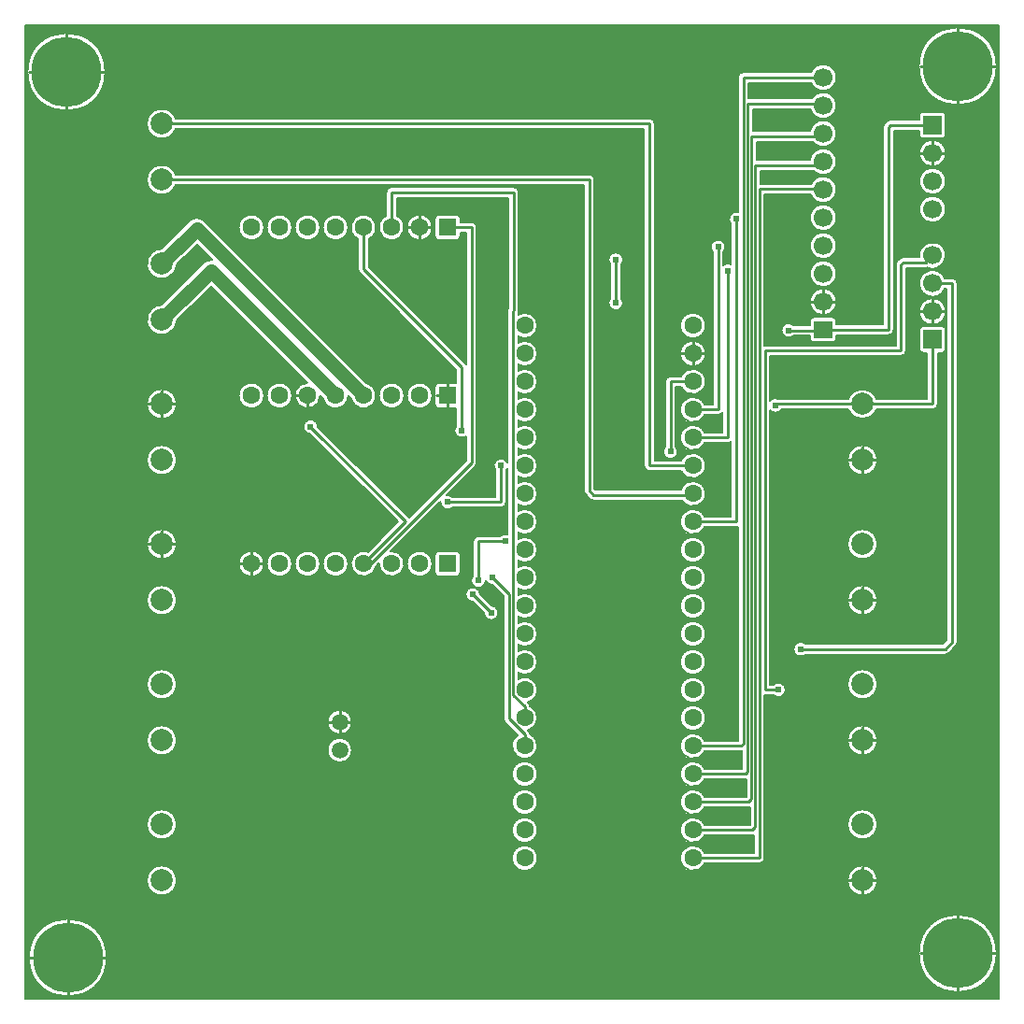
<source format=gbl>
G04 Layer: BottomLayer*
G04 EasyEDA Pro v3.2.87, 2026-02-03 17:42:00*
G04 Gerber Generator version 0.3*
G04 Scale: 100 percent, Rotated: No, Reflected: No*
G04 Dimensions in millimeters*
G04 Leading zeros omitted, absolute positions, 4 integers and 5 decimals*
G04 Generated by one-click*
%FSLAX45Y45*%
%MOMM*%
%ADD10C,0.2032*%
%ADD11C,0.254*%
%ADD12C,6.35*%
%ADD13R,1.7X1.7*%
%ADD14C,1.7*%
%ADD15C,2.0092*%
%ADD16C,2.0*%
%ADD17R,1.6X1.6*%
%ADD18C,1.6*%
%ADD19R,1.7X1.5748*%
%ADD20C,1.5*%
%ADD21C,0.61*%
%ADD22C,1.27*%
G75*


G04 Copper Start*
G36*
G01X8917686Y-340614D02*
G01X8917686Y-9158986D01*
G01X99314Y-9158986D01*
G01X99314Y-8788400D01*
G01X129286Y-8788400D01*
G01X131221Y-8825331D01*
G01X137007Y-8861858D01*
G01X146578Y-8897580D01*
G01X159832Y-8932106D01*
G01X176621Y-8965057D01*
G01X196763Y-8996073D01*
G01X220037Y-9024813D01*
G01X246187Y-9050963D01*
G01X274927Y-9074237D01*
G01X305943Y-9094379D01*
G01X338894Y-9111168D01*
G01X373420Y-9124422D01*
G01X409142Y-9133993D01*
G01X445669Y-9139779D01*
G01X482600Y-9141714D01*
G01X519531Y-9139779D01*
G01X556058Y-9133993D01*
G01X591780Y-9124422D01*
G01X626306Y-9111168D01*
G01X659257Y-9094379D01*
G01X690273Y-9074237D01*
G01X719013Y-9050963D01*
G01X745163Y-9024813D01*
G01X768437Y-8996073D01*
G01X788579Y-8965057D01*
G01X805368Y-8932106D01*
G01X818622Y-8897580D01*
G01X828193Y-8861858D01*
G01X833979Y-8825331D01*
G01X835914Y-8788400D01*
G01X833979Y-8751469D01*
G01X833793Y-8750300D01*
G01X8193786Y-8750300D01*
G01X8195721Y-8787231D01*
G01X8201507Y-8823758D01*
G01X8211078Y-8859480D01*
G01X8224332Y-8894006D01*
G01X8241121Y-8926957D01*
G01X8261263Y-8957973D01*
G01X8284537Y-8986713D01*
G01X8310687Y-9012863D01*
G01X8339427Y-9036137D01*
G01X8370443Y-9056279D01*
G01X8403394Y-9073068D01*
G01X8437920Y-9086322D01*
G01X8473642Y-9095893D01*
G01X8510169Y-9101679D01*
G01X8547100Y-9103614D01*
G01X8584031Y-9101679D01*
G01X8620558Y-9095893D01*
G01X8656280Y-9086322D01*
G01X8690806Y-9073068D01*
G01X8723757Y-9056279D01*
G01X8754773Y-9036137D01*
G01X8783513Y-9012863D01*
G01X8809663Y-8986713D01*
G01X8832937Y-8957973D01*
G01X8853079Y-8926957D01*
G01X8869868Y-8894006D01*
G01X8883122Y-8859480D01*
G01X8892693Y-8823758D01*
G01X8898479Y-8787231D01*
G01X8900414Y-8750300D01*
G01X8898479Y-8713369D01*
G01X8892693Y-8676842D01*
G01X8883122Y-8641120D01*
G01X8869868Y-8606594D01*
G01X8853079Y-8573643D01*
G01X8832937Y-8542627D01*
G01X8809663Y-8513887D01*
G01X8783513Y-8487737D01*
G01X8754773Y-8464463D01*
G01X8723757Y-8444321D01*
G01X8690806Y-8427532D01*
G01X8656280Y-8414278D01*
G01X8620558Y-8404707D01*
G01X8584031Y-8398921D01*
G01X8547100Y-8396986D01*
G01X8510169Y-8398921D01*
G01X8473642Y-8404707D01*
G01X8437920Y-8414278D01*
G01X8403394Y-8427532D01*
G01X8370443Y-8444321D01*
G01X8339427Y-8464463D01*
G01X8310687Y-8487737D01*
G01X8284537Y-8513887D01*
G01X8261263Y-8542627D01*
G01X8241121Y-8573643D01*
G01X8224332Y-8606594D01*
G01X8211078Y-8641120D01*
G01X8201507Y-8676842D01*
G01X8195721Y-8713369D01*
G01X8193786Y-8750300D01*
G01X8193786Y-8750300D01*
G01X833793Y-8750300D01*
G01X828193Y-8714942D01*
G01X818622Y-8679220D01*
G01X805368Y-8644694D01*
G01X788579Y-8611743D01*
G01X768437Y-8580727D01*
G01X745163Y-8551987D01*
G01X719013Y-8525837D01*
G01X690273Y-8502563D01*
G01X659257Y-8482421D01*
G01X626306Y-8465632D01*
G01X591780Y-8452378D01*
G01X556058Y-8442807D01*
G01X519531Y-8437021D01*
G01X482600Y-8435086D01*
G01X445669Y-8437021D01*
G01X409142Y-8442807D01*
G01X373420Y-8452378D01*
G01X338894Y-8465632D01*
G01X305943Y-8482421D01*
G01X274927Y-8502563D01*
G01X246187Y-8525837D01*
G01X220037Y-8551987D01*
G01X196763Y-8580727D01*
G01X176621Y-8611743D01*
G01X159832Y-8644694D01*
G01X146578Y-8679220D01*
G01X137007Y-8714942D01*
G01X131221Y-8751469D01*
G01X129286Y-8788400D01*
G01X129286Y-8788400D01*
G01X99314Y-8788400D01*
G01X99314Y-8078685D01*
G01X1198150Y-8078685D01*
G01X1198150Y-8101115D01*
G01X1201842Y-8123240D01*
G01X1209125Y-8144456D01*
G01X1219801Y-8164183D01*
G01X1233579Y-8181884D01*
G01X1250081Y-8197076D01*
G01X1268860Y-8209345D01*
G01X1289401Y-8218355D01*
G01X1311146Y-8223861D01*
G01X1333500Y-8225714D01*
G01X1355854Y-8223861D01*
G01X1377599Y-8218355D01*
G01X1398140Y-8209345D01*
G01X1416919Y-8197076D01*
G01X1433421Y-8181884D01*
G01X1447199Y-8164183D01*
G01X1457875Y-8144456D01*
G01X1465158Y-8123240D01*
G01X1468850Y-8101115D01*
G01X1468850Y-8078685D01*
G01X7548150Y-8078685D01*
G01X7548150Y-8101115D01*
G01X7551842Y-8123240D01*
G01X7559125Y-8144456D01*
G01X7569801Y-8164183D01*
G01X7583579Y-8181884D01*
G01X7600081Y-8197076D01*
G01X7618860Y-8209345D01*
G01X7639401Y-8218355D01*
G01X7661146Y-8223861D01*
G01X7683500Y-8225714D01*
G01X7683500Y-8225714D01*
G01X7705854Y-8223861D01*
G01X7727599Y-8218355D01*
G01X7748140Y-8209345D01*
G01X7766919Y-8197076D01*
G01X7783421Y-8181884D01*
G01X7797199Y-8164183D01*
G01X7807875Y-8144456D01*
G01X7815158Y-8123240D01*
G01X7818850Y-8101115D01*
G01X7818850Y-8078685D01*
G01X7815158Y-8056560D01*
G01X7807875Y-8035344D01*
G01X7797199Y-8015617D01*
G01X7783421Y-7997916D01*
G01X7766919Y-7982724D01*
G01X7748140Y-7970455D01*
G01X7727599Y-7961445D01*
G01X7705854Y-7955939D01*
G01X7683500Y-7954086D01*
G01X7661146Y-7955939D01*
G01X7639401Y-7961445D01*
G01X7618860Y-7970455D01*
G01X7600081Y-7982724D01*
G01X7583579Y-7997916D01*
G01X7569801Y-8015617D01*
G01X7559125Y-8035344D01*
G01X7551842Y-8056560D01*
G01X7548150Y-8078685D01*
G01X1468850Y-8078685D01*
G01X1465158Y-8056560D01*
G01X1457875Y-8035344D01*
G01X1447199Y-8015617D01*
G01X1433421Y-7997916D01*
G01X1416919Y-7982724D01*
G01X1398140Y-7970455D01*
G01X1377599Y-7961445D01*
G01X1355854Y-7955939D01*
G01X1333500Y-7954086D01*
G01X1333500Y-7954086D01*
G01X1311146Y-7955939D01*
G01X1289401Y-7961445D01*
G01X1268860Y-7970455D01*
G01X1250081Y-7982724D01*
G01X1233579Y-7997916D01*
G01X1219801Y-8015617D01*
G01X1209125Y-8035344D01*
G01X1201842Y-8056560D01*
G01X1198150Y-8078685D01*
G01X99314Y-8078685D01*
G01X99314Y-7876009D01*
G01X4507478Y-7876009D01*
G01X4507478Y-7897381D01*
G01X4511405Y-7918389D01*
G01X4519125Y-7938318D01*
G01X4530376Y-7956488D01*
G01X4544774Y-7972282D01*
G01X4561829Y-7985162D01*
G01X4580961Y-7994688D01*
G01X4601517Y-8000537D01*
G01X4622797Y-8002509D01*
G01X4622797Y-8002509D01*
G01X4644078Y-8000537D01*
G01X4664634Y-7994688D01*
G01X4683766Y-7985162D01*
G01X4700821Y-7972282D01*
G01X4715219Y-7956488D01*
G01X4726470Y-7938318D01*
G01X4734190Y-7918389D01*
G01X4738117Y-7897381D01*
G01X4738117Y-7876009D01*
G01X4734190Y-7855001D01*
G01X4726470Y-7835072D01*
G01X4715219Y-7816901D01*
G01X4700821Y-7801107D01*
G01X4683766Y-7788228D01*
G01X4664634Y-7778702D01*
G01X4644078Y-7772853D01*
G01X4622797Y-7770881D01*
G01X4601517Y-7772853D01*
G01X4580961Y-7778702D01*
G01X4561829Y-7788228D01*
G01X4544774Y-7801107D01*
G01X4530376Y-7816901D01*
G01X4519125Y-7835072D01*
G01X4511405Y-7855001D01*
G01X4507478Y-7876009D01*
G01X99314Y-7876009D01*
G01X99314Y-7570685D01*
G01X1198150Y-7570685D01*
G01X1198150Y-7593115D01*
G01X1201842Y-7615240D01*
G01X1209125Y-7636456D01*
G01X1219801Y-7656183D01*
G01X1233579Y-7673884D01*
G01X1250081Y-7689076D01*
G01X1268860Y-7701345D01*
G01X1289401Y-7710355D01*
G01X1311146Y-7715861D01*
G01X1333500Y-7717714D01*
G01X1355854Y-7715861D01*
G01X1377599Y-7710355D01*
G01X1398140Y-7701345D01*
G01X1416919Y-7689076D01*
G01X1433421Y-7673884D01*
G01X1447199Y-7656183D01*
G01X1457875Y-7636456D01*
G01X1462834Y-7622009D01*
G01X4507478Y-7622009D01*
G01X4507478Y-7643381D01*
G01X4511405Y-7664389D01*
G01X4519125Y-7684318D01*
G01X4530376Y-7702488D01*
G01X4544774Y-7718282D01*
G01X4561829Y-7731162D01*
G01X4580961Y-7740688D01*
G01X4601517Y-7746537D01*
G01X4622797Y-7748509D01*
G01X4622797Y-7748509D01*
G01X4644078Y-7746537D01*
G01X4664634Y-7740688D01*
G01X4683766Y-7731162D01*
G01X4700821Y-7718282D01*
G01X4715219Y-7702488D01*
G01X4726470Y-7684318D01*
G01X4734190Y-7664389D01*
G01X4738117Y-7643381D01*
G01X4738117Y-7622009D01*
G01X4734190Y-7601001D01*
G01X4726470Y-7581072D01*
G01X4715219Y-7562901D01*
G01X4700821Y-7547107D01*
G01X4683766Y-7534228D01*
G01X4664634Y-7524702D01*
G01X4644078Y-7518853D01*
G01X4622797Y-7516881D01*
G01X4601517Y-7518853D01*
G01X4580961Y-7524702D01*
G01X4561829Y-7534228D01*
G01X4544774Y-7547107D01*
G01X4530376Y-7562901D01*
G01X4519125Y-7581072D01*
G01X4511405Y-7601001D01*
G01X4507478Y-7622009D01*
G01X1462834Y-7622009D01*
G01X1465158Y-7615240D01*
G01X1468850Y-7593115D01*
G01X1468850Y-7570685D01*
G01X1465158Y-7548560D01*
G01X1457875Y-7527344D01*
G01X1447199Y-7507617D01*
G01X1433421Y-7489916D01*
G01X1416919Y-7474724D01*
G01X1398140Y-7462455D01*
G01X1377599Y-7453445D01*
G01X1355854Y-7447939D01*
G01X1333500Y-7446086D01*
G01X1333500Y-7446086D01*
G01X1311146Y-7447939D01*
G01X1289401Y-7453445D01*
G01X1268860Y-7462455D01*
G01X1250081Y-7474724D01*
G01X1233579Y-7489916D01*
G01X1219801Y-7507617D01*
G01X1209125Y-7527344D01*
G01X1201842Y-7548560D01*
G01X1198150Y-7570685D01*
G01X99314Y-7570685D01*
G01X99314Y-7368009D01*
G01X4507478Y-7368009D01*
G01X4507478Y-7389381D01*
G01X4511405Y-7410389D01*
G01X4519125Y-7430318D01*
G01X4530376Y-7448488D01*
G01X4544774Y-7464282D01*
G01X4561829Y-7477162D01*
G01X4580961Y-7486688D01*
G01X4601517Y-7492537D01*
G01X4622797Y-7494509D01*
G01X4622797Y-7494509D01*
G01X4644078Y-7492537D01*
G01X4664634Y-7486688D01*
G01X4683766Y-7477162D01*
G01X4700821Y-7464282D01*
G01X4715219Y-7448488D01*
G01X4726470Y-7430318D01*
G01X4734190Y-7410389D01*
G01X4738117Y-7389381D01*
G01X4738117Y-7378695D01*
G01X6030984Y-7378695D01*
G01X6032868Y-7399500D01*
G01X6038459Y-7419628D01*
G01X6047575Y-7438425D01*
G01X6059919Y-7455278D01*
G01X6075090Y-7469639D01*
G01X6092594Y-7481042D01*
G01X6111862Y-7489114D01*
G01X6132266Y-7493594D01*
G01X6153143Y-7494335D01*
G01X6173814Y-7491314D01*
G01X6193606Y-7484628D01*
G01X6211875Y-7474496D01*
G01X6228026Y-7461247D01*
G01X6241534Y-7445312D01*
G01X6251960Y-7427209D01*
G01X6652300Y-7427209D01*
G01X6664786Y-7425575D01*
G01X6664786Y-7584181D01*
G01X6251960Y-7584181D01*
G01X6241534Y-7566078D01*
G01X6228026Y-7550143D01*
G01X6211875Y-7536894D01*
G01X6193606Y-7526762D01*
G01X6173814Y-7520076D01*
G01X6153143Y-7517055D01*
G01X6132266Y-7517796D01*
G01X6111862Y-7522276D01*
G01X6092594Y-7530348D01*
G01X6075090Y-7541751D01*
G01X6059919Y-7556112D01*
G01X6047575Y-7572965D01*
G01X6038459Y-7591761D01*
G01X6032868Y-7611890D01*
G01X6030984Y-7632695D01*
G01X6032868Y-7653500D01*
G01X6038459Y-7673628D01*
G01X6047575Y-7692425D01*
G01X6059919Y-7709278D01*
G01X6075090Y-7723639D01*
G01X6092594Y-7735042D01*
G01X6111862Y-7743114D01*
G01X6132266Y-7747594D01*
G01X6153143Y-7748335D01*
G01X6173814Y-7745314D01*
G01X6193606Y-7738628D01*
G01X6211875Y-7728496D01*
G01X6228026Y-7715247D01*
G01X6241534Y-7699312D01*
G01X6251960Y-7681209D01*
G01X6687900Y-7681209D01*
G01X6700386Y-7679575D01*
G01X6700386Y-7838181D01*
G01X6251960Y-7838181D01*
G01X6241534Y-7820078D01*
G01X6228026Y-7804143D01*
G01X6211875Y-7790894D01*
G01X6193606Y-7780762D01*
G01X6173814Y-7774076D01*
G01X6153143Y-7771055D01*
G01X6132266Y-7771796D01*
G01X6111862Y-7776276D01*
G01X6092594Y-7784348D01*
G01X6075090Y-7795751D01*
G01X6059919Y-7810112D01*
G01X6047575Y-7826965D01*
G01X6038459Y-7845761D01*
G01X6032868Y-7865890D01*
G01X6030984Y-7886695D01*
G01X6032868Y-7907500D01*
G01X6038459Y-7927628D01*
G01X6047575Y-7946425D01*
G01X6059919Y-7963278D01*
G01X6075090Y-7977639D01*
G01X6092594Y-7989042D01*
G01X6111862Y-7997114D01*
G01X6132266Y-8001594D01*
G01X6153143Y-8002335D01*
G01X6173814Y-7999314D01*
G01X6193606Y-7992628D01*
G01X6211875Y-7982496D01*
G01X6228026Y-7969247D01*
G01X6241534Y-7953312D01*
G01X6251960Y-7935209D01*
G01X6748900Y-7935209D01*
G01X6761456Y-7933556D01*
G01X6773157Y-7928709D01*
G01X6783204Y-7920999D01*
G01X6790914Y-7910952D01*
G01X6795761Y-7899251D01*
G01X6797414Y-7886695D01*
G01X6797414Y-7570685D01*
G01X7548150Y-7570685D01*
G01X7548150Y-7593115D01*
G01X7551842Y-7615240D01*
G01X7559125Y-7636456D01*
G01X7569801Y-7656183D01*
G01X7583579Y-7673884D01*
G01X7600081Y-7689076D01*
G01X7618860Y-7701345D01*
G01X7639401Y-7710355D01*
G01X7661146Y-7715861D01*
G01X7683500Y-7717714D01*
G01X7683500Y-7717714D01*
G01X7705854Y-7715861D01*
G01X7727599Y-7710355D01*
G01X7748140Y-7701345D01*
G01X7766919Y-7689076D01*
G01X7783421Y-7673884D01*
G01X7797199Y-7656183D01*
G01X7807875Y-7636456D01*
G01X7815158Y-7615240D01*
G01X7818850Y-7593115D01*
G01X7818850Y-7570685D01*
G01X7815158Y-7548560D01*
G01X7807875Y-7527344D01*
G01X7797199Y-7507617D01*
G01X7783421Y-7489916D01*
G01X7766919Y-7474724D01*
G01X7748140Y-7462455D01*
G01X7727599Y-7453445D01*
G01X7705854Y-7447939D01*
G01X7683500Y-7446086D01*
G01X7661146Y-7447939D01*
G01X7639401Y-7453445D01*
G01X7618860Y-7462455D01*
G01X7600081Y-7474724D01*
G01X7583579Y-7489916D01*
G01X7569801Y-7507617D01*
G01X7559125Y-7527344D01*
G01X7551842Y-7548560D01*
G01X7548150Y-7570685D01*
G01X6797414Y-7570685D01*
G01X6797414Y-6808685D01*
G01X7548150Y-6808685D01*
G01X7548150Y-6831115D01*
G01X7551842Y-6853240D01*
G01X7559125Y-6874456D01*
G01X7569801Y-6894183D01*
G01X7583579Y-6911884D01*
G01X7600081Y-6927076D01*
G01X7618860Y-6939345D01*
G01X7639401Y-6948355D01*
G01X7661146Y-6953861D01*
G01X7683500Y-6955714D01*
G01X7683500Y-6955714D01*
G01X7705854Y-6953861D01*
G01X7727599Y-6948355D01*
G01X7748140Y-6939345D01*
G01X7766919Y-6927076D01*
G01X7783421Y-6911884D01*
G01X7797199Y-6894183D01*
G01X7807875Y-6874456D01*
G01X7815158Y-6853240D01*
G01X7818850Y-6831115D01*
G01X7818850Y-6808685D01*
G01X7815158Y-6786560D01*
G01X7807875Y-6765344D01*
G01X7797199Y-6745617D01*
G01X7783421Y-6727916D01*
G01X7766919Y-6712724D01*
G01X7748140Y-6700455D01*
G01X7727599Y-6691445D01*
G01X7705854Y-6685939D01*
G01X7683500Y-6684086D01*
G01X7661146Y-6685939D01*
G01X7639401Y-6691445D01*
G01X7618860Y-6700455D01*
G01X7600081Y-6712724D01*
G01X7583579Y-6727916D01*
G01X7569801Y-6745617D01*
G01X7559125Y-6765344D01*
G01X7551842Y-6786560D01*
G01X7548150Y-6808685D01*
G01X6797414Y-6808685D01*
G01X6797414Y-6411160D01*
G01X6799700Y-6411214D01*
G01X6876290Y-6411214D01*
G01X6888661Y-6420312D01*
G01X6902794Y-6426321D01*
G01X6917929Y-6428918D01*
G01X6933256Y-6427964D01*
G01X6947953Y-6423510D01*
G01X6961231Y-6415794D01*
G01X6972378Y-6405232D01*
G01X6980797Y-6392389D01*
G01X6986036Y-6377953D01*
G01X6987814Y-6362700D01*
G01X6986036Y-6347447D01*
G01X6980797Y-6333011D01*
G01X6972378Y-6320168D01*
G01X6961231Y-6309606D01*
G01X6947953Y-6301890D01*
G01X6943974Y-6300685D01*
G01X7548150Y-6300685D01*
G01X7548150Y-6323115D01*
G01X7551842Y-6345240D01*
G01X7559125Y-6366456D01*
G01X7569801Y-6386183D01*
G01X7583579Y-6403884D01*
G01X7600081Y-6419076D01*
G01X7618860Y-6431345D01*
G01X7639401Y-6440355D01*
G01X7661146Y-6445861D01*
G01X7683500Y-6447714D01*
G01X7683500Y-6447714D01*
G01X7705854Y-6445861D01*
G01X7727599Y-6440355D01*
G01X7748140Y-6431345D01*
G01X7766919Y-6419076D01*
G01X7783421Y-6403884D01*
G01X7797199Y-6386183D01*
G01X7807875Y-6366456D01*
G01X7815158Y-6345240D01*
G01X7818850Y-6323115D01*
G01X7818850Y-6300685D01*
G01X7815158Y-6278560D01*
G01X7807875Y-6257344D01*
G01X7797199Y-6237617D01*
G01X7783421Y-6219916D01*
G01X7766919Y-6204724D01*
G01X7748140Y-6192455D01*
G01X7727599Y-6183445D01*
G01X7705854Y-6177939D01*
G01X7683500Y-6176086D01*
G01X7661146Y-6177939D01*
G01X7639401Y-6183445D01*
G01X7618860Y-6192455D01*
G01X7600081Y-6204724D01*
G01X7583579Y-6219916D01*
G01X7569801Y-6237617D01*
G01X7559125Y-6257344D01*
G01X7551842Y-6278560D01*
G01X7548150Y-6300685D01*
G01X6943974Y-6300685D01*
G01X6933256Y-6297436D01*
G01X6917929Y-6296482D01*
G01X6902794Y-6299079D01*
G01X6888661Y-6305088D01*
G01X6876290Y-6314186D01*
G01X6848214Y-6314186D01*
G01X6848214Y-5994400D01*
G01X7058386Y-5994400D01*
G01X7060164Y-6009653D01*
G01X7065403Y-6024089D01*
G01X7073822Y-6036932D01*
G01X7084969Y-6047494D01*
G01X7098247Y-6055210D01*
G01X7112944Y-6059664D01*
G01X7128271Y-6060618D01*
G01X7143406Y-6058021D01*
G01X7157539Y-6052012D01*
G01X7169910Y-6042914D01*
G01X8432800Y-6042914D01*
G01X8445356Y-6041261D01*
G01X8457057Y-6036414D01*
G01X8467105Y-6028705D01*
G01X8530605Y-5965205D01*
G01X8538314Y-5955157D01*
G01X8543161Y-5943456D01*
G01X8544814Y-5930900D01*
G01X8544814Y-2679700D01*
G01X8543161Y-2667144D01*
G01X8538314Y-2655443D01*
G01X8530605Y-2645395D01*
G01X8520557Y-2637686D01*
G01X8508856Y-2632839D01*
G01X8496300Y-2631186D01*
G01X8429145Y-2631186D01*
G01X8418544Y-2611972D01*
G01X8404642Y-2594992D01*
G01X8387899Y-2580807D01*
G01X8368865Y-2569885D01*
G01X8348170Y-2562586D01*
G01X8326495Y-2559151D01*
G01X8304557Y-2559693D01*
G01X8283079Y-2564195D01*
G01X8262770Y-2572508D01*
G01X8244299Y-2584357D01*
G01X8228277Y-2599352D01*
G01X8215231Y-2616998D01*
G01X8205593Y-2636713D01*
G01X8199679Y-2657846D01*
G01X8197686Y-2679700D01*
G01X8199679Y-2701554D01*
G01X8205593Y-2722687D01*
G01X8215231Y-2742402D01*
G01X8228277Y-2760048D01*
G01X8244299Y-2775043D01*
G01X8262770Y-2786892D01*
G01X8283079Y-2795205D01*
G01X8304557Y-2799707D01*
G01X8326495Y-2800249D01*
G01X8348170Y-2796814D01*
G01X8368865Y-2789515D01*
G01X8387899Y-2778593D01*
G01X8404642Y-2764408D01*
G01X8418544Y-2747428D01*
G01X8429145Y-2728214D01*
G01X8447786Y-2728214D01*
G01X8447786Y-5910805D01*
G01X8412705Y-5945886D01*
G01X8412705Y-5945886D01*
G01X7169910Y-5945886D01*
G01X7157539Y-5936788D01*
G01X7143406Y-5930779D01*
G01X7128271Y-5928182D01*
G01X7112944Y-5929136D01*
G01X7098247Y-5933590D01*
G01X7084969Y-5941306D01*
G01X7073822Y-5951868D01*
G01X7065403Y-5964711D01*
G01X7060164Y-5979147D01*
G01X7058386Y-5994400D01*
G01X6848214Y-5994400D01*
G01X6848214Y-5538685D01*
G01X7548150Y-5538685D01*
G01X7548150Y-5561115D01*
G01X7551842Y-5583240D01*
G01X7559125Y-5604456D01*
G01X7569801Y-5624183D01*
G01X7583579Y-5641884D01*
G01X7600081Y-5657076D01*
G01X7618860Y-5669345D01*
G01X7639401Y-5678355D01*
G01X7661146Y-5683861D01*
G01X7683500Y-5685714D01*
G01X7683500Y-5685714D01*
G01X7705854Y-5683861D01*
G01X7727599Y-5678355D01*
G01X7748140Y-5669345D01*
G01X7766919Y-5657076D01*
G01X7783421Y-5641884D01*
G01X7797199Y-5624183D01*
G01X7807875Y-5604456D01*
G01X7815158Y-5583240D01*
G01X7818850Y-5561115D01*
G01X7818850Y-5538685D01*
G01X7815158Y-5516560D01*
G01X7807875Y-5495344D01*
G01X7797199Y-5475617D01*
G01X7783421Y-5457916D01*
G01X7766919Y-5442724D01*
G01X7748140Y-5430455D01*
G01X7727599Y-5421445D01*
G01X7705854Y-5415939D01*
G01X7683500Y-5414086D01*
G01X7661146Y-5415939D01*
G01X7639401Y-5421445D01*
G01X7618860Y-5430455D01*
G01X7600081Y-5442724D01*
G01X7583579Y-5457916D01*
G01X7569801Y-5475617D01*
G01X7559125Y-5495344D01*
G01X7551842Y-5516560D01*
G01X7548150Y-5538685D01*
G01X6848214Y-5538685D01*
G01X6848214Y-5030685D01*
G01X7548150Y-5030685D01*
G01X7548150Y-5053115D01*
G01X7551842Y-5075240D01*
G01X7559125Y-5096456D01*
G01X7569801Y-5116183D01*
G01X7583579Y-5133884D01*
G01X7600081Y-5149076D01*
G01X7618860Y-5161345D01*
G01X7639401Y-5170355D01*
G01X7661146Y-5175861D01*
G01X7683500Y-5177714D01*
G01X7683500Y-5177714D01*
G01X7705854Y-5175861D01*
G01X7727599Y-5170355D01*
G01X7748140Y-5161345D01*
G01X7766919Y-5149076D01*
G01X7783421Y-5133884D01*
G01X7797199Y-5116183D01*
G01X7807875Y-5096456D01*
G01X7815158Y-5075240D01*
G01X7818850Y-5053115D01*
G01X7818850Y-5030685D01*
G01X7815158Y-5008560D01*
G01X7807875Y-4987344D01*
G01X7797199Y-4967617D01*
G01X7783421Y-4949916D01*
G01X7766919Y-4934724D01*
G01X7748140Y-4922455D01*
G01X7727599Y-4913445D01*
G01X7705854Y-4907939D01*
G01X7683500Y-4906086D01*
G01X7661146Y-4907939D01*
G01X7639401Y-4913445D01*
G01X7618860Y-4922455D01*
G01X7600081Y-4934724D01*
G01X7583579Y-4949916D01*
G01X7569801Y-4967617D01*
G01X7559125Y-4987344D01*
G01X7551842Y-5008560D01*
G01X7548150Y-5030685D01*
G01X6848214Y-5030685D01*
G01X6848214Y-4268685D01*
G01X7548150Y-4268685D01*
G01X7548150Y-4291115D01*
G01X7551842Y-4313240D01*
G01X7559125Y-4334456D01*
G01X7569801Y-4354183D01*
G01X7583579Y-4371884D01*
G01X7600081Y-4387076D01*
G01X7618860Y-4399345D01*
G01X7639401Y-4408355D01*
G01X7661146Y-4413861D01*
G01X7683500Y-4415714D01*
G01X7683500Y-4415714D01*
G01X7705854Y-4413861D01*
G01X7727599Y-4408355D01*
G01X7748140Y-4399345D01*
G01X7766919Y-4387076D01*
G01X7783421Y-4371884D01*
G01X7797199Y-4354183D01*
G01X7807875Y-4334456D01*
G01X7815158Y-4313240D01*
G01X7818850Y-4291115D01*
G01X7818850Y-4268685D01*
G01X7815158Y-4246560D01*
G01X7807875Y-4225344D01*
G01X7797199Y-4205617D01*
G01X7783421Y-4187916D01*
G01X7766919Y-4172724D01*
G01X7748140Y-4160455D01*
G01X7727599Y-4151445D01*
G01X7705854Y-4145939D01*
G01X7683500Y-4144086D01*
G01X7661146Y-4145939D01*
G01X7639401Y-4151445D01*
G01X7618860Y-4160455D01*
G01X7600081Y-4172724D01*
G01X7583579Y-4187916D01*
G01X7569801Y-4205617D01*
G01X7559125Y-4225344D01*
G01X7551842Y-4246560D01*
G01X7548150Y-4268685D01*
G01X6848214Y-4268685D01*
G01X6848214Y-3830474D01*
G01X6859705Y-3840034D01*
G01X6873045Y-3846778D01*
G01X6887557Y-3850362D01*
G01X6902503Y-3850604D01*
G01X6917124Y-3847493D01*
G01X6930676Y-3841186D01*
G01X6942472Y-3832005D01*
G01X6951911Y-3820414D01*
G01X7556647Y-3820414D01*
G01X7566837Y-3841435D01*
G01X7580479Y-3860398D01*
G01X7597168Y-3876744D01*
G01X7616412Y-3889987D01*
G01X7637641Y-3899737D01*
G01X7660226Y-3905705D01*
G01X7683500Y-3907714D01*
G01X7706774Y-3905705D01*
G01X7729359Y-3899737D01*
G01X7750588Y-3889987D01*
G01X7769832Y-3876744D01*
G01X7786521Y-3860398D01*
G01X7800163Y-3841435D01*
G01X7810353Y-3820414D01*
G01X8318500Y-3820414D01*
G01X8331056Y-3818761D01*
G01X8342757Y-3813914D01*
G01X8352805Y-3806205D01*
G01X8360514Y-3796157D01*
G01X8365361Y-3784456D01*
G01X8367014Y-3771900D01*
G01X8367014Y-3308514D01*
G01X8403500Y-3308514D01*
G01X8414567Y-3306761D01*
G01X8424551Y-3301674D01*
G01X8432474Y-3293751D01*
G01X8437561Y-3283767D01*
G01X8439314Y-3272700D01*
G01X8439314Y-3102700D01*
G01X8437561Y-3091633D01*
G01X8432474Y-3081649D01*
G01X8424551Y-3073726D01*
G01X8414567Y-3068639D01*
G01X8403500Y-3066886D01*
G01X8233500Y-3066886D01*
G01X8222433Y-3068639D01*
G01X8212449Y-3073726D01*
G01X8204526Y-3081649D01*
G01X8199439Y-3091633D01*
G01X8197686Y-3102700D01*
G01X8197686Y-3272700D01*
G01X8199439Y-3283767D01*
G01X8204526Y-3293751D01*
G01X8212449Y-3301674D01*
G01X8222433Y-3306761D01*
G01X8233500Y-3308514D01*
G01X8269986Y-3308514D01*
G01X8269986Y-3723386D01*
G01X7810353Y-3723386D01*
G01X7800163Y-3702365D01*
G01X7786521Y-3683402D01*
G01X7769832Y-3667056D01*
G01X7750588Y-3653813D01*
G01X7729359Y-3644063D01*
G01X7706774Y-3638095D01*
G01X7683500Y-3636086D01*
G01X7660226Y-3638095D01*
G01X7637641Y-3644063D01*
G01X7616412Y-3653813D01*
G01X7597168Y-3667056D01*
G01X7580479Y-3683402D01*
G01X7566837Y-3702365D01*
G01X7556647Y-3723386D01*
G01X6921603Y-3723386D01*
G01X6906300Y-3719075D01*
G01X6890411Y-3718530D01*
G01X6874849Y-3721783D01*
G01X6860509Y-3728646D01*
G01X6848214Y-3738726D01*
G01X6848214Y-3337814D01*
G01X8026400Y-3337814D01*
G01X8038956Y-3336161D01*
G01X8050657Y-3331314D01*
G01X8060705Y-3323605D01*
G01X8068144Y-3316165D01*
G01X8075854Y-3306118D01*
G01X8080700Y-3294417D01*
G01X8082353Y-3281861D01*
G01X8082353Y-2933700D01*
G01X8197686Y-2933700D01*
G01X8199522Y-2954679D01*
G01X8204972Y-2975021D01*
G01X8213872Y-2994107D01*
G01X8225951Y-3011358D01*
G01X8240842Y-3026249D01*
G01X8258093Y-3038328D01*
G01X8277179Y-3047228D01*
G01X8297521Y-3052678D01*
G01X8318500Y-3054514D01*
G01X8318500Y-3054514D01*
G01X8339479Y-3052678D01*
G01X8359821Y-3047228D01*
G01X8378907Y-3038328D01*
G01X8396158Y-3026249D01*
G01X8411049Y-3011358D01*
G01X8423128Y-2994107D01*
G01X8432028Y-2975021D01*
G01X8437478Y-2954679D01*
G01X8439314Y-2933700D01*
G01X8437478Y-2912721D01*
G01X8432028Y-2892379D01*
G01X8423128Y-2873293D01*
G01X8411049Y-2856042D01*
G01X8396158Y-2841151D01*
G01X8378907Y-2829072D01*
G01X8359821Y-2820172D01*
G01X8339479Y-2814722D01*
G01X8318500Y-2812886D01*
G01X8297521Y-2814722D01*
G01X8277179Y-2820172D01*
G01X8258093Y-2829072D01*
G01X8240842Y-2841151D01*
G01X8225951Y-2856042D01*
G01X8213872Y-2873293D01*
G01X8204972Y-2892379D01*
G01X8199522Y-2912721D01*
G01X8197686Y-2933700D01*
G01X8082353Y-2933700D01*
G01X8082353Y-2537714D01*
G01X8255000Y-2537714D01*
G01X8268656Y-2535752D01*
G01X8288625Y-2542762D01*
G01X8309511Y-2546179D01*
G01X8330673Y-2545899D01*
G01X8351461Y-2541931D01*
G01X8371238Y-2534395D01*
G01X8389396Y-2523525D01*
G01X8405379Y-2509652D01*
G01X8418696Y-2493203D01*
G01X8428938Y-2474683D01*
G01X8435792Y-2454660D01*
G01X8439045Y-2433748D01*
G01X8438600Y-2412589D01*
G01X8434470Y-2391832D01*
G01X8426780Y-2372115D01*
G01X8415768Y-2354042D01*
G01X8401771Y-2338168D01*
G01X8385219Y-2324980D01*
G01X8366619Y-2314882D01*
G01X8346543Y-2308186D01*
G01X8325606Y-2305095D01*
G01X8304451Y-2305706D01*
G01X8283727Y-2309999D01*
G01X8264070Y-2317842D01*
G01X8246084Y-2328995D01*
G01X8230320Y-2343115D01*
G01X8217261Y-2359770D01*
G01X8207310Y-2378448D01*
G01X8200770Y-2398576D01*
G01X8197843Y-2419537D01*
G01X8198619Y-2440686D01*
G01X8051800Y-2440686D01*
G01X8039244Y-2442339D01*
G01X8027543Y-2447186D01*
G01X8017495Y-2454895D01*
G01X7999535Y-2472856D01*
G01X7991825Y-2482904D01*
G01X7986979Y-2494604D01*
G01X7985325Y-2507161D01*
G01X7985325Y-3240786D01*
G01X6799700Y-3240786D01*
G01X6797414Y-3240840D01*
G01X6797414Y-3105150D01*
G01X6949186Y-3105150D01*
G01X6950964Y-3120403D01*
G01X6956203Y-3134839D01*
G01X6964622Y-3147682D01*
G01X6975769Y-3158244D01*
G01X6989047Y-3165960D01*
G01X7003744Y-3170414D01*
G01X7019071Y-3171368D01*
G01X7034206Y-3168771D01*
G01X7048339Y-3162762D01*
G01X7060710Y-3153664D01*
G01X7207086Y-3153664D01*
G01X7207086Y-3177540D01*
G01X7208839Y-3188607D01*
G01X7213926Y-3198591D01*
G01X7221849Y-3206514D01*
G01X7231833Y-3211601D01*
G01X7242900Y-3213354D01*
G01X7412900Y-3213354D01*
G01X7423967Y-3211601D01*
G01X7433951Y-3206514D01*
G01X7441874Y-3198591D01*
G01X7446961Y-3188607D01*
G01X7448714Y-3177540D01*
G01X7448714Y-3147314D01*
G01X7919539Y-3147314D01*
G01X7932096Y-3145661D01*
G01X7943796Y-3140814D01*
G01X7953844Y-3133105D01*
G01X7961554Y-3123057D01*
G01X7966400Y-3111356D01*
G01X7968053Y-3098800D01*
G01X7968053Y-2006600D01*
G01X8197686Y-2006600D01*
G01X8199522Y-2027579D01*
G01X8204972Y-2047921D01*
G01X8213872Y-2067007D01*
G01X8225951Y-2084258D01*
G01X8240842Y-2099149D01*
G01X8258093Y-2111228D01*
G01X8277179Y-2120128D01*
G01X8297521Y-2125578D01*
G01X8318500Y-2127414D01*
G01X8339479Y-2125578D01*
G01X8359821Y-2120128D01*
G01X8378907Y-2111228D01*
G01X8396158Y-2099149D01*
G01X8411049Y-2084258D01*
G01X8423128Y-2067007D01*
G01X8432028Y-2047921D01*
G01X8437478Y-2027579D01*
G01X8439314Y-2006600D01*
G01X8437478Y-1985621D01*
G01X8432028Y-1965279D01*
G01X8423128Y-1946193D01*
G01X8411049Y-1928942D01*
G01X8396158Y-1914051D01*
G01X8378907Y-1901972D01*
G01X8359821Y-1893072D01*
G01X8339479Y-1887622D01*
G01X8318500Y-1885786D01*
G01X8318500Y-1885786D01*
G01X8297521Y-1887622D01*
G01X8277179Y-1893072D01*
G01X8258093Y-1901972D01*
G01X8240842Y-1914051D01*
G01X8225951Y-1928942D01*
G01X8213872Y-1946193D01*
G01X8204972Y-1965279D01*
G01X8199522Y-1985621D01*
G01X8197686Y-2006600D01*
G01X7968053Y-2006600D01*
G01X7968053Y-1752600D01*
G01X8197686Y-1752600D01*
G01X8199522Y-1773579D01*
G01X8204972Y-1793921D01*
G01X8213872Y-1813007D01*
G01X8225951Y-1830258D01*
G01X8240842Y-1845149D01*
G01X8258093Y-1857228D01*
G01X8277179Y-1866128D01*
G01X8297521Y-1871578D01*
G01X8318500Y-1873414D01*
G01X8339479Y-1871578D01*
G01X8359821Y-1866128D01*
G01X8378907Y-1857228D01*
G01X8396158Y-1845149D01*
G01X8411049Y-1830258D01*
G01X8423128Y-1813007D01*
G01X8432028Y-1793921D01*
G01X8437478Y-1773579D01*
G01X8439314Y-1752600D01*
G01X8437478Y-1731621D01*
G01X8432028Y-1711279D01*
G01X8423128Y-1692193D01*
G01X8411049Y-1674942D01*
G01X8396158Y-1660051D01*
G01X8378907Y-1647972D01*
G01X8359821Y-1639072D01*
G01X8339479Y-1633622D01*
G01X8318500Y-1631786D01*
G01X8318500Y-1631786D01*
G01X8297521Y-1633622D01*
G01X8277179Y-1639072D01*
G01X8258093Y-1647972D01*
G01X8240842Y-1660051D01*
G01X8225951Y-1674942D01*
G01X8213872Y-1692193D01*
G01X8204972Y-1711279D01*
G01X8199522Y-1731621D01*
G01X8197686Y-1752600D01*
G01X7968053Y-1752600D01*
G01X7968053Y-1498600D01*
G01X8197686Y-1498600D01*
G01X8199522Y-1519579D01*
G01X8204972Y-1539921D01*
G01X8213872Y-1559007D01*
G01X8225951Y-1576258D01*
G01X8240842Y-1591149D01*
G01X8258093Y-1603228D01*
G01X8277179Y-1612128D01*
G01X8297521Y-1617578D01*
G01X8318500Y-1619414D01*
G01X8339479Y-1617578D01*
G01X8359821Y-1612128D01*
G01X8378907Y-1603228D01*
G01X8396158Y-1591149D01*
G01X8411049Y-1576258D01*
G01X8423128Y-1559007D01*
G01X8432028Y-1539921D01*
G01X8437478Y-1519579D01*
G01X8439314Y-1498600D01*
G01X8437478Y-1477621D01*
G01X8432028Y-1457279D01*
G01X8423128Y-1438193D01*
G01X8411049Y-1420942D01*
G01X8396158Y-1406051D01*
G01X8378907Y-1393972D01*
G01X8359821Y-1385072D01*
G01X8339479Y-1379622D01*
G01X8318500Y-1377786D01*
G01X8318500Y-1377786D01*
G01X8297521Y-1379622D01*
G01X8277179Y-1385072D01*
G01X8258093Y-1393972D01*
G01X8240842Y-1406051D01*
G01X8225951Y-1420942D01*
G01X8213872Y-1438193D01*
G01X8204972Y-1457279D01*
G01X8199522Y-1477621D01*
G01X8197686Y-1498600D01*
G01X7968053Y-1498600D01*
G01X7968053Y-1293114D01*
G01X8197686Y-1293114D01*
G01X8197686Y-1329600D01*
G01X8199439Y-1340667D01*
G01X8204526Y-1350651D01*
G01X8212449Y-1358574D01*
G01X8222433Y-1363661D01*
G01X8233500Y-1365414D01*
G01X8403500Y-1365414D01*
G01X8414567Y-1363661D01*
G01X8424551Y-1358574D01*
G01X8432474Y-1350651D01*
G01X8437561Y-1340667D01*
G01X8439314Y-1329600D01*
G01X8439314Y-1159600D01*
G01X8437561Y-1148533D01*
G01X8432474Y-1138549D01*
G01X8424551Y-1130626D01*
G01X8414567Y-1125539D01*
G01X8403500Y-1123786D01*
G01X8233500Y-1123786D01*
G01X8222433Y-1125539D01*
G01X8212449Y-1130626D01*
G01X8204526Y-1138549D01*
G01X8199439Y-1148533D01*
G01X8197686Y-1159600D01*
G01X8197686Y-1196086D01*
G01X7937500Y-1196086D01*
G01X7924944Y-1197739D01*
G01X7913243Y-1202586D01*
G01X7903195Y-1210295D01*
G01X7885235Y-1228256D01*
G01X7877525Y-1238304D01*
G01X7872679Y-1250004D01*
G01X7871025Y-1262561D01*
G01X7871025Y-3050286D01*
G01X7448714Y-3050286D01*
G01X7448714Y-3050286D01*
G01X7448714Y-3020060D01*
G01X7446961Y-3008993D01*
G01X7441874Y-2999009D01*
G01X7433951Y-2991086D01*
G01X7423967Y-2985999D01*
G01X7412900Y-2984246D01*
G01X7242900Y-2984246D01*
G01X7231833Y-2985999D01*
G01X7221849Y-2991086D01*
G01X7213926Y-2999009D01*
G01X7208839Y-3008993D01*
G01X7207086Y-3020060D01*
G01X7207086Y-3056636D01*
G01X7060710Y-3056636D01*
G01X7048339Y-3047538D01*
G01X7034206Y-3041529D01*
G01X7019071Y-3038932D01*
G01X7003744Y-3039886D01*
G01X6989047Y-3044340D01*
G01X6975769Y-3052056D01*
G01X6964622Y-3062618D01*
G01X6956203Y-3075461D01*
G01X6950964Y-3089897D01*
G01X6949186Y-3105150D01*
G01X6797414Y-3105150D01*
G01X6797414Y-2844800D01*
G01X7207086Y-2844800D01*
G01X7208922Y-2865779D01*
G01X7214372Y-2886121D01*
G01X7223272Y-2905207D01*
G01X7235351Y-2922458D01*
G01X7250242Y-2937349D01*
G01X7267493Y-2949428D01*
G01X7286579Y-2958328D01*
G01X7306921Y-2963778D01*
G01X7327900Y-2965614D01*
G01X7327900Y-2965614D01*
G01X7348879Y-2963778D01*
G01X7369221Y-2958328D01*
G01X7388307Y-2949428D01*
G01X7405558Y-2937349D01*
G01X7420449Y-2922458D01*
G01X7432528Y-2905207D01*
G01X7441428Y-2886121D01*
G01X7446878Y-2865779D01*
G01X7448714Y-2844800D01*
G01X7446878Y-2823821D01*
G01X7441428Y-2803479D01*
G01X7432528Y-2784393D01*
G01X7420449Y-2767142D01*
G01X7405558Y-2752251D01*
G01X7388307Y-2740172D01*
G01X7369221Y-2731272D01*
G01X7348879Y-2725822D01*
G01X7327900Y-2723986D01*
G01X7306921Y-2725822D01*
G01X7286579Y-2731272D01*
G01X7267493Y-2740172D01*
G01X7250242Y-2752251D01*
G01X7235351Y-2767142D01*
G01X7223272Y-2784393D01*
G01X7214372Y-2803479D01*
G01X7208922Y-2823821D01*
G01X7207086Y-2844800D01*
G01X6797414Y-2844800D01*
G01X6797414Y-2590800D01*
G01X7207086Y-2590800D01*
G01X7208922Y-2611779D01*
G01X7214372Y-2632121D01*
G01X7223272Y-2651207D01*
G01X7235351Y-2668458D01*
G01X7250242Y-2683349D01*
G01X7267493Y-2695428D01*
G01X7286579Y-2704328D01*
G01X7306921Y-2709778D01*
G01X7327900Y-2711614D01*
G01X7327900Y-2711614D01*
G01X7348879Y-2709778D01*
G01X7369221Y-2704328D01*
G01X7388307Y-2695428D01*
G01X7405558Y-2683349D01*
G01X7420449Y-2668458D01*
G01X7432528Y-2651207D01*
G01X7441428Y-2632121D01*
G01X7446878Y-2611779D01*
G01X7448714Y-2590800D01*
G01X7446878Y-2569821D01*
G01X7441428Y-2549479D01*
G01X7432528Y-2530393D01*
G01X7420449Y-2513142D01*
G01X7405558Y-2498251D01*
G01X7388307Y-2486172D01*
G01X7369221Y-2477272D01*
G01X7348879Y-2471822D01*
G01X7327900Y-2469986D01*
G01X7306921Y-2471822D01*
G01X7286579Y-2477272D01*
G01X7267493Y-2486172D01*
G01X7250242Y-2498251D01*
G01X7235351Y-2513142D01*
G01X7223272Y-2530393D01*
G01X7214372Y-2549479D01*
G01X7208922Y-2569821D01*
G01X7207086Y-2590800D01*
G01X6797414Y-2590800D01*
G01X6797414Y-2336800D01*
G01X7207086Y-2336800D01*
G01X7208922Y-2357779D01*
G01X7214372Y-2378121D01*
G01X7223272Y-2397207D01*
G01X7235351Y-2414458D01*
G01X7250242Y-2429349D01*
G01X7267493Y-2441428D01*
G01X7286579Y-2450328D01*
G01X7306921Y-2455778D01*
G01X7327900Y-2457614D01*
G01X7327900Y-2457614D01*
G01X7348879Y-2455778D01*
G01X7369221Y-2450328D01*
G01X7388307Y-2441428D01*
G01X7405558Y-2429349D01*
G01X7420449Y-2414458D01*
G01X7432528Y-2397207D01*
G01X7441428Y-2378121D01*
G01X7446878Y-2357779D01*
G01X7448714Y-2336800D01*
G01X7446878Y-2315821D01*
G01X7441428Y-2295479D01*
G01X7432528Y-2276393D01*
G01X7420449Y-2259142D01*
G01X7405558Y-2244251D01*
G01X7388307Y-2232172D01*
G01X7369221Y-2223272D01*
G01X7348879Y-2217822D01*
G01X7327900Y-2215986D01*
G01X7306921Y-2217822D01*
G01X7286579Y-2223272D01*
G01X7267493Y-2232172D01*
G01X7250242Y-2244251D01*
G01X7235351Y-2259142D01*
G01X7223272Y-2276393D01*
G01X7214372Y-2295479D01*
G01X7208922Y-2315821D01*
G01X7207086Y-2336800D01*
G01X6797414Y-2336800D01*
G01X6797414Y-2082800D01*
G01X7207086Y-2082800D01*
G01X7208922Y-2103779D01*
G01X7214372Y-2124121D01*
G01X7223272Y-2143207D01*
G01X7235351Y-2160458D01*
G01X7250242Y-2175349D01*
G01X7267493Y-2187428D01*
G01X7286579Y-2196328D01*
G01X7306921Y-2201778D01*
G01X7327900Y-2203614D01*
G01X7327900Y-2203614D01*
G01X7348879Y-2201778D01*
G01X7369221Y-2196328D01*
G01X7388307Y-2187428D01*
G01X7405558Y-2175349D01*
G01X7420449Y-2160458D01*
G01X7432528Y-2143207D01*
G01X7441428Y-2124121D01*
G01X7446878Y-2103779D01*
G01X7448714Y-2082800D01*
G01X7446878Y-2061821D01*
G01X7441428Y-2041479D01*
G01X7432528Y-2022393D01*
G01X7420449Y-2005142D01*
G01X7405558Y-1990251D01*
G01X7388307Y-1978172D01*
G01X7369221Y-1969272D01*
G01X7348879Y-1963822D01*
G01X7327900Y-1961986D01*
G01X7306921Y-1963822D01*
G01X7286579Y-1969272D01*
G01X7267493Y-1978172D01*
G01X7250242Y-1990251D01*
G01X7235351Y-2005142D01*
G01X7223272Y-2022393D01*
G01X7214372Y-2041479D01*
G01X7208922Y-2061821D01*
G01X7207086Y-2082800D01*
G01X6797414Y-2082800D01*
G01X6797414Y-1872053D01*
G01X7215094Y-1872053D01*
G01X7224777Y-1891742D01*
G01X7237861Y-1909355D01*
G01X7253915Y-1924310D01*
G01X7272409Y-1936116D01*
G01X7292733Y-1944382D01*
G01X7314217Y-1948836D01*
G01X7336152Y-1949332D01*
G01X7357815Y-1945852D01*
G01X7378491Y-1938511D01*
G01X7397499Y-1927552D01*
G01X7414211Y-1913336D01*
G01X7428077Y-1896332D01*
G01X7438639Y-1877100D01*
G01X7445548Y-1856276D01*
G01X7448577Y-1834545D01*
G01X7447626Y-1812625D01*
G01X7442726Y-1791238D01*
G01X7434040Y-1771091D01*
G01X7421852Y-1752846D01*
G01X7406566Y-1737107D01*
G01X7388685Y-1724391D01*
G01X7368800Y-1715120D01*
G01X7347565Y-1709597D01*
G01X7325682Y-1708007D01*
G01X7303872Y-1710400D01*
G01X7282855Y-1716698D01*
G01X7263323Y-1726693D01*
G01X7245921Y-1740056D01*
G01X7231223Y-1756346D01*
G01X7219714Y-1775025D01*
G01X6761814Y-1775025D01*
G01X6761814Y-1656153D01*
G01X7238583Y-1656153D01*
G01X7254636Y-1670865D01*
G01X7273070Y-1682455D01*
G01X7293284Y-1690549D01*
G01X7314623Y-1694882D01*
G01X7336393Y-1695315D01*
G01X7357888Y-1691833D01*
G01X7378408Y-1684549D01*
G01X7397287Y-1673701D01*
G01X7413913Y-1659640D01*
G01X7427745Y-1642822D01*
G01X7438333Y-1623796D01*
G01X7445334Y-1603177D01*
G01X7448520Y-1581637D01*
G01X7447788Y-1559875D01*
G01X7443162Y-1538598D01*
G01X7434792Y-1518496D01*
G01X7422949Y-1500224D01*
G01X7408019Y-1484374D01*
G01X7390486Y-1471461D01*
G01X7370921Y-1461905D01*
G01X7349957Y-1456017D01*
G01X7328278Y-1453987D01*
G01X7306586Y-1455881D01*
G01X7285586Y-1461639D01*
G01X7265961Y-1471072D01*
G01X7248348Y-1483874D01*
G01X7233319Y-1499631D01*
G01X7221362Y-1517829D01*
G01X7212867Y-1537877D01*
G01X7208107Y-1559125D01*
G01X6726214Y-1559125D01*
G01X6726214Y-1394714D01*
G01X7232335Y-1394714D01*
G01X7247208Y-1410716D01*
G01X7264721Y-1423777D01*
G01X7284299Y-1433472D01*
G01X7305303Y-1439482D01*
G01X7327046Y-1441611D01*
G01X7348817Y-1439789D01*
G01X7369903Y-1434077D01*
G01X7389617Y-1424661D01*
G01X7407312Y-1411848D01*
G01X7422410Y-1396058D01*
G01X7434418Y-1377807D01*
G01X7442943Y-1357692D01*
G01X7447706Y-1336371D01*
G01X7448552Y-1314540D01*
G01X7445452Y-1292914D01*
G01X7438508Y-1272200D01*
G01X7427947Y-1253076D01*
G01X7414115Y-1236166D01*
G01X7397463Y-1222023D01*
G01X7378537Y-1211110D01*
G01X7357955Y-1203784D01*
G01X7336390Y-1200285D01*
G01X7314548Y-1200726D01*
G01X7293142Y-1205094D01*
G01X7272873Y-1213245D01*
G01X7254403Y-1224914D01*
G01X7238337Y-1239717D01*
G01X7225199Y-1257173D01*
G01X7215419Y-1276708D01*
G01X7209318Y-1297686D01*
G01X6690614Y-1297686D01*
G01X6690614Y-1097353D01*
G01X7211013Y-1097353D01*
G01X7218448Y-1117950D01*
G01X7229479Y-1136866D01*
G01X7243742Y-1153480D01*
G01X7260770Y-1167247D01*
G01X7280004Y-1177714D01*
G01X7300811Y-1184538D01*
G01X7322507Y-1187493D01*
G01X7344381Y-1186484D01*
G01X7365714Y-1181544D01*
G01X7385804Y-1172834D01*
G01X7403992Y-1160640D01*
G01X7419681Y-1145364D01*
G01X7432354Y-1127507D01*
G01X7441596Y-1107656D01*
G01X7447103Y-1086463D01*
G01X7448694Y-1064623D01*
G01X7446317Y-1042856D01*
G01X7440050Y-1021874D01*
G01X7430099Y-1002369D01*
G01X7416791Y-984980D01*
G01X7400562Y-970279D01*
G01X7381946Y-958749D01*
G01X7361555Y-950769D01*
G01X7340059Y-946600D01*
G01X7318163Y-946379D01*
G01X7296587Y-950115D01*
G01X7276039Y-957683D01*
G01X7257195Y-968837D01*
G01X7240674Y-983208D01*
G01X7227018Y-1000325D01*
G01X6652514Y-1000325D01*
G01X6652514Y-861314D01*
G01X7217255Y-861314D01*
G01X7227856Y-880528D01*
G01X7241758Y-897508D01*
G01X7258501Y-911693D01*
G01X7277535Y-922615D01*
G01X7298230Y-929914D01*
G01X7319905Y-933349D01*
G01X7341843Y-932807D01*
G01X7363321Y-928305D01*
G01X7383630Y-919992D01*
G01X7402101Y-908143D01*
G01X7418123Y-893148D01*
G01X7431169Y-875502D01*
G01X7440807Y-855787D01*
G01X7446721Y-834654D01*
G01X7448714Y-812800D01*
G01X7446721Y-790946D01*
G01X7440807Y-769813D01*
G01X7431169Y-750098D01*
G01X7418123Y-732452D01*
G01X7402101Y-717457D01*
G01X7392347Y-711200D01*
G01X8193786Y-711200D01*
G01X8195721Y-748131D01*
G01X8201507Y-784658D01*
G01X8211078Y-820380D01*
G01X8224332Y-854906D01*
G01X8241121Y-887857D01*
G01X8261263Y-918873D01*
G01X8284537Y-947613D01*
G01X8310687Y-973763D01*
G01X8339427Y-997037D01*
G01X8370443Y-1017179D01*
G01X8403394Y-1033968D01*
G01X8437920Y-1047222D01*
G01X8473642Y-1056793D01*
G01X8510169Y-1062579D01*
G01X8547100Y-1064514D01*
G01X8584031Y-1062579D01*
G01X8620558Y-1056793D01*
G01X8656280Y-1047222D01*
G01X8690806Y-1033968D01*
G01X8723757Y-1017179D01*
G01X8754773Y-997037D01*
G01X8783513Y-973763D01*
G01X8809663Y-947613D01*
G01X8832937Y-918873D01*
G01X8853079Y-887857D01*
G01X8869868Y-854906D01*
G01X8883122Y-820380D01*
G01X8892693Y-784658D01*
G01X8898479Y-748131D01*
G01X8900414Y-711200D01*
G01X8898479Y-674269D01*
G01X8892693Y-637742D01*
G01X8883122Y-602020D01*
G01X8869868Y-567494D01*
G01X8853079Y-534543D01*
G01X8832937Y-503527D01*
G01X8809663Y-474787D01*
G01X8783513Y-448637D01*
G01X8754773Y-425363D01*
G01X8723757Y-405221D01*
G01X8690806Y-388432D01*
G01X8656280Y-375178D01*
G01X8620558Y-365607D01*
G01X8584031Y-359821D01*
G01X8547100Y-357886D01*
G01X8510169Y-359821D01*
G01X8473642Y-365607D01*
G01X8437920Y-375178D01*
G01X8403394Y-388432D01*
G01X8370443Y-405221D01*
G01X8339427Y-425363D01*
G01X8310687Y-448637D01*
G01X8284537Y-474787D01*
G01X8261263Y-503527D01*
G01X8241121Y-534543D01*
G01X8224332Y-567494D01*
G01X8211078Y-602020D01*
G01X8201507Y-637742D01*
G01X8195721Y-674269D01*
G01X8193786Y-711200D01*
G01X8193786Y-711200D01*
G01X7392347Y-711200D01*
G01X7383630Y-705608D01*
G01X7363321Y-697295D01*
G01X7341843Y-692793D01*
G01X7319905Y-692251D01*
G01X7298230Y-695686D01*
G01X7277535Y-702985D01*
G01X7258501Y-713907D01*
G01X7241758Y-728092D01*
G01X7227856Y-745072D01*
G01X7217255Y-764286D01*
G01X6604000Y-764286D01*
G01X6591444Y-765939D01*
G01X6579743Y-770786D01*
G01X6569695Y-778495D01*
G01X6561986Y-788543D01*
G01X6557139Y-800244D01*
G01X6555486Y-812800D01*
G01X6555486Y-2030901D01*
G01X6541531Y-2029194D01*
G01X6527529Y-2030467D01*
G01X6514111Y-2034663D01*
G01X6501878Y-2041593D01*
G01X6491382Y-2050947D01*
G01X6483093Y-2062303D01*
G01X6477385Y-2075151D01*
G01X6474514Y-2088914D01*
G01X6474608Y-2102973D01*
G01X6477665Y-2116696D01*
G01X6483545Y-2129466D01*
G01X6491986Y-2140710D01*
G01X6491986Y-2505142D01*
G01X6478357Y-2500593D01*
G01X6464067Y-2499086D01*
G01X6449789Y-2500693D01*
G01X6436192Y-2505338D01*
G01X6423914Y-2512802D01*
G01X6423914Y-2394710D01*
G01X6433012Y-2382339D01*
G01X6439021Y-2368206D01*
G01X6441618Y-2353071D01*
G01X6440664Y-2337744D01*
G01X6436210Y-2323047D01*
G01X6428494Y-2309769D01*
G01X6417932Y-2298622D01*
G01X6405089Y-2290203D01*
G01X6390653Y-2284964D01*
G01X6375400Y-2283186D01*
G01X6360147Y-2284964D01*
G01X6345711Y-2290203D01*
G01X6332868Y-2298622D01*
G01X6322306Y-2309769D01*
G01X6314590Y-2323047D01*
G01X6310136Y-2337744D01*
G01X6309182Y-2353071D01*
G01X6311779Y-2368206D01*
G01X6317788Y-2382339D01*
G01X6326886Y-2394710D01*
G01X6326886Y-3774181D01*
G01X6251960Y-3774181D01*
G01X6241534Y-3756078D01*
G01X6228026Y-3740143D01*
G01X6211875Y-3726894D01*
G01X6193606Y-3716762D01*
G01X6173814Y-3710076D01*
G01X6153143Y-3707055D01*
G01X6132266Y-3707796D01*
G01X6111862Y-3712276D01*
G01X6092594Y-3720348D01*
G01X6075090Y-3731751D01*
G01X6059919Y-3746112D01*
G01X6047575Y-3762965D01*
G01X6038459Y-3781761D01*
G01X6032868Y-3801890D01*
G01X6030984Y-3822695D01*
G01X6032868Y-3843500D01*
G01X6038459Y-3863628D01*
G01X6047575Y-3882425D01*
G01X6059919Y-3899278D01*
G01X6075090Y-3913639D01*
G01X6092594Y-3925042D01*
G01X6111862Y-3933114D01*
G01X6132266Y-3937594D01*
G01X6153143Y-3938335D01*
G01X6173814Y-3935314D01*
G01X6193606Y-3928628D01*
G01X6211875Y-3918496D01*
G01X6228026Y-3905247D01*
G01X6241534Y-3889312D01*
G01X6251960Y-3871209D01*
G01X6375400Y-3871209D01*
G01X6387209Y-3869750D01*
G01X6398308Y-3865460D01*
G01X6408028Y-3858598D01*
G01X6415786Y-3849576D01*
G01X6415786Y-4028181D01*
G01X6251960Y-4028181D01*
G01X6241534Y-4010078D01*
G01X6228026Y-3994143D01*
G01X6211875Y-3980894D01*
G01X6193606Y-3970762D01*
G01X6173814Y-3964076D01*
G01X6153143Y-3961055D01*
G01X6132266Y-3961796D01*
G01X6111862Y-3966276D01*
G01X6092594Y-3974348D01*
G01X6075090Y-3985751D01*
G01X6059919Y-4000112D01*
G01X6047575Y-4016965D01*
G01X6038459Y-4035761D01*
G01X6032868Y-4055890D01*
G01X6030984Y-4076695D01*
G01X6032868Y-4097500D01*
G01X6038459Y-4117628D01*
G01X6047575Y-4136425D01*
G01X6059919Y-4153278D01*
G01X6075090Y-4167639D01*
G01X6092594Y-4179042D01*
G01X6111862Y-4187114D01*
G01X6132266Y-4191594D01*
G01X6153143Y-4192335D01*
G01X6173814Y-4189314D01*
G01X6193606Y-4182628D01*
G01X6211875Y-4172496D01*
G01X6228026Y-4159247D01*
G01X6241534Y-4143312D01*
G01X6251960Y-4125209D01*
G01X6464300Y-4125209D01*
G01X6474054Y-4124218D01*
G01X6483411Y-4121286D01*
G01X6491986Y-4116533D01*
G01X6491986Y-4790181D01*
G01X6251960Y-4790181D01*
G01X6241534Y-4772078D01*
G01X6228026Y-4756143D01*
G01X6211875Y-4742894D01*
G01X6193606Y-4732762D01*
G01X6173814Y-4726076D01*
G01X6153143Y-4723055D01*
G01X6132266Y-4723796D01*
G01X6111862Y-4728276D01*
G01X6092594Y-4736348D01*
G01X6075090Y-4747751D01*
G01X6059919Y-4762112D01*
G01X6047575Y-4778965D01*
G01X6038459Y-4797761D01*
G01X6032868Y-4817890D01*
G01X6030984Y-4838695D01*
G01X6032868Y-4859500D01*
G01X6038459Y-4879628D01*
G01X6047575Y-4898425D01*
G01X6059919Y-4915278D01*
G01X6075090Y-4929639D01*
G01X6092594Y-4941042D01*
G01X6111862Y-4949114D01*
G01X6132266Y-4953594D01*
G01X6153143Y-4954335D01*
G01X6173814Y-4951314D01*
G01X6193606Y-4944628D01*
G01X6211875Y-4934496D01*
G01X6228026Y-4921247D01*
G01X6241534Y-4905312D01*
G01X6251960Y-4887209D01*
G01X6540500Y-4887209D01*
G01X6548086Y-4886612D01*
G01X6555486Y-4884836D01*
G01X6555486Y-6822181D01*
G01X6251960Y-6822181D01*
G01X6241534Y-6804078D01*
G01X6228026Y-6788143D01*
G01X6211875Y-6774894D01*
G01X6193606Y-6764762D01*
G01X6173814Y-6758076D01*
G01X6153143Y-6755055D01*
G01X6132266Y-6755796D01*
G01X6111862Y-6760276D01*
G01X6092594Y-6768348D01*
G01X6075090Y-6779751D01*
G01X6059919Y-6794112D01*
G01X6047575Y-6810965D01*
G01X6038459Y-6829761D01*
G01X6032868Y-6849890D01*
G01X6030984Y-6870695D01*
G01X6032868Y-6891500D01*
G01X6038459Y-6911628D01*
G01X6047575Y-6930425D01*
G01X6059919Y-6947278D01*
G01X6075090Y-6961639D01*
G01X6092594Y-6973042D01*
G01X6111862Y-6981114D01*
G01X6132266Y-6985594D01*
G01X6153143Y-6986335D01*
G01X6173814Y-6983314D01*
G01X6193606Y-6976628D01*
G01X6211875Y-6966496D01*
G01X6228026Y-6953247D01*
G01X6241534Y-6937312D01*
G01X6251960Y-6919209D01*
G01X6586039Y-6919209D01*
G01X6593586Y-6918618D01*
G01X6593586Y-7076181D01*
G01X6251960Y-7076181D01*
G01X6241534Y-7058078D01*
G01X6228026Y-7042143D01*
G01X6211875Y-7028894D01*
G01X6193606Y-7018762D01*
G01X6173814Y-7012076D01*
G01X6153143Y-7009055D01*
G01X6132266Y-7009796D01*
G01X6111862Y-7014276D01*
G01X6092594Y-7022348D01*
G01X6075090Y-7033751D01*
G01X6059919Y-7048112D01*
G01X6047575Y-7064965D01*
G01X6038459Y-7083761D01*
G01X6032868Y-7103890D01*
G01X6030984Y-7124695D01*
G01X6032868Y-7145500D01*
G01X6038459Y-7165628D01*
G01X6047575Y-7184425D01*
G01X6059919Y-7201278D01*
G01X6075090Y-7215639D01*
G01X6092594Y-7227042D01*
G01X6111862Y-7235114D01*
G01X6132266Y-7239594D01*
G01X6153143Y-7240335D01*
G01X6173814Y-7237314D01*
G01X6193606Y-7230628D01*
G01X6211875Y-7220496D01*
G01X6228026Y-7207247D01*
G01X6241534Y-7191312D01*
G01X6251960Y-7173209D01*
G01X6624139Y-7173209D01*
G01X6629186Y-7172946D01*
G01X6629186Y-7330181D01*
G01X6251960Y-7330181D01*
G01X6251960Y-7330181D01*
G01X6241534Y-7312078D01*
G01X6228026Y-7296143D01*
G01X6211875Y-7282894D01*
G01X6193606Y-7272762D01*
G01X6173814Y-7266076D01*
G01X6153143Y-7263055D01*
G01X6132266Y-7263796D01*
G01X6111862Y-7268276D01*
G01X6092594Y-7276348D01*
G01X6075090Y-7287751D01*
G01X6059919Y-7302112D01*
G01X6047575Y-7318965D01*
G01X6038459Y-7337761D01*
G01X6032868Y-7357890D01*
G01X6030984Y-7378695D01*
G01X4738117Y-7378695D01*
G01X4738117Y-7368009D01*
G01X4734190Y-7347001D01*
G01X4726470Y-7327072D01*
G01X4715219Y-7308901D01*
G01X4700821Y-7293107D01*
G01X4683766Y-7280228D01*
G01X4664634Y-7270702D01*
G01X4644078Y-7264853D01*
G01X4622797Y-7262881D01*
G01X4601517Y-7264853D01*
G01X4580961Y-7270702D01*
G01X4561829Y-7280228D01*
G01X4544774Y-7293107D01*
G01X4530376Y-7308901D01*
G01X4519125Y-7327072D01*
G01X4511405Y-7347001D01*
G01X4507478Y-7368009D01*
G01X99314Y-7368009D01*
G01X99314Y-7114009D01*
G01X4507478Y-7114009D01*
G01X4507478Y-7135381D01*
G01X4511405Y-7156389D01*
G01X4519125Y-7176318D01*
G01X4530376Y-7194488D01*
G01X4544774Y-7210282D01*
G01X4561829Y-7223162D01*
G01X4580961Y-7232688D01*
G01X4601517Y-7238537D01*
G01X4622797Y-7240509D01*
G01X4622797Y-7240509D01*
G01X4644078Y-7238537D01*
G01X4664634Y-7232688D01*
G01X4683766Y-7223162D01*
G01X4700821Y-7210282D01*
G01X4715219Y-7194488D01*
G01X4726470Y-7176318D01*
G01X4734190Y-7156389D01*
G01X4738117Y-7135381D01*
G01X4738117Y-7114009D01*
G01X4734190Y-7093001D01*
G01X4726470Y-7073072D01*
G01X4715219Y-7054901D01*
G01X4700821Y-7039107D01*
G01X4683766Y-7026228D01*
G01X4664634Y-7016702D01*
G01X4644078Y-7010853D01*
G01X4622797Y-7008881D01*
G01X4601517Y-7010853D01*
G01X4580961Y-7016702D01*
G01X4561829Y-7026228D01*
G01X4544774Y-7039107D01*
G01X4530376Y-7054901D01*
G01X4519125Y-7073072D01*
G01X4511405Y-7093001D01*
G01X4507478Y-7114009D01*
G01X99314Y-7114009D01*
G01X99314Y-6808685D01*
G01X1198150Y-6808685D01*
G01X1198150Y-6831115D01*
G01X1201842Y-6853240D01*
G01X1209125Y-6874456D01*
G01X1219801Y-6894183D01*
G01X1233579Y-6911884D01*
G01X1250081Y-6927076D01*
G01X1268860Y-6939345D01*
G01X1289401Y-6948355D01*
G01X1311146Y-6953861D01*
G01X1333500Y-6955714D01*
G01X1355854Y-6953861D01*
G01X1377599Y-6948355D01*
G01X1398140Y-6939345D01*
G01X1416919Y-6927076D01*
G01X1433421Y-6911884D01*
G01X1443780Y-6898575D01*
G01X2836059Y-6898575D01*
G01X2836059Y-6919025D01*
G01X2839816Y-6939126D01*
G01X2847204Y-6958194D01*
G01X2857969Y-6975580D01*
G01X2871745Y-6990692D01*
G01X2888064Y-7003016D01*
G01X2906369Y-7012131D01*
G01X2926038Y-7017727D01*
G01X2946400Y-7019614D01*
G01X2966762Y-7017727D01*
G01X2986431Y-7012131D01*
G01X3004736Y-7003016D01*
G01X3021055Y-6990692D01*
G01X3034831Y-6975580D01*
G01X3045596Y-6958194D01*
G01X3052984Y-6939126D01*
G01X3056741Y-6919025D01*
G01X3056741Y-6898575D01*
G01X3052984Y-6878474D01*
G01X3045596Y-6859406D01*
G01X3034831Y-6842020D01*
G01X3021055Y-6826908D01*
G01X3004736Y-6814584D01*
G01X2986431Y-6805469D01*
G01X2966762Y-6799873D01*
G01X2946400Y-6797986D01*
G01X2946400Y-6797986D01*
G01X2926038Y-6799873D01*
G01X2906369Y-6805469D01*
G01X2888064Y-6814584D01*
G01X2871745Y-6826908D01*
G01X2857969Y-6842020D01*
G01X2847204Y-6859406D01*
G01X2839816Y-6878474D01*
G01X2836059Y-6898575D01*
G01X1443780Y-6898575D01*
G01X1447199Y-6894183D01*
G01X1457875Y-6874456D01*
G01X1465158Y-6853240D01*
G01X1468850Y-6831115D01*
G01X1468850Y-6808685D01*
G01X1465158Y-6786560D01*
G01X1457875Y-6765344D01*
G01X1447199Y-6745617D01*
G01X1433421Y-6727916D01*
G01X1416919Y-6712724D01*
G01X1398140Y-6700455D01*
G01X1377599Y-6691445D01*
G01X1355854Y-6685939D01*
G01X1333500Y-6684086D01*
G01X1333500Y-6684086D01*
G01X1311146Y-6685939D01*
G01X1289401Y-6691445D01*
G01X1268860Y-6700455D01*
G01X1250081Y-6712724D01*
G01X1233579Y-6727916D01*
G01X1219801Y-6745617D01*
G01X1209125Y-6765344D01*
G01X1201842Y-6786560D01*
G01X1198150Y-6808685D01*
G01X99314Y-6808685D01*
G01X99314Y-6644575D01*
G01X2836059Y-6644575D01*
G01X2836059Y-6665025D01*
G01X2839816Y-6685126D01*
G01X2847204Y-6704194D01*
G01X2857969Y-6721580D01*
G01X2871745Y-6736692D01*
G01X2888064Y-6749016D01*
G01X2906369Y-6758131D01*
G01X2926038Y-6763727D01*
G01X2946400Y-6765614D01*
G01X2966762Y-6763727D01*
G01X2986431Y-6758131D01*
G01X3004736Y-6749016D01*
G01X3021055Y-6736692D01*
G01X3034831Y-6721580D01*
G01X3045596Y-6704194D01*
G01X3052984Y-6685126D01*
G01X3056741Y-6665025D01*
G01X3056741Y-6644575D01*
G01X3052984Y-6624474D01*
G01X3045596Y-6605406D01*
G01X3034831Y-6588020D01*
G01X3021055Y-6572908D01*
G01X3004736Y-6560584D01*
G01X2986431Y-6551469D01*
G01X2966762Y-6545873D01*
G01X2946400Y-6543986D01*
G01X2946400Y-6543986D01*
G01X2926038Y-6545873D01*
G01X2906369Y-6551469D01*
G01X2888064Y-6560584D01*
G01X2871745Y-6572908D01*
G01X2857969Y-6588020D01*
G01X2847204Y-6605406D01*
G01X2839816Y-6624474D01*
G01X2836059Y-6644575D01*
G01X99314Y-6644575D01*
G01X99314Y-6300685D01*
G01X1198150Y-6300685D01*
G01X1198150Y-6323115D01*
G01X1201842Y-6345240D01*
G01X1209125Y-6366456D01*
G01X1219801Y-6386183D01*
G01X1233579Y-6403884D01*
G01X1250081Y-6419076D01*
G01X1268860Y-6431345D01*
G01X1289401Y-6440355D01*
G01X1311146Y-6445861D01*
G01X1333500Y-6447714D01*
G01X1355854Y-6445861D01*
G01X1377599Y-6440355D01*
G01X1398140Y-6431345D01*
G01X1416919Y-6419076D01*
G01X1433421Y-6403884D01*
G01X1447199Y-6386183D01*
G01X1457875Y-6366456D01*
G01X1465158Y-6345240D01*
G01X1468850Y-6323115D01*
G01X1468850Y-6300685D01*
G01X1465158Y-6278560D01*
G01X1457875Y-6257344D01*
G01X1447199Y-6237617D01*
G01X1433421Y-6219916D01*
G01X1416919Y-6204724D01*
G01X1398140Y-6192455D01*
G01X1377599Y-6183445D01*
G01X1355854Y-6177939D01*
G01X1333500Y-6176086D01*
G01X1333500Y-6176086D01*
G01X1311146Y-6177939D01*
G01X1289401Y-6183445D01*
G01X1268860Y-6192455D01*
G01X1250081Y-6204724D01*
G01X1233579Y-6219916D01*
G01X1219801Y-6237617D01*
G01X1209125Y-6257344D01*
G01X1201842Y-6278560D01*
G01X1198150Y-6300685D01*
G01X99314Y-6300685D01*
G01X99314Y-5538685D01*
G01X1198150Y-5538685D01*
G01X1198150Y-5561115D01*
G01X1201842Y-5583240D01*
G01X1209125Y-5604456D01*
G01X1219801Y-5624183D01*
G01X1233579Y-5641884D01*
G01X1250081Y-5657076D01*
G01X1268860Y-5669345D01*
G01X1289401Y-5678355D01*
G01X1311146Y-5683861D01*
G01X1333500Y-5685714D01*
G01X1355854Y-5683861D01*
G01X1377599Y-5678355D01*
G01X1398140Y-5669345D01*
G01X1416919Y-5657076D01*
G01X1433421Y-5641884D01*
G01X1447199Y-5624183D01*
G01X1457875Y-5604456D01*
G01X1465158Y-5583240D01*
G01X1468850Y-5561115D01*
G01X1468850Y-5538685D01*
G01X1465158Y-5516560D01*
G01X1457875Y-5495344D01*
G01X1456713Y-5493199D01*
G01X4086849Y-5493199D01*
G01X4087263Y-5508550D01*
G01X4091196Y-5523394D01*
G01X4098439Y-5536936D01*
G01X4108602Y-5548448D01*
G01X4121141Y-5557314D01*
G01X4135382Y-5563059D01*
G01X4150564Y-5565373D01*
G01X4251727Y-5666536D01*
G01X4254041Y-5681718D01*
G01X4259786Y-5695959D01*
G01X4268652Y-5708498D01*
G01X4280164Y-5718661D01*
G01X4293706Y-5725904D01*
G01X4308550Y-5729837D01*
G01X4323901Y-5730251D01*
G01X4338936Y-5727122D01*
G01X4352848Y-5720620D01*
G01X4364891Y-5711091D01*
G01X4374420Y-5699048D01*
G01X4380922Y-5685136D01*
G01X4384051Y-5670101D01*
G01X4383637Y-5654750D01*
G01X4379704Y-5639906D01*
G01X4372461Y-5626364D01*
G01X4362298Y-5614852D01*
G01X4349759Y-5605986D01*
G01X4335518Y-5600241D01*
G01X4320336Y-5597927D01*
G01X4219173Y-5496764D01*
G01X4216859Y-5481582D01*
G01X4211114Y-5467341D01*
G01X4202248Y-5454802D01*
G01X4190736Y-5444639D01*
G01X4177194Y-5437396D01*
G01X4162350Y-5433463D01*
G01X4146999Y-5433049D01*
G01X4131964Y-5436178D01*
G01X4118052Y-5442680D01*
G01X4106009Y-5452209D01*
G01X4106009Y-5452209D01*
G01X4096480Y-5464252D01*
G01X4089978Y-5478164D01*
G01X4086849Y-5493199D01*
G01X1456713Y-5493199D01*
G01X1447199Y-5475617D01*
G01X1433421Y-5457916D01*
G01X1416919Y-5442724D01*
G01X1398140Y-5430455D01*
G01X1377599Y-5421445D01*
G01X1355854Y-5415939D01*
G01X1333500Y-5414086D01*
G01X1333500Y-5414086D01*
G01X1311146Y-5415939D01*
G01X1289401Y-5421445D01*
G01X1268860Y-5430455D01*
G01X1250081Y-5442724D01*
G01X1233579Y-5457916D01*
G01X1219801Y-5475617D01*
G01X1209125Y-5495344D01*
G01X1201842Y-5516560D01*
G01X1198150Y-5538685D01*
G01X99314Y-5538685D01*
G01X99314Y-5219701D01*
G01X2030487Y-5219701D01*
G01X2032459Y-5240982D01*
G01X2038308Y-5261538D01*
G01X2047834Y-5280669D01*
G01X2060714Y-5297725D01*
G01X2076508Y-5312123D01*
G01X2094679Y-5323374D01*
G01X2114607Y-5331094D01*
G01X2135615Y-5335021D01*
G01X2156987Y-5335021D01*
G01X2177995Y-5331094D01*
G01X2197924Y-5323374D01*
G01X2216095Y-5312123D01*
G01X2231889Y-5297725D01*
G01X2244768Y-5280669D01*
G01X2254294Y-5261538D01*
G01X2260143Y-5240982D01*
G01X2262115Y-5219701D01*
G01X2262115Y-5219701D01*
G01X2284487Y-5219701D01*
G01X2286459Y-5240982D01*
G01X2292308Y-5261538D01*
G01X2301834Y-5280669D01*
G01X2314714Y-5297725D01*
G01X2330508Y-5312123D01*
G01X2348679Y-5323374D01*
G01X2368607Y-5331094D01*
G01X2389615Y-5335021D01*
G01X2410987Y-5335021D01*
G01X2431995Y-5331094D01*
G01X2451924Y-5323374D01*
G01X2470095Y-5312123D01*
G01X2485889Y-5297725D01*
G01X2498768Y-5280669D01*
G01X2508294Y-5261538D01*
G01X2514143Y-5240982D01*
G01X2516115Y-5219701D01*
G01X2516115Y-5219701D01*
G01X2538487Y-5219701D01*
G01X2540459Y-5240982D01*
G01X2546308Y-5261538D01*
G01X2555834Y-5280669D01*
G01X2568714Y-5297725D01*
G01X2584508Y-5312123D01*
G01X2602679Y-5323374D01*
G01X2622607Y-5331094D01*
G01X2643615Y-5335021D01*
G01X2664987Y-5335021D01*
G01X2685995Y-5331094D01*
G01X2705924Y-5323374D01*
G01X2724095Y-5312123D01*
G01X2739889Y-5297725D01*
G01X2752768Y-5280669D01*
G01X2762294Y-5261538D01*
G01X2768143Y-5240982D01*
G01X2770115Y-5219701D01*
G01X2770115Y-5219701D01*
G01X2792487Y-5219701D01*
G01X2794459Y-5240982D01*
G01X2800308Y-5261538D01*
G01X2809834Y-5280669D01*
G01X2822714Y-5297725D01*
G01X2838508Y-5312123D01*
G01X2856679Y-5323374D01*
G01X2876607Y-5331094D01*
G01X2897615Y-5335021D01*
G01X2918987Y-5335021D01*
G01X2939995Y-5331094D01*
G01X2959924Y-5323374D01*
G01X2978095Y-5312123D01*
G01X2993889Y-5297725D01*
G01X3006768Y-5280669D01*
G01X3016294Y-5261538D01*
G01X3022143Y-5240982D01*
G01X3024115Y-5219701D01*
G01X3024115Y-5219701D01*
G01X3022143Y-5198421D01*
G01X3016294Y-5177864D01*
G01X3006768Y-5158733D01*
G01X2993889Y-5141678D01*
G01X2978095Y-5127280D01*
G01X2959924Y-5116029D01*
G01X2939995Y-5108309D01*
G01X2918987Y-5104381D01*
G01X2897615Y-5104381D01*
G01X2876607Y-5108309D01*
G01X2856679Y-5116029D01*
G01X2838508Y-5127280D01*
G01X2822714Y-5141678D01*
G01X2809834Y-5158733D01*
G01X2800308Y-5177864D01*
G01X2794459Y-5198421D01*
G01X2792487Y-5219701D01*
G01X2770115Y-5219701D01*
G01X2768143Y-5198421D01*
G01X2762294Y-5177864D01*
G01X2752768Y-5158733D01*
G01X2739889Y-5141678D01*
G01X2724095Y-5127280D01*
G01X2705924Y-5116029D01*
G01X2685995Y-5108309D01*
G01X2664987Y-5104381D01*
G01X2643615Y-5104381D01*
G01X2622607Y-5108309D01*
G01X2602679Y-5116029D01*
G01X2584508Y-5127280D01*
G01X2568714Y-5141678D01*
G01X2555834Y-5158733D01*
G01X2546308Y-5177864D01*
G01X2540459Y-5198421D01*
G01X2538487Y-5219701D01*
G01X2516115Y-5219701D01*
G01X2514143Y-5198421D01*
G01X2508294Y-5177864D01*
G01X2498768Y-5158733D01*
G01X2485889Y-5141678D01*
G01X2470095Y-5127280D01*
G01X2451924Y-5116029D01*
G01X2431995Y-5108309D01*
G01X2410987Y-5104381D01*
G01X2389615Y-5104381D01*
G01X2368607Y-5108309D01*
G01X2348679Y-5116029D01*
G01X2330508Y-5127280D01*
G01X2314714Y-5141678D01*
G01X2301834Y-5158733D01*
G01X2292308Y-5177864D01*
G01X2286459Y-5198421D01*
G01X2284487Y-5219701D01*
G01X2262115Y-5219701D01*
G01X2260143Y-5198421D01*
G01X2254294Y-5177864D01*
G01X2244768Y-5158733D01*
G01X2231889Y-5141678D01*
G01X2216095Y-5127280D01*
G01X2197924Y-5116029D01*
G01X2177995Y-5108309D01*
G01X2156987Y-5104381D01*
G01X2135615Y-5104381D01*
G01X2114607Y-5108309D01*
G01X2094679Y-5116029D01*
G01X2076508Y-5127280D01*
G01X2060714Y-5141678D01*
G01X2047834Y-5158733D01*
G01X2038308Y-5177864D01*
G01X2032459Y-5198421D01*
G01X2030487Y-5219701D01*
G01X99314Y-5219701D01*
G01X99314Y-5030685D01*
G01X1198150Y-5030685D01*
G01X1198150Y-5053115D01*
G01X1201842Y-5075240D01*
G01X1209125Y-5096456D01*
G01X1219801Y-5116183D01*
G01X1233579Y-5133884D01*
G01X1250081Y-5149076D01*
G01X1268860Y-5161345D01*
G01X1289401Y-5170355D01*
G01X1311146Y-5175861D01*
G01X1333500Y-5177714D01*
G01X1355854Y-5175861D01*
G01X1377599Y-5170355D01*
G01X1398140Y-5161345D01*
G01X1416919Y-5149076D01*
G01X1433421Y-5133884D01*
G01X1447199Y-5116183D01*
G01X1457875Y-5096456D01*
G01X1465158Y-5075240D01*
G01X1468850Y-5053115D01*
G01X1468850Y-5030685D01*
G01X1465158Y-5008560D01*
G01X1457875Y-4987344D01*
G01X1447199Y-4967617D01*
G01X1433421Y-4949916D01*
G01X1416919Y-4934724D01*
G01X1398140Y-4922455D01*
G01X1377599Y-4913445D01*
G01X1355854Y-4907939D01*
G01X1333500Y-4906086D01*
G01X1333500Y-4906086D01*
G01X1311146Y-4907939D01*
G01X1289401Y-4913445D01*
G01X1268860Y-4922455D01*
G01X1250081Y-4934724D01*
G01X1233579Y-4949916D01*
G01X1219801Y-4967617D01*
G01X1209125Y-4987344D01*
G01X1201842Y-5008560D01*
G01X1198150Y-5030685D01*
G01X99314Y-5030685D01*
G01X99314Y-4268685D01*
G01X1198150Y-4268685D01*
G01X1198150Y-4291115D01*
G01X1201842Y-4313240D01*
G01X1209125Y-4334456D01*
G01X1219801Y-4354183D01*
G01X1233579Y-4371884D01*
G01X1250081Y-4387076D01*
G01X1268860Y-4399345D01*
G01X1289401Y-4408355D01*
G01X1311146Y-4413861D01*
G01X1333500Y-4415714D01*
G01X1355854Y-4413861D01*
G01X1377599Y-4408355D01*
G01X1398140Y-4399345D01*
G01X1416919Y-4387076D01*
G01X1433421Y-4371884D01*
G01X1447199Y-4354183D01*
G01X1457875Y-4334456D01*
G01X1465158Y-4313240D01*
G01X1468850Y-4291115D01*
G01X1468850Y-4268685D01*
G01X1465158Y-4246560D01*
G01X1457875Y-4225344D01*
G01X1447199Y-4205617D01*
G01X1433421Y-4187916D01*
G01X1416919Y-4172724D01*
G01X1398140Y-4160455D01*
G01X1377599Y-4151445D01*
G01X1355854Y-4145939D01*
G01X1333500Y-4144086D01*
G01X1333500Y-4144086D01*
G01X1311146Y-4145939D01*
G01X1289401Y-4151445D01*
G01X1268860Y-4160455D01*
G01X1250081Y-4172724D01*
G01X1233579Y-4187916D01*
G01X1219801Y-4205617D01*
G01X1209125Y-4225344D01*
G01X1201842Y-4246560D01*
G01X1198150Y-4268685D01*
G01X99314Y-4268685D01*
G01X99314Y-3972647D01*
G01X2617098Y-3972647D01*
G01X2617512Y-3987998D01*
G01X2621445Y-4002843D01*
G01X2628688Y-4016384D01*
G01X2638851Y-4027897D01*
G01X2651389Y-4036763D01*
G01X2665631Y-4042507D01*
G01X2680813Y-4044822D01*
G01X3474692Y-4838701D01*
G01X3202358Y-5111035D01*
G01X3202358Y-5111035D01*
G01X3182775Y-5105712D01*
G01X3162564Y-5103888D01*
G01X3142344Y-5105620D01*
G01X3122738Y-5110855D01*
G01X3104346Y-5119432D01*
G01X3087733Y-5131087D01*
G01X3073410Y-5145463D01*
G01X3061817Y-5162119D01*
G01X3053308Y-5180543D01*
G01X3048146Y-5200169D01*
G01X3046490Y-5220395D01*
G01X3048388Y-5240599D01*
G01X3053785Y-5260162D01*
G01X3062513Y-5278483D01*
G01X3074306Y-5294998D01*
G01X3088800Y-5309202D01*
G01X3105551Y-5320658D01*
G01X3124044Y-5329014D01*
G01X3143712Y-5334014D01*
G01X3163951Y-5335503D01*
G01X3184139Y-5333438D01*
G01X3203657Y-5327880D01*
G01X3221904Y-5319000D01*
G01X3238322Y-5307072D01*
G01X3252406Y-5292461D01*
G01X3263723Y-5275616D01*
G01X3271926Y-5257055D01*
G01X3276763Y-5237346D01*
G01X3300656Y-5213453D01*
G01X3301486Y-5234878D01*
G01X3306251Y-5255783D01*
G01X3314788Y-5275451D01*
G01X3326805Y-5293208D01*
G01X3341888Y-5308446D01*
G01X3359523Y-5320642D01*
G01X3379103Y-5329379D01*
G01X3399958Y-5334356D01*
G01X3421373Y-5335404D01*
G01X3442615Y-5332486D01*
G01X3462954Y-5325703D01*
G01X3481695Y-5315287D01*
G01X3498194Y-5301594D01*
G01X3511887Y-5285095D01*
G01X3522303Y-5266354D01*
G01X3529086Y-5246015D01*
G01X3532004Y-5224773D01*
G01X3531756Y-5219701D01*
G01X3554487Y-5219701D01*
G01X3556459Y-5240982D01*
G01X3562308Y-5261538D01*
G01X3571834Y-5280669D01*
G01X3584714Y-5297725D01*
G01X3600508Y-5312123D01*
G01X3618679Y-5323374D01*
G01X3638607Y-5331094D01*
G01X3659615Y-5335021D01*
G01X3680987Y-5335021D01*
G01X3701995Y-5331094D01*
G01X3721924Y-5323374D01*
G01X3740095Y-5312123D01*
G01X3755889Y-5297725D01*
G01X3768768Y-5280669D01*
G01X3778294Y-5261538D01*
G01X3784143Y-5240982D01*
G01X3786115Y-5219701D01*
G01X3786115Y-5219701D01*
G01X3784143Y-5198421D01*
G01X3778294Y-5177864D01*
G01X3768768Y-5158733D01*
G01X3755889Y-5141678D01*
G01X3753721Y-5139701D01*
G01X3808487Y-5139701D01*
G01X3808487Y-5299701D01*
G01X3810240Y-5310768D01*
G01X3815327Y-5320752D01*
G01X3823250Y-5328675D01*
G01X3833234Y-5333762D01*
G01X3844301Y-5335515D01*
G01X4004301Y-5335515D01*
G01X4015368Y-5333762D01*
G01X4025352Y-5328675D01*
G01X4033275Y-5320752D01*
G01X4038362Y-5310768D01*
G01X4040115Y-5299701D01*
G01X4040115Y-5139701D01*
G01X4038362Y-5128634D01*
G01X4033275Y-5118650D01*
G01X4025352Y-5110727D01*
G01X4015368Y-5105640D01*
G01X4004301Y-5103887D01*
G01X3844301Y-5103887D01*
G01X3844301Y-5103887D01*
G01X3833234Y-5105640D01*
G01X3823250Y-5110727D01*
G01X3815327Y-5118650D01*
G01X3810240Y-5128634D01*
G01X3808487Y-5139701D01*
G01X3753721Y-5139701D01*
G01X3740095Y-5127280D01*
G01X3721924Y-5116029D01*
G01X3701995Y-5108309D01*
G01X3680987Y-5104381D01*
G01X3659615Y-5104381D01*
G01X3638607Y-5108309D01*
G01X3618679Y-5116029D01*
G01X3600508Y-5127280D01*
G01X3584714Y-5141678D01*
G01X3571834Y-5158733D01*
G01X3562308Y-5177864D01*
G01X3556459Y-5198421D01*
G01X3554487Y-5219701D01*
G01X3531756Y-5219701D01*
G01X3530956Y-5203358D01*
G01X3525979Y-5182503D01*
G01X3517242Y-5162923D01*
G01X3505046Y-5145288D01*
G01X3489808Y-5130205D01*
G01X3472051Y-5118188D01*
G01X3452383Y-5109651D01*
G01X3431478Y-5104886D01*
G01X3410053Y-5104056D01*
G01X3858173Y-4655936D01*
G01X3858884Y-4671770D01*
G01X3863332Y-4686983D01*
G01X3871263Y-4700706D01*
G01X3882225Y-4712155D01*
G01X3895589Y-4720676D01*
G01X3910595Y-4725782D01*
G01X3926383Y-4727181D01*
G01X3942052Y-4724794D01*
G01X3956707Y-4718757D01*
G01X3969511Y-4709414D01*
G01X4406900Y-4709414D01*
G01X4419456Y-4707761D01*
G01X4431157Y-4702914D01*
G01X4441205Y-4695205D01*
G01X4448914Y-4685157D01*
G01X4453761Y-4673456D01*
G01X4455414Y-4660900D01*
G01X4455414Y-4375910D01*
G01X4461481Y-4368363D01*
G01X4466383Y-4360013D01*
G01X4466383Y-4953728D01*
G01X4452453Y-4950606D01*
G01X4438177Y-4950538D01*
G01X4424217Y-4953527D01*
G01X4411221Y-4959434D01*
G01X4399790Y-4967986D01*
G01X4203700Y-4967986D01*
G01X4191144Y-4969639D01*
G01X4179443Y-4974486D01*
G01X4169395Y-4982195D01*
G01X4161686Y-4992243D01*
G01X4156839Y-5003944D01*
G01X4155186Y-5016500D01*
G01X4155186Y-5326890D01*
G01X4145765Y-5339834D01*
G01X4139721Y-5354658D01*
G01X4137405Y-5370499D01*
G01X4138953Y-5386433D01*
G01X4144275Y-5401532D01*
G01X4153060Y-5414915D01*
G01X4164796Y-5425803D01*
G01X4178800Y-5433562D01*
G01X4194254Y-5437738D01*
G01X4210260Y-5438089D01*
G01X4225883Y-5434594D01*
G01X4240213Y-5427457D01*
G01X4252415Y-5417093D01*
G01X4261778Y-5404108D01*
G01X4267756Y-5389257D01*
G01X4270001Y-5373406D01*
G01X4277458Y-5386233D01*
G01X4287581Y-5397082D01*
G01X4299862Y-5405408D01*
G01X4313687Y-5410795D01*
G01X4328364Y-5412973D01*
G01X4430784Y-5515393D01*
G01X4430784Y-6625789D01*
G01X4432437Y-6638345D01*
G01X4437283Y-6650046D01*
G01X4444993Y-6660093D01*
G01X4558962Y-6774062D01*
G01X4543060Y-6786702D01*
G01X4529612Y-6801925D01*
G01X4519030Y-6819264D01*
G01X4511640Y-6838186D01*
G01X4507670Y-6858107D01*
G01X4507241Y-6878416D01*
G01X4510368Y-6898487D01*
G01X4516953Y-6917703D01*
G01X4526794Y-6935473D01*
G01X4539589Y-6951250D01*
G01X4554943Y-6964549D01*
G01X4572385Y-6974961D01*
G01X4591377Y-6982165D01*
G01X4611337Y-6985940D01*
G01X4631648Y-6986170D01*
G01X4651688Y-6982847D01*
G01X4670839Y-6976075D01*
G01X4688512Y-6966060D01*
G01X4704163Y-6953112D01*
G01X4717311Y-6937628D01*
G01X4727552Y-6920085D01*
G01X4734570Y-6901023D01*
G01X4738149Y-6881028D01*
G01X4738180Y-6860715D01*
G01X4734662Y-6840709D01*
G01X4727702Y-6821625D01*
G01X4717515Y-6804051D01*
G01X4704414Y-6788527D01*
G01X4688803Y-6775531D01*
G01X4671160Y-6765462D01*
G01X4668933Y-6754284D01*
G01X4664159Y-6743934D01*
G01X4657102Y-6734984D01*
G01X4651112Y-6728994D01*
G01X4670336Y-6722302D01*
G01X4688092Y-6712348D01*
G01X4703830Y-6699439D01*
G01X4717065Y-6683974D01*
G01X4727388Y-6666430D01*
G01X4734480Y-6647350D01*
G01X4738123Y-6627323D01*
G01X4738202Y-6606968D01*
G01X4738035Y-6606009D01*
G01X6031478Y-6606009D01*
G01X6031478Y-6627381D01*
G01X6035405Y-6648389D01*
G01X6043125Y-6668318D01*
G01X6054376Y-6686488D01*
G01X6068774Y-6702282D01*
G01X6085829Y-6715162D01*
G01X6104961Y-6724688D01*
G01X6125517Y-6730537D01*
G01X6146797Y-6732509D01*
G01X6146797Y-6732509D01*
G01X6168078Y-6730537D01*
G01X6188634Y-6724688D01*
G01X6207766Y-6715162D01*
G01X6224821Y-6702282D01*
G01X6239219Y-6686488D01*
G01X6250470Y-6668318D01*
G01X6258190Y-6648389D01*
G01X6262117Y-6627381D01*
G01X6262117Y-6606009D01*
G01X6258190Y-6585001D01*
G01X6250470Y-6565072D01*
G01X6239219Y-6546901D01*
G01X6224821Y-6531107D01*
G01X6207766Y-6518228D01*
G01X6188634Y-6508702D01*
G01X6168078Y-6502853D01*
G01X6146797Y-6500881D01*
G01X6125517Y-6502853D01*
G01X6104961Y-6508702D01*
G01X6085829Y-6518228D01*
G01X6068774Y-6531107D01*
G01X6054376Y-6546901D01*
G01X6043125Y-6565072D01*
G01X6035405Y-6585001D01*
G01X6031478Y-6606009D01*
G01X4738035Y-6606009D01*
G01X4734717Y-6586914D01*
G01X4727774Y-6567779D01*
G01X4717588Y-6550155D01*
G01X4704474Y-6534587D01*
G01X4688837Y-6521555D01*
G01X4671160Y-6511462D01*
G01X4668933Y-6500284D01*
G01X4664159Y-6489934D01*
G01X4657102Y-6480984D01*
G01X4651112Y-6474994D01*
G01X4669878Y-6468507D01*
G01X4687260Y-6458911D01*
G01X4702747Y-6446486D01*
G01X4715884Y-6431598D01*
G01X4726286Y-6414686D01*
G01X4733645Y-6396245D01*
G01X4737747Y-6376818D01*
G01X4738470Y-6356976D01*
G01X4737794Y-6352009D01*
G01X6031478Y-6352009D01*
G01X6031478Y-6373381D01*
G01X6035405Y-6394389D01*
G01X6043125Y-6414318D01*
G01X6054376Y-6432488D01*
G01X6068774Y-6448282D01*
G01X6085829Y-6461162D01*
G01X6104961Y-6470688D01*
G01X6125517Y-6476537D01*
G01X6146797Y-6478509D01*
G01X6146797Y-6478509D01*
G01X6168078Y-6476537D01*
G01X6188634Y-6470688D01*
G01X6207766Y-6461162D01*
G01X6224821Y-6448282D01*
G01X6239219Y-6432488D01*
G01X6250470Y-6414318D01*
G01X6258190Y-6394389D01*
G01X6262117Y-6373381D01*
G01X6262117Y-6352009D01*
G01X6258190Y-6331001D01*
G01X6250470Y-6311072D01*
G01X6239219Y-6292901D01*
G01X6224821Y-6277107D01*
G01X6207766Y-6264228D01*
G01X6188634Y-6254702D01*
G01X6168078Y-6248853D01*
G01X6146797Y-6246881D01*
G01X6125517Y-6248853D01*
G01X6104961Y-6254702D01*
G01X6085829Y-6264228D01*
G01X6068774Y-6277107D01*
G01X6054376Y-6292901D01*
G01X6043125Y-6311072D01*
G01X6035405Y-6331001D01*
G01X6031478Y-6352009D01*
G01X4737794Y-6352009D01*
G01X4735793Y-6337302D01*
G01X4729795Y-6318375D01*
G01X4720653Y-6300750D01*
G01X4708634Y-6284946D01*
G01X4694092Y-6271427D01*
G01X4677455Y-6260590D01*
G01X4659211Y-6252755D01*
G01X4639898Y-6248150D01*
G01X4620081Y-6246913D01*
G01X4600344Y-6249078D01*
G01X4581268Y-6254583D01*
G01X4563411Y-6263266D01*
G01X4563411Y-6208124D01*
G01X4581713Y-6216977D01*
G01X4601281Y-6222492D01*
G01X4621511Y-6224502D01*
G01X4641781Y-6222942D01*
G01X4661466Y-6217862D01*
G01X4679960Y-6209419D01*
G01X4696692Y-6197871D01*
G01X4711147Y-6183576D01*
G01X4722880Y-6166973D01*
G01X4731529Y-6148574D01*
G01X4736827Y-6128947D01*
G01X4738611Y-6108695D01*
G01X4737670Y-6098009D01*
G01X6031478Y-6098009D01*
G01X6031478Y-6119381D01*
G01X6035405Y-6140389D01*
G01X6043125Y-6160318D01*
G01X6054376Y-6178488D01*
G01X6068774Y-6194282D01*
G01X6085829Y-6207162D01*
G01X6104961Y-6216688D01*
G01X6125517Y-6222537D01*
G01X6146797Y-6224509D01*
G01X6146797Y-6224509D01*
G01X6168078Y-6222537D01*
G01X6188634Y-6216688D01*
G01X6207766Y-6207162D01*
G01X6224821Y-6194282D01*
G01X6239219Y-6178488D01*
G01X6250470Y-6160318D01*
G01X6258190Y-6140389D01*
G01X6262117Y-6119381D01*
G01X6262117Y-6098009D01*
G01X6258190Y-6077001D01*
G01X6250470Y-6057072D01*
G01X6239219Y-6038901D01*
G01X6224821Y-6023107D01*
G01X6207766Y-6010228D01*
G01X6188634Y-6000702D01*
G01X6168078Y-5994853D01*
G01X6146797Y-5992881D01*
G01X6125517Y-5994853D01*
G01X6104961Y-6000702D01*
G01X6085829Y-6010228D01*
G01X6068774Y-6023107D01*
G01X6054376Y-6038901D01*
G01X6043125Y-6057072D01*
G01X6035405Y-6077001D01*
G01X6031478Y-6098009D01*
G01X4737670Y-6098009D01*
G01X4736827Y-6088443D01*
G01X4731529Y-6068816D01*
G01X4722880Y-6050417D01*
G01X4711147Y-6033814D01*
G01X4696692Y-6019519D01*
G01X4679960Y-6007971D01*
G01X4661466Y-5999527D01*
G01X4641781Y-5994448D01*
G01X4621511Y-5992888D01*
G01X4601281Y-5994897D01*
G01X4581713Y-6000413D01*
G01X4563411Y-6009266D01*
G01X4563411Y-5954124D01*
G01X4581713Y-5962977D01*
G01X4601281Y-5968492D01*
G01X4621511Y-5970502D01*
G01X4641781Y-5968942D01*
G01X4661466Y-5963862D01*
G01X4679960Y-5955419D01*
G01X4696692Y-5943871D01*
G01X4711147Y-5929576D01*
G01X4722880Y-5912973D01*
G01X4731529Y-5894574D01*
G01X4736827Y-5874947D01*
G01X4738611Y-5854695D01*
G01X4737670Y-5844009D01*
G01X6031478Y-5844009D01*
G01X6031478Y-5865381D01*
G01X6035405Y-5886389D01*
G01X6043125Y-5906318D01*
G01X6054376Y-5924488D01*
G01X6068774Y-5940282D01*
G01X6085829Y-5953162D01*
G01X6104961Y-5962688D01*
G01X6125517Y-5968537D01*
G01X6146797Y-5970509D01*
G01X6146797Y-5970509D01*
G01X6168078Y-5968537D01*
G01X6188634Y-5962688D01*
G01X6207766Y-5953162D01*
G01X6224821Y-5940282D01*
G01X6239219Y-5924488D01*
G01X6250470Y-5906318D01*
G01X6258190Y-5886389D01*
G01X6262117Y-5865381D01*
G01X6262117Y-5844009D01*
G01X6258190Y-5823001D01*
G01X6250470Y-5803072D01*
G01X6239219Y-5784901D01*
G01X6224821Y-5769107D01*
G01X6207766Y-5756228D01*
G01X6188634Y-5746702D01*
G01X6168078Y-5740853D01*
G01X6146797Y-5738881D01*
G01X6125517Y-5740853D01*
G01X6104961Y-5746702D01*
G01X6085829Y-5756228D01*
G01X6068774Y-5769107D01*
G01X6054376Y-5784901D01*
G01X6043125Y-5803072D01*
G01X6035405Y-5823001D01*
G01X6031478Y-5844009D01*
G01X4737670Y-5844009D01*
G01X4736827Y-5834443D01*
G01X4731529Y-5814816D01*
G01X4722880Y-5796417D01*
G01X4711147Y-5779814D01*
G01X4696692Y-5765519D01*
G01X4679960Y-5753971D01*
G01X4661466Y-5745527D01*
G01X4641781Y-5740448D01*
G01X4621511Y-5738888D01*
G01X4601281Y-5740897D01*
G01X4581713Y-5746413D01*
G01X4563411Y-5755266D01*
G01X4563411Y-5700124D01*
G01X4581713Y-5708977D01*
G01X4601281Y-5714492D01*
G01X4621511Y-5716502D01*
G01X4641781Y-5714942D01*
G01X4661466Y-5709862D01*
G01X4679960Y-5701419D01*
G01X4696692Y-5689871D01*
G01X4711147Y-5675576D01*
G01X4722880Y-5658973D01*
G01X4731529Y-5640574D01*
G01X4736827Y-5620947D01*
G01X4738611Y-5600695D01*
G01X4737670Y-5590009D01*
G01X6031478Y-5590009D01*
G01X6031478Y-5611381D01*
G01X6035405Y-5632389D01*
G01X6043125Y-5652318D01*
G01X6054376Y-5670488D01*
G01X6068774Y-5686282D01*
G01X6085829Y-5699162D01*
G01X6104961Y-5708688D01*
G01X6125517Y-5714537D01*
G01X6146797Y-5716509D01*
G01X6146797Y-5716509D01*
G01X6168078Y-5714537D01*
G01X6188634Y-5708688D01*
G01X6207766Y-5699162D01*
G01X6224821Y-5686282D01*
G01X6239219Y-5670488D01*
G01X6250470Y-5652318D01*
G01X6258190Y-5632389D01*
G01X6262117Y-5611381D01*
G01X6262117Y-5590009D01*
G01X6258190Y-5569001D01*
G01X6250470Y-5549072D01*
G01X6239219Y-5530901D01*
G01X6224821Y-5515107D01*
G01X6207766Y-5502228D01*
G01X6188634Y-5492702D01*
G01X6168078Y-5486853D01*
G01X6146797Y-5484881D01*
G01X6125517Y-5486853D01*
G01X6104961Y-5492702D01*
G01X6085829Y-5502228D01*
G01X6068774Y-5515107D01*
G01X6054376Y-5530901D01*
G01X6043125Y-5549072D01*
G01X6035405Y-5569001D01*
G01X6031478Y-5590009D01*
G01X4737670Y-5590009D01*
G01X4736827Y-5580443D01*
G01X4731529Y-5560816D01*
G01X4722880Y-5542417D01*
G01X4711147Y-5525814D01*
G01X4696692Y-5511519D01*
G01X4679960Y-5499971D01*
G01X4661466Y-5491527D01*
G01X4641781Y-5486448D01*
G01X4621511Y-5484888D01*
G01X4601281Y-5486897D01*
G01X4581713Y-5492413D01*
G01X4563411Y-5501266D01*
G01X4563411Y-5446124D01*
G01X4581713Y-5454977D01*
G01X4601281Y-5460492D01*
G01X4621511Y-5462502D01*
G01X4641781Y-5460942D01*
G01X4661466Y-5455862D01*
G01X4679960Y-5447419D01*
G01X4696692Y-5435871D01*
G01X4711147Y-5421576D01*
G01X4722880Y-5404973D01*
G01X4731529Y-5386574D01*
G01X4736827Y-5366947D01*
G01X4738611Y-5346695D01*
G01X4737670Y-5336009D01*
G01X6031478Y-5336009D01*
G01X6031478Y-5357381D01*
G01X6035405Y-5378389D01*
G01X6043125Y-5398318D01*
G01X6054376Y-5416488D01*
G01X6068774Y-5432282D01*
G01X6085829Y-5445162D01*
G01X6104961Y-5454688D01*
G01X6125517Y-5460537D01*
G01X6146797Y-5462509D01*
G01X6146797Y-5462509D01*
G01X6168078Y-5460537D01*
G01X6188634Y-5454688D01*
G01X6207766Y-5445162D01*
G01X6224821Y-5432282D01*
G01X6239219Y-5416488D01*
G01X6250470Y-5398318D01*
G01X6258190Y-5378389D01*
G01X6262117Y-5357381D01*
G01X6262117Y-5336009D01*
G01X6258190Y-5315001D01*
G01X6250470Y-5295072D01*
G01X6239219Y-5276901D01*
G01X6224821Y-5261107D01*
G01X6207766Y-5248228D01*
G01X6188634Y-5238702D01*
G01X6168078Y-5232853D01*
G01X6146797Y-5230881D01*
G01X6125517Y-5232853D01*
G01X6104961Y-5238702D01*
G01X6085829Y-5248228D01*
G01X6068774Y-5261107D01*
G01X6054376Y-5276901D01*
G01X6043125Y-5295072D01*
G01X6035405Y-5315001D01*
G01X6031478Y-5336009D01*
G01X4737670Y-5336009D01*
G01X4736827Y-5326443D01*
G01X4731529Y-5306816D01*
G01X4722880Y-5288417D01*
G01X4711147Y-5271814D01*
G01X4696692Y-5257519D01*
G01X4679960Y-5245971D01*
G01X4661466Y-5237527D01*
G01X4641781Y-5232448D01*
G01X4621511Y-5230888D01*
G01X4601281Y-5232897D01*
G01X4581713Y-5238413D01*
G01X4563411Y-5247266D01*
G01X4563411Y-5192124D01*
G01X4581713Y-5200977D01*
G01X4601281Y-5206492D01*
G01X4621511Y-5208502D01*
G01X4641781Y-5206942D01*
G01X4661466Y-5201862D01*
G01X4679960Y-5193419D01*
G01X4696692Y-5181871D01*
G01X4711147Y-5167576D01*
G01X4722880Y-5150973D01*
G01X4731529Y-5132574D01*
G01X4736827Y-5112947D01*
G01X4738611Y-5092695D01*
G01X4737670Y-5082009D01*
G01X6031478Y-5082009D01*
G01X6031478Y-5103381D01*
G01X6035405Y-5124389D01*
G01X6043125Y-5144318D01*
G01X6054376Y-5162488D01*
G01X6068774Y-5178282D01*
G01X6085829Y-5191162D01*
G01X6104961Y-5200688D01*
G01X6125517Y-5206537D01*
G01X6146797Y-5208509D01*
G01X6146797Y-5208509D01*
G01X6168078Y-5206537D01*
G01X6188634Y-5200688D01*
G01X6207766Y-5191162D01*
G01X6224821Y-5178282D01*
G01X6239219Y-5162488D01*
G01X6250470Y-5144318D01*
G01X6258190Y-5124389D01*
G01X6262117Y-5103381D01*
G01X6262117Y-5082009D01*
G01X6258190Y-5061001D01*
G01X6250470Y-5041072D01*
G01X6239219Y-5022901D01*
G01X6224821Y-5007107D01*
G01X6207766Y-4994228D01*
G01X6188634Y-4984702D01*
G01X6168078Y-4978853D01*
G01X6146797Y-4976881D01*
G01X6125517Y-4978853D01*
G01X6104961Y-4984702D01*
G01X6085829Y-4994228D01*
G01X6068774Y-5007107D01*
G01X6054376Y-5022901D01*
G01X6043125Y-5041072D01*
G01X6035405Y-5061001D01*
G01X6031478Y-5082009D01*
G01X4737670Y-5082009D01*
G01X4736827Y-5072443D01*
G01X4731529Y-5052816D01*
G01X4722880Y-5034417D01*
G01X4711147Y-5017814D01*
G01X4696692Y-5003519D01*
G01X4679960Y-4991971D01*
G01X4661466Y-4983527D01*
G01X4641781Y-4978448D01*
G01X4621511Y-4976888D01*
G01X4601281Y-4978897D01*
G01X4581713Y-4984413D01*
G01X4563411Y-4993266D01*
G01X4563411Y-4938124D01*
G01X4581713Y-4946977D01*
G01X4601281Y-4952492D01*
G01X4621511Y-4954502D01*
G01X4641781Y-4952942D01*
G01X4661466Y-4947862D01*
G01X4679960Y-4939419D01*
G01X4696692Y-4927871D01*
G01X4711147Y-4913576D01*
G01X4722880Y-4896973D01*
G01X4731529Y-4878574D01*
G01X4736827Y-4858947D01*
G01X4738611Y-4838695D01*
G01X4736827Y-4818443D01*
G01X4731529Y-4798816D01*
G01X4722880Y-4780417D01*
G01X4711147Y-4763814D01*
G01X4696692Y-4749519D01*
G01X4679960Y-4737971D01*
G01X4661466Y-4729527D01*
G01X4641781Y-4724448D01*
G01X4621511Y-4722888D01*
G01X4601281Y-4724897D01*
G01X4581713Y-4730413D01*
G01X4563411Y-4739266D01*
G01X4563411Y-4684124D01*
G01X4581713Y-4692977D01*
G01X4601281Y-4698492D01*
G01X4621511Y-4700502D01*
G01X4641781Y-4698942D01*
G01X4661466Y-4693862D01*
G01X4679960Y-4685419D01*
G01X4696692Y-4673871D01*
G01X4711147Y-4659576D01*
G01X4722880Y-4642973D01*
G01X4731529Y-4624574D01*
G01X4736827Y-4604947D01*
G01X4738611Y-4584695D01*
G01X4736827Y-4564443D01*
G01X4731529Y-4544816D01*
G01X4722880Y-4526417D01*
G01X4711147Y-4509814D01*
G01X4696692Y-4495519D01*
G01X4679960Y-4483971D01*
G01X4661466Y-4475527D01*
G01X4641781Y-4470448D01*
G01X4621511Y-4468888D01*
G01X4601281Y-4470897D01*
G01X4581713Y-4476413D01*
G01X4563411Y-4485266D01*
G01X4563411Y-4430124D01*
G01X4581713Y-4438977D01*
G01X4601281Y-4444492D01*
G01X4621511Y-4446502D01*
G01X4641781Y-4444942D01*
G01X4661466Y-4439862D01*
G01X4679960Y-4431419D01*
G01X4696692Y-4419871D01*
G01X4711147Y-4405576D01*
G01X4722880Y-4388973D01*
G01X4731529Y-4370574D01*
G01X4736827Y-4350947D01*
G01X4738611Y-4330695D01*
G01X4736827Y-4310443D01*
G01X4731529Y-4290816D01*
G01X4722880Y-4272417D01*
G01X4711147Y-4255814D01*
G01X4696692Y-4241519D01*
G01X4679960Y-4229971D01*
G01X4661466Y-4221527D01*
G01X4641781Y-4216448D01*
G01X4621511Y-4214888D01*
G01X4601281Y-4216897D01*
G01X4581713Y-4222413D01*
G01X4563411Y-4231266D01*
G01X4563411Y-4176124D01*
G01X4581713Y-4184977D01*
G01X4601281Y-4190492D01*
G01X4621511Y-4192502D01*
G01X4641781Y-4190942D01*
G01X4661466Y-4185862D01*
G01X4679960Y-4177419D01*
G01X4696692Y-4165871D01*
G01X4711147Y-4151576D01*
G01X4722880Y-4134973D01*
G01X4731529Y-4116574D01*
G01X4736827Y-4096947D01*
G01X4738611Y-4076695D01*
G01X4736827Y-4056443D01*
G01X4731529Y-4036816D01*
G01X4722880Y-4018417D01*
G01X4711147Y-4001814D01*
G01X4696692Y-3987519D01*
G01X4679960Y-3975971D01*
G01X4661466Y-3967527D01*
G01X4641781Y-3962448D01*
G01X4621511Y-3960888D01*
G01X4601281Y-3962897D01*
G01X4581713Y-3968413D01*
G01X4563411Y-3977266D01*
G01X4563411Y-3922124D01*
G01X4581713Y-3930977D01*
G01X4601281Y-3936492D01*
G01X4621511Y-3938502D01*
G01X4641781Y-3936942D01*
G01X4661466Y-3931862D01*
G01X4679960Y-3923419D01*
G01X4696692Y-3911871D01*
G01X4711147Y-3897576D01*
G01X4722880Y-3880973D01*
G01X4731529Y-3862574D01*
G01X4736827Y-3842947D01*
G01X4738611Y-3822695D01*
G01X4736827Y-3802443D01*
G01X4731529Y-3782816D01*
G01X4722880Y-3764417D01*
G01X4711147Y-3747814D01*
G01X4696692Y-3733519D01*
G01X4679960Y-3721971D01*
G01X4661466Y-3713527D01*
G01X4641781Y-3708448D01*
G01X4621511Y-3706888D01*
G01X4601281Y-3708897D01*
G01X4581713Y-3714413D01*
G01X4563411Y-3723266D01*
G01X4563411Y-3668124D01*
G01X4581713Y-3676977D01*
G01X4601281Y-3682492D01*
G01X4621511Y-3684502D01*
G01X4641781Y-3682942D01*
G01X4661466Y-3677862D01*
G01X4679960Y-3669419D01*
G01X4696692Y-3657871D01*
G01X4711147Y-3643576D01*
G01X4722880Y-3626973D01*
G01X4731529Y-3608574D01*
G01X4736827Y-3588947D01*
G01X4738611Y-3568695D01*
G01X4736827Y-3548443D01*
G01X4731529Y-3528816D01*
G01X4722880Y-3510417D01*
G01X4711147Y-3493814D01*
G01X4696692Y-3479519D01*
G01X4679960Y-3467971D01*
G01X4661466Y-3459527D01*
G01X4641781Y-3454448D01*
G01X4621511Y-3452888D01*
G01X4601281Y-3454897D01*
G01X4581713Y-3460413D01*
G01X4563411Y-3469266D01*
G01X4563411Y-3414124D01*
G01X4581713Y-3422977D01*
G01X4601281Y-3428492D01*
G01X4621511Y-3430502D01*
G01X4641781Y-3428942D01*
G01X4661466Y-3423862D01*
G01X4679960Y-3415419D01*
G01X4696692Y-3403871D01*
G01X4711147Y-3389576D01*
G01X4722880Y-3372973D01*
G01X4731529Y-3354574D01*
G01X4736827Y-3334947D01*
G01X4738611Y-3314695D01*
G01X4736827Y-3294443D01*
G01X4731529Y-3274816D01*
G01X4722880Y-3256417D01*
G01X4711147Y-3239814D01*
G01X4696692Y-3225519D01*
G01X4679960Y-3213971D01*
G01X4661466Y-3205527D01*
G01X4641781Y-3200448D01*
G01X4621511Y-3198888D01*
G01X4601281Y-3200897D01*
G01X4581713Y-3206413D01*
G01X4563411Y-3215266D01*
G01X4563411Y-3160124D01*
G01X4581713Y-3168977D01*
G01X4601281Y-3174492D01*
G01X4621511Y-3176502D01*
G01X4641781Y-3174942D01*
G01X4661466Y-3169862D01*
G01X4679960Y-3161419D01*
G01X4696692Y-3149871D01*
G01X4711147Y-3135576D01*
G01X4722880Y-3118973D01*
G01X4731529Y-3100574D01*
G01X4736827Y-3080947D01*
G01X4738611Y-3060695D01*
G01X4736827Y-3040443D01*
G01X4731529Y-3020816D01*
G01X4722880Y-3002417D01*
G01X4711147Y-2985814D01*
G01X4696692Y-2971519D01*
G01X4679960Y-2959971D01*
G01X4661466Y-2951527D01*
G01X4641781Y-2946448D01*
G01X4621511Y-2944888D01*
G01X4601281Y-2946897D01*
G01X4581713Y-2952413D01*
G01X4563411Y-2961266D01*
G01X4563411Y-2944912D01*
G01X4568112Y-2933364D01*
G01X4569714Y-2921000D01*
G01X4569714Y-1854200D01*
G01X4568061Y-1841644D01*
G01X4563214Y-1829943D01*
G01X4555505Y-1819895D01*
G01X4545457Y-1812186D01*
G01X4533756Y-1807339D01*
G01X4521200Y-1805686D01*
G01X3416300Y-1805686D01*
G01X3403744Y-1807339D01*
G01X3392043Y-1812186D01*
G01X3381995Y-1819895D01*
G01X3374286Y-1829943D01*
G01X3369439Y-1841644D01*
G01X3367786Y-1854200D01*
G01X3367786Y-2066537D01*
G01X3349683Y-2076963D01*
G01X3333748Y-2090472D01*
G01X3320499Y-2106623D01*
G01X3310367Y-2124892D01*
G01X3303681Y-2144683D01*
G01X3300660Y-2165354D01*
G01X3301401Y-2186231D01*
G01X3305881Y-2206636D01*
G01X3313953Y-2225903D01*
G01X3325356Y-2243408D01*
G01X3339717Y-2258579D01*
G01X3356570Y-2270923D01*
G01X3375366Y-2280039D01*
G01X3395495Y-2285630D01*
G01X3416300Y-2287514D01*
G01X3437105Y-2285630D01*
G01X3457234Y-2280039D01*
G01X3476030Y-2270923D01*
G01X3492883Y-2258579D01*
G01X3507244Y-2243408D01*
G01X3518647Y-2225903D01*
G01X3526719Y-2206636D01*
G01X3531199Y-2186231D01*
G01X3531715Y-2171700D01*
G01X3554486Y-2171700D01*
G01X3556458Y-2192981D01*
G01X3562307Y-2213537D01*
G01X3571833Y-2232668D01*
G01X3584713Y-2249723D01*
G01X3600507Y-2264121D01*
G01X3618677Y-2275372D01*
G01X3638606Y-2283093D01*
G01X3659614Y-2287020D01*
G01X3680986Y-2287020D01*
G01X3701994Y-2283093D01*
G01X3721923Y-2275372D01*
G01X3740093Y-2264121D01*
G01X3755887Y-2249723D01*
G01X3768767Y-2232668D01*
G01X3778293Y-2213537D01*
G01X3784142Y-2192981D01*
G01X3786114Y-2171700D01*
G01X3786114Y-2171700D01*
G01X3784142Y-2150419D01*
G01X3778293Y-2129863D01*
G01X3768767Y-2110732D01*
G01X3755887Y-2093677D01*
G01X3740093Y-2079279D01*
G01X3721923Y-2068028D01*
G01X3701994Y-2060307D01*
G01X3680986Y-2056380D01*
G01X3659614Y-2056380D01*
G01X3638606Y-2060307D01*
G01X3618677Y-2068028D01*
G01X3600507Y-2079279D01*
G01X3584713Y-2093677D01*
G01X3571833Y-2110732D01*
G01X3562307Y-2129863D01*
G01X3556458Y-2150419D01*
G01X3554486Y-2171700D01*
G01X3531715Y-2171700D01*
G01X3531940Y-2165354D01*
G01X3528919Y-2144683D01*
G01X3522233Y-2124892D01*
G01X3512101Y-2106623D01*
G01X3498852Y-2090472D01*
G01X3482917Y-2076963D01*
G01X3464814Y-2066537D01*
G01X3464814Y-1902714D01*
G01X4472686Y-1902714D01*
G01X4472686Y-2903390D01*
G01X4467986Y-2914938D01*
G01X4466383Y-2927303D01*
G01X4466383Y-4301387D01*
G01X4457485Y-4287820D01*
G01X4445559Y-4276820D01*
G01X4431318Y-4269045D01*
G01X4415616Y-4264961D01*
G01X4399392Y-4264812D01*
G01X4383618Y-4268607D01*
G01X4369237Y-4276119D01*
G01X4357111Y-4286899D01*
G01X4347965Y-4300300D01*
G01X4342347Y-4315521D01*
G01X4340593Y-4331650D01*
G01X4342808Y-4347723D01*
G01X4348860Y-4362776D01*
G01X4358386Y-4375910D01*
G01X4358386Y-4612386D01*
G01X3969511Y-4612386D01*
G01X3958617Y-4604155D01*
G01X3946267Y-4598330D01*
G01X3932986Y-4595157D01*
G01X3919337Y-4594772D01*
G01X4174505Y-4339605D01*
G01X4182214Y-4329557D01*
G01X4187061Y-4317856D01*
G01X4188714Y-4305300D01*
G01X4188714Y-2171700D01*
G01X4187061Y-2159144D01*
G01X4182214Y-2147443D01*
G01X4174505Y-2137395D01*
G01X4164457Y-2129686D01*
G01X4152756Y-2124839D01*
G01X4140200Y-2123186D01*
G01X4040114Y-2123186D01*
G01X4040114Y-2091700D01*
G01X4038361Y-2080633D01*
G01X4033274Y-2070649D01*
G01X4025351Y-2062726D01*
G01X4015367Y-2057639D01*
G01X4004300Y-2055886D01*
G01X3844300Y-2055886D01*
G01X3833233Y-2057639D01*
G01X3823249Y-2062726D01*
G01X3815326Y-2070649D01*
G01X3810239Y-2080633D01*
G01X3808486Y-2091700D01*
G01X3808486Y-2251700D01*
G01X3810239Y-2262767D01*
G01X3815326Y-2272751D01*
G01X3823249Y-2280674D01*
G01X3833233Y-2285761D01*
G01X3844300Y-2287514D01*
G01X4004300Y-2287514D01*
G01X4015367Y-2285761D01*
G01X4025351Y-2280674D01*
G01X4033274Y-2272751D01*
G01X4038361Y-2262767D01*
G01X4040114Y-2251700D01*
G01X4040114Y-2220214D01*
G01X4091686Y-2220214D01*
G01X4091686Y-3414819D01*
G01X4085605Y-3407395D01*
G01X3210814Y-2532605D01*
G01X3210814Y-2276863D01*
G01X3228917Y-2266437D01*
G01X3244852Y-2252928D01*
G01X3258101Y-2236777D01*
G01X3268233Y-2218508D01*
G01X3274919Y-2198717D01*
G01X3277940Y-2178046D01*
G01X3277199Y-2157169D01*
G01X3272719Y-2136764D01*
G01X3264647Y-2117497D01*
G01X3253244Y-2099992D01*
G01X3238883Y-2084821D01*
G01X3222030Y-2072477D01*
G01X3203234Y-2063361D01*
G01X3183105Y-2057770D01*
G01X3162300Y-2055886D01*
G01X3141495Y-2057770D01*
G01X3121366Y-2063361D01*
G01X3102570Y-2072477D01*
G01X3085717Y-2084821D01*
G01X3071356Y-2099992D01*
G01X3059953Y-2117497D01*
G01X3051881Y-2136764D01*
G01X3047401Y-2157169D01*
G01X3046660Y-2178046D01*
G01X3049681Y-2198717D01*
G01X3056367Y-2218508D01*
G01X3066499Y-2236777D01*
G01X3079748Y-2252928D01*
G01X3095683Y-2266437D01*
G01X3113786Y-2276863D01*
G01X3113786Y-2552700D01*
G01X3115439Y-2565256D01*
G01X3120286Y-2576957D01*
G01X3127995Y-2587005D01*
G01X4002786Y-3461795D01*
G01X4002786Y-3579887D01*
G01X3844301Y-3579887D01*
G01X3833234Y-3581640D01*
G01X3823250Y-3586727D01*
G01X3815327Y-3594650D01*
G01X3810240Y-3604634D01*
G01X3808487Y-3615701D01*
G01X3808487Y-3775701D01*
G01X3810240Y-3786768D01*
G01X3815327Y-3796752D01*
G01X3823250Y-3804675D01*
G01X3833234Y-3809762D01*
G01X3844301Y-3811515D01*
G01X4002786Y-3811515D01*
G01X4002786Y-3967990D01*
G01X3994340Y-3979242D01*
G01X3988458Y-3992022D01*
G01X3985405Y-4005756D01*
G01X3985318Y-4019824D01*
G01X3988200Y-4033595D01*
G01X3993922Y-4046447D01*
G01X4002228Y-4057803D01*
G01X4012741Y-4067152D01*
G01X4024991Y-4074072D01*
G01X4038424Y-4078252D01*
G01X4052437Y-4079504D01*
G01X4066399Y-4077772D01*
G01X4079681Y-4073134D01*
G01X4091686Y-4065798D01*
G01X4091686Y-4285205D01*
G01X3575050Y-4801841D01*
G01X2749422Y-3976213D01*
G01X2747107Y-3961031D01*
G01X2741363Y-3946789D01*
G01X2732497Y-3934251D01*
G01X2720984Y-3924088D01*
G01X2707443Y-3916845D01*
G01X2692598Y-3912912D01*
G01X2677247Y-3912498D01*
G01X2662213Y-3915626D01*
G01X2648301Y-3922129D01*
G01X2636258Y-3931658D01*
G01X2626729Y-3943701D01*
G01X2620226Y-3957613D01*
G01X2617098Y-3972647D01*
G01X99314Y-3972647D01*
G01X99314Y-3760685D01*
G01X1198150Y-3760685D01*
G01X1198150Y-3783115D01*
G01X1201842Y-3805240D01*
G01X1209125Y-3826456D01*
G01X1219801Y-3846183D01*
G01X1233579Y-3863884D01*
G01X1250081Y-3879076D01*
G01X1268860Y-3891345D01*
G01X1289401Y-3900355D01*
G01X1311146Y-3905861D01*
G01X1333500Y-3907714D01*
G01X1355854Y-3905861D01*
G01X1377599Y-3900355D01*
G01X1398140Y-3891345D01*
G01X1416919Y-3879076D01*
G01X1433421Y-3863884D01*
G01X1447199Y-3846183D01*
G01X1457875Y-3826456D01*
G01X1465158Y-3805240D01*
G01X1468850Y-3783115D01*
G01X1468850Y-3760685D01*
G01X1465158Y-3738560D01*
G01X1457875Y-3717344D01*
G01X1447199Y-3697617D01*
G01X1445708Y-3695701D01*
G01X2030487Y-3695701D01*
G01X2032459Y-3716982D01*
G01X2038308Y-3737538D01*
G01X2047834Y-3756669D01*
G01X2060714Y-3773725D01*
G01X2076508Y-3788123D01*
G01X2094679Y-3799374D01*
G01X2114607Y-3807094D01*
G01X2135615Y-3811021D01*
G01X2156987Y-3811021D01*
G01X2177995Y-3807094D01*
G01X2197924Y-3799374D01*
G01X2216095Y-3788123D01*
G01X2231889Y-3773725D01*
G01X2244768Y-3756669D01*
G01X2254294Y-3737538D01*
G01X2260143Y-3716982D01*
G01X2262115Y-3695701D01*
G01X2262115Y-3695701D01*
G01X2284487Y-3695701D01*
G01X2286459Y-3716982D01*
G01X2292308Y-3737538D01*
G01X2301834Y-3756669D01*
G01X2314714Y-3773725D01*
G01X2330508Y-3788123D01*
G01X2348679Y-3799374D01*
G01X2368607Y-3807094D01*
G01X2389615Y-3811021D01*
G01X2410987Y-3811021D01*
G01X2431995Y-3807094D01*
G01X2451924Y-3799374D01*
G01X2470095Y-3788123D01*
G01X2485889Y-3773725D01*
G01X2498768Y-3756669D01*
G01X2508294Y-3737538D01*
G01X2514143Y-3716982D01*
G01X2516115Y-3695701D01*
G01X2516115Y-3695701D01*
G01X2514143Y-3674421D01*
G01X2508294Y-3653864D01*
G01X2498768Y-3634733D01*
G01X2485889Y-3617678D01*
G01X2470095Y-3603280D01*
G01X2451924Y-3592029D01*
G01X2431995Y-3584309D01*
G01X2410987Y-3580381D01*
G01X2389615Y-3580381D01*
G01X2368607Y-3584309D01*
G01X2348679Y-3592029D01*
G01X2330508Y-3603280D01*
G01X2314714Y-3617678D01*
G01X2301834Y-3634733D01*
G01X2292308Y-3653864D01*
G01X2286459Y-3674421D01*
G01X2284487Y-3695701D01*
G01X2262115Y-3695701D01*
G01X2260143Y-3674421D01*
G01X2254294Y-3653864D01*
G01X2244768Y-3634733D01*
G01X2231889Y-3617678D01*
G01X2216095Y-3603280D01*
G01X2197924Y-3592029D01*
G01X2177995Y-3584309D01*
G01X2156987Y-3580381D01*
G01X2135615Y-3580381D01*
G01X2114607Y-3584309D01*
G01X2094679Y-3592029D01*
G01X2076508Y-3603280D01*
G01X2060714Y-3617678D01*
G01X2047834Y-3634733D01*
G01X2038308Y-3653864D01*
G01X2032459Y-3674421D01*
G01X2030487Y-3695701D01*
G01X1445708Y-3695701D01*
G01X1433421Y-3679916D01*
G01X1416919Y-3664724D01*
G01X1398140Y-3652455D01*
G01X1377599Y-3643445D01*
G01X1355854Y-3637939D01*
G01X1333500Y-3636086D01*
G01X1333500Y-3636086D01*
G01X1311146Y-3637939D01*
G01X1289401Y-3643445D01*
G01X1268860Y-3652455D01*
G01X1250081Y-3664724D01*
G01X1233579Y-3679916D01*
G01X1219801Y-3697617D01*
G01X1209125Y-3717344D01*
G01X1201842Y-3738560D01*
G01X1198150Y-3760685D01*
G01X99314Y-3760685D01*
G01X99314Y-2495969D01*
G01X1197816Y-2495969D01*
G01X1198698Y-2518446D01*
G01X1203278Y-2540469D01*
G01X1211430Y-2561434D01*
G01X1222931Y-2580766D01*
G01X1237465Y-2597935D01*
G01X1254634Y-2612469D01*
G01X1273966Y-2623970D01*
G01X1294931Y-2632122D01*
G01X1316954Y-2636702D01*
G01X1339431Y-2637584D01*
G01X1361746Y-2634744D01*
G01X1383285Y-2628260D01*
G01X1403459Y-2618309D01*
G01X1421714Y-2605165D01*
G01X1437549Y-2589188D01*
G01X1450529Y-2570817D01*
G01X1460299Y-2550555D01*
G01X1466591Y-2528958D01*
G01X1469232Y-2506619D01*
G01X1651000Y-2324851D01*
G01X1793443Y-2467294D01*
G01X1774805Y-2466137D01*
G01X1756280Y-2468490D01*
G01X1738523Y-2474269D01*
G01X1722162Y-2483270D01*
G01X1707774Y-2495174D01*
G01X1328781Y-2874168D01*
G01X1306442Y-2876809D01*
G01X1284845Y-2883101D01*
G01X1264583Y-2892871D01*
G01X1246212Y-2905851D01*
G01X1230235Y-2921686D01*
G01X1217091Y-2939941D01*
G01X1207140Y-2960115D01*
G01X1200656Y-2981654D01*
G01X1197816Y-3003969D01*
G01X1198698Y-3026446D01*
G01X1203278Y-3048469D01*
G01X1211430Y-3069434D01*
G01X1222931Y-3088766D01*
G01X1237465Y-3105935D01*
G01X1254634Y-3120469D01*
G01X1273966Y-3131970D01*
G01X1294931Y-3140122D01*
G01X1316954Y-3144702D01*
G01X1339431Y-3145584D01*
G01X1361746Y-3142744D01*
G01X1383285Y-3136260D01*
G01X1403459Y-3126309D01*
G01X1421714Y-3113165D01*
G01X1437549Y-3097188D01*
G01X1450529Y-3078817D01*
G01X1460299Y-3058555D01*
G01X1466591Y-3036958D01*
G01X1469232Y-3014619D01*
G01X1778000Y-2705851D01*
G01X2652058Y-3579909D01*
G01X2631392Y-3582176D01*
G01X2611464Y-3588101D01*
G01X2592916Y-3597494D01*
G01X2576347Y-3610051D01*
G01X2562290Y-3625369D01*
G01X2551197Y-3642952D01*
G01X2543428Y-3662236D01*
G01X2539231Y-3682598D01*
G01X2538742Y-3703383D01*
G01X2541978Y-3723920D01*
G01X2548833Y-3743547D01*
G01X2559086Y-3761633D01*
G01X2572409Y-3777594D01*
G01X2588370Y-3790916D01*
G01X2606455Y-3801170D01*
G01X2626083Y-3808025D01*
G01X2646620Y-3811260D01*
G01X2667404Y-3810772D01*
G01X2687766Y-3806575D01*
G01X2707050Y-3798805D01*
G01X2724634Y-3787713D01*
G01X2739951Y-3773656D01*
G01X2752509Y-3757086D01*
G01X2761901Y-3738539D01*
G01X2767827Y-3718611D01*
G01X2770093Y-3697945D01*
G01X2795947Y-3723799D01*
G01X2802784Y-3743441D01*
G01X2813024Y-3761543D01*
G01X2826337Y-3777522D01*
G01X2842293Y-3790863D01*
G01X2860377Y-3801134D01*
G01X2880007Y-3808006D01*
G01X2900550Y-3811255D01*
G01X2921342Y-3810779D01*
G01X2941714Y-3806591D01*
G01X2961008Y-3798826D01*
G01X2978603Y-3787737D01*
G01X2993930Y-3773679D01*
G01X3006496Y-3757106D01*
G01X3015896Y-3738553D01*
G01X3021825Y-3718618D01*
G01X3024093Y-3697945D01*
G01X3049947Y-3723799D01*
G01X3056599Y-3743029D01*
G01X3066514Y-3760799D01*
G01X3079386Y-3776559D01*
G01X3094818Y-3789823D01*
G01X3112333Y-3800181D01*
G01X3131391Y-3807314D01*
G01X3151403Y-3811001D01*
G01X3171751Y-3811129D01*
G01X3191808Y-3807693D01*
G01X3210953Y-3800800D01*
G01X3228597Y-3790663D01*
G01X3244194Y-3777594D01*
G01X3257263Y-3761997D01*
G01X3267400Y-3744353D01*
G01X3274293Y-3725208D01*
G01X3277729Y-3705151D01*
G01X3277670Y-3695701D01*
G01X3300487Y-3695701D01*
G01X3302459Y-3716982D01*
G01X3308308Y-3737538D01*
G01X3317834Y-3756669D01*
G01X3330714Y-3773725D01*
G01X3346508Y-3788123D01*
G01X3364679Y-3799374D01*
G01X3384607Y-3807094D01*
G01X3405615Y-3811021D01*
G01X3426987Y-3811021D01*
G01X3447995Y-3807094D01*
G01X3467924Y-3799374D01*
G01X3486095Y-3788123D01*
G01X3501889Y-3773725D01*
G01X3514768Y-3756669D01*
G01X3524294Y-3737538D01*
G01X3530143Y-3716982D01*
G01X3532115Y-3695701D01*
G01X3532115Y-3695701D01*
G01X3554487Y-3695701D01*
G01X3556459Y-3716982D01*
G01X3562308Y-3737538D01*
G01X3571834Y-3756669D01*
G01X3584714Y-3773725D01*
G01X3600508Y-3788123D01*
G01X3618679Y-3799374D01*
G01X3638607Y-3807094D01*
G01X3659615Y-3811021D01*
G01X3680987Y-3811021D01*
G01X3701995Y-3807094D01*
G01X3721924Y-3799374D01*
G01X3740095Y-3788123D01*
G01X3755889Y-3773725D01*
G01X3768768Y-3756669D01*
G01X3778294Y-3737538D01*
G01X3784143Y-3716982D01*
G01X3786115Y-3695701D01*
G01X3786115Y-3695701D01*
G01X3784143Y-3674421D01*
G01X3778294Y-3653864D01*
G01X3768768Y-3634733D01*
G01X3755889Y-3617678D01*
G01X3740095Y-3603280D01*
G01X3721924Y-3592029D01*
G01X3701995Y-3584309D01*
G01X3680987Y-3580381D01*
G01X3659615Y-3580381D01*
G01X3638607Y-3584309D01*
G01X3618679Y-3592029D01*
G01X3600508Y-3603280D01*
G01X3584714Y-3617678D01*
G01X3571834Y-3634733D01*
G01X3562308Y-3653864D01*
G01X3556459Y-3674421D01*
G01X3554487Y-3695701D01*
G01X3532115Y-3695701D01*
G01X3530143Y-3674421D01*
G01X3524294Y-3653864D01*
G01X3514768Y-3634733D01*
G01X3501889Y-3617678D01*
G01X3486095Y-3603280D01*
G01X3467924Y-3592029D01*
G01X3447995Y-3584309D01*
G01X3426987Y-3580381D01*
G01X3405615Y-3580381D01*
G01X3384607Y-3584309D01*
G01X3364679Y-3592029D01*
G01X3346508Y-3603280D01*
G01X3330714Y-3617678D01*
G01X3317834Y-3634733D01*
G01X3308308Y-3653864D01*
G01X3302459Y-3674421D01*
G01X3300487Y-3695701D01*
G01X3277670Y-3695701D01*
G01X3277601Y-3684803D01*
G01X3273914Y-3664791D01*
G01X3266781Y-3645733D01*
G01X3256423Y-3628218D01*
G01X3243159Y-3612786D01*
G01X3227399Y-3599914D01*
G01X3209629Y-3589999D01*
G01X3190399Y-3583347D01*
G01X1778751Y-2171700D01*
G01X2030486Y-2171700D01*
G01X2032458Y-2192981D01*
G01X2038307Y-2213537D01*
G01X2047833Y-2232668D01*
G01X2060713Y-2249723D01*
G01X2076507Y-2264121D01*
G01X2094677Y-2275372D01*
G01X2114606Y-2283093D01*
G01X2135614Y-2287020D01*
G01X2156986Y-2287020D01*
G01X2177994Y-2283093D01*
G01X2197923Y-2275372D01*
G01X2216093Y-2264121D01*
G01X2231887Y-2249723D01*
G01X2244767Y-2232668D01*
G01X2254293Y-2213537D01*
G01X2260142Y-2192981D01*
G01X2262114Y-2171700D01*
G01X2262114Y-2171700D01*
G01X2284486Y-2171700D01*
G01X2286458Y-2192981D01*
G01X2292307Y-2213537D01*
G01X2301833Y-2232668D01*
G01X2314713Y-2249723D01*
G01X2330507Y-2264121D01*
G01X2348677Y-2275372D01*
G01X2368606Y-2283093D01*
G01X2389614Y-2287020D01*
G01X2410986Y-2287020D01*
G01X2431994Y-2283093D01*
G01X2451923Y-2275372D01*
G01X2470093Y-2264121D01*
G01X2485887Y-2249723D01*
G01X2498767Y-2232668D01*
G01X2508293Y-2213537D01*
G01X2514142Y-2192981D01*
G01X2516114Y-2171700D01*
G01X2516114Y-2171700D01*
G01X2538486Y-2171700D01*
G01X2540458Y-2192981D01*
G01X2546307Y-2213537D01*
G01X2555833Y-2232668D01*
G01X2568713Y-2249723D01*
G01X2584507Y-2264121D01*
G01X2602677Y-2275372D01*
G01X2622606Y-2283093D01*
G01X2643614Y-2287020D01*
G01X2664986Y-2287020D01*
G01X2685994Y-2283093D01*
G01X2705923Y-2275372D01*
G01X2724093Y-2264121D01*
G01X2739887Y-2249723D01*
G01X2752767Y-2232668D01*
G01X2762293Y-2213537D01*
G01X2768142Y-2192981D01*
G01X2770114Y-2171700D01*
G01X2770114Y-2171700D01*
G01X2792486Y-2171700D01*
G01X2794458Y-2192981D01*
G01X2800307Y-2213537D01*
G01X2809833Y-2232668D01*
G01X2822713Y-2249723D01*
G01X2838507Y-2264121D01*
G01X2856677Y-2275372D01*
G01X2876606Y-2283093D01*
G01X2897614Y-2287020D01*
G01X2918986Y-2287020D01*
G01X2939994Y-2283093D01*
G01X2959923Y-2275372D01*
G01X2978093Y-2264121D01*
G01X2993887Y-2249723D01*
G01X3006767Y-2232668D01*
G01X3016293Y-2213537D01*
G01X3022142Y-2192981D01*
G01X3024114Y-2171700D01*
G01X3024114Y-2171700D01*
G01X3022142Y-2150419D01*
G01X3016293Y-2129863D01*
G01X3006767Y-2110732D01*
G01X2993887Y-2093677D01*
G01X2978093Y-2079279D01*
G01X2959923Y-2068028D01*
G01X2939994Y-2060307D01*
G01X2918986Y-2056380D01*
G01X2897614Y-2056380D01*
G01X2876606Y-2060307D01*
G01X2856677Y-2068028D01*
G01X2838507Y-2079279D01*
G01X2822713Y-2093677D01*
G01X2809833Y-2110732D01*
G01X2800307Y-2129863D01*
G01X2794458Y-2150419D01*
G01X2792486Y-2171700D01*
G01X2770114Y-2171700D01*
G01X2768142Y-2150419D01*
G01X2762293Y-2129863D01*
G01X2752767Y-2110732D01*
G01X2739887Y-2093677D01*
G01X2724093Y-2079279D01*
G01X2705923Y-2068028D01*
G01X2685994Y-2060307D01*
G01X2664986Y-2056380D01*
G01X2643614Y-2056380D01*
G01X2622606Y-2060307D01*
G01X2602677Y-2068028D01*
G01X2584507Y-2079279D01*
G01X2568713Y-2093677D01*
G01X2555833Y-2110732D01*
G01X2546307Y-2129863D01*
G01X2540458Y-2150419D01*
G01X2538486Y-2171700D01*
G01X2516114Y-2171700D01*
G01X2514142Y-2150419D01*
G01X2508293Y-2129863D01*
G01X2498767Y-2110732D01*
G01X2485887Y-2093677D01*
G01X2470093Y-2079279D01*
G01X2451923Y-2068028D01*
G01X2431994Y-2060307D01*
G01X2410986Y-2056380D01*
G01X2389614Y-2056380D01*
G01X2368606Y-2060307D01*
G01X2348677Y-2068028D01*
G01X2330507Y-2079279D01*
G01X2314713Y-2093677D01*
G01X2301833Y-2110732D01*
G01X2292307Y-2129863D01*
G01X2286458Y-2150419D01*
G01X2284486Y-2171700D01*
G01X2262114Y-2171700D01*
G01X2260142Y-2150419D01*
G01X2254293Y-2129863D01*
G01X2244767Y-2110732D01*
G01X2231887Y-2093677D01*
G01X2216093Y-2079279D01*
G01X2197923Y-2068028D01*
G01X2177994Y-2060307D01*
G01X2156986Y-2056380D01*
G01X2135614Y-2056380D01*
G01X2114606Y-2060307D01*
G01X2094677Y-2068028D01*
G01X2076507Y-2079279D01*
G01X2060713Y-2093677D01*
G01X2047833Y-2110732D01*
G01X2038307Y-2129863D01*
G01X2032458Y-2150419D01*
G01X2030486Y-2171700D01*
G01X1778751Y-2171700D01*
G01X1721226Y-2114174D01*
G01X1706176Y-2101823D01*
G01X1689006Y-2092646D01*
G01X1670375Y-2086994D01*
G01X1651000Y-2085086D01*
G01X1631625Y-2086994D01*
G01X1612994Y-2092646D01*
G01X1595824Y-2101823D01*
G01X1580774Y-2114174D01*
G01X1328781Y-2366168D01*
G01X1328781Y-2366168D01*
G01X1306442Y-2368809D01*
G01X1284845Y-2375101D01*
G01X1264583Y-2384871D01*
G01X1246212Y-2397851D01*
G01X1230235Y-2413686D01*
G01X1217091Y-2431941D01*
G01X1207140Y-2452115D01*
G01X1200656Y-2473654D01*
G01X1197816Y-2495969D01*
G01X99314Y-2495969D01*
G01X99314Y-1739900D01*
G01X1197686Y-1739900D01*
G01X1199493Y-1761982D01*
G01X1204867Y-1783476D01*
G01X1213663Y-1803810D01*
G01X1225649Y-1822444D01*
G01X1240504Y-1838881D01*
G01X1257835Y-1852684D01*
G01X1277179Y-1863485D01*
G01X1298021Y-1870998D01*
G01X1319808Y-1875022D01*
G01X1341960Y-1875450D01*
G01X1363886Y-1872271D01*
G01X1385003Y-1865569D01*
G01X1404750Y-1855523D01*
G01X1422601Y-1842400D01*
G01X1438081Y-1826550D01*
G01X1450778Y-1808393D01*
G01X1460353Y-1788414D01*
G01X5158486Y-1788414D01*
G01X5158486Y-4559300D01*
G01X5158486Y-4559300D01*
G01X5160139Y-4571856D01*
G01X5164986Y-4583557D01*
G01X5172695Y-4593605D01*
G01X5210795Y-4631705D01*
G01X5220843Y-4639414D01*
G01X5232544Y-4644261D01*
G01X5245100Y-4645914D01*
G01X6048486Y-4645914D01*
G01X6061066Y-4662560D01*
G01X6076427Y-4676678D01*
G01X6094073Y-4687811D01*
G01X6113429Y-4695598D01*
G01X6133869Y-4699785D01*
G01X6154728Y-4700237D01*
G01X6175330Y-4696939D01*
G01X6195006Y-4689998D01*
G01X6213117Y-4679640D01*
G01X6229076Y-4666200D01*
G01X6242364Y-4650115D01*
G01X6252551Y-4631907D01*
G01X6259306Y-4612167D01*
G01X6262409Y-4591535D01*
G01X6261760Y-4570681D01*
G01X6257380Y-4550282D01*
G01X6249411Y-4530999D01*
G01X6238112Y-4513460D01*
G01X6223850Y-4498232D01*
G01X6207086Y-4485811D01*
G01X6188366Y-4476598D01*
G01X6168297Y-4470894D01*
G01X6147530Y-4468883D01*
G01X6126739Y-4470631D01*
G01X6106599Y-4476081D01*
G01X6087764Y-4485056D01*
G01X6070845Y-4497265D01*
G01X6056391Y-4512311D01*
G01X6044871Y-4529706D01*
G01X6036659Y-4548886D01*
G01X5265195Y-4548886D01*
G01X5255514Y-4539205D01*
G01X5255514Y-2853929D01*
G01X5382082Y-2853929D01*
G01X5383036Y-2869256D01*
G01X5387490Y-2883953D01*
G01X5395206Y-2897231D01*
G01X5405768Y-2908378D01*
G01X5418611Y-2916797D01*
G01X5433047Y-2922036D01*
G01X5448300Y-2923814D01*
G01X5463553Y-2922036D01*
G01X5477989Y-2916797D01*
G01X5490832Y-2908378D01*
G01X5501394Y-2897231D01*
G01X5509110Y-2883953D01*
G01X5513564Y-2869256D01*
G01X5514518Y-2853929D01*
G01X5511921Y-2838794D01*
G01X5505912Y-2824661D01*
G01X5496814Y-2812290D01*
G01X5496814Y-2509010D01*
G01X5505912Y-2496639D01*
G01X5511921Y-2482506D01*
G01X5514518Y-2467371D01*
G01X5513564Y-2452044D01*
G01X5509110Y-2437347D01*
G01X5501394Y-2424069D01*
G01X5490832Y-2412922D01*
G01X5477989Y-2404503D01*
G01X5463553Y-2399264D01*
G01X5448300Y-2397486D01*
G01X5433047Y-2399264D01*
G01X5418611Y-2404503D01*
G01X5405768Y-2412922D01*
G01X5395206Y-2424069D01*
G01X5387490Y-2437347D01*
G01X5383036Y-2452044D01*
G01X5382082Y-2467371D01*
G01X5384679Y-2482506D01*
G01X5390688Y-2496639D01*
G01X5399786Y-2509010D01*
G01X5399786Y-2812290D01*
G01X5399786Y-2812290D01*
G01X5390688Y-2824661D01*
G01X5384679Y-2838794D01*
G01X5382082Y-2853929D01*
G01X5255514Y-2853929D01*
G01X5255514Y-1739900D01*
G01X5253861Y-1727344D01*
G01X5249014Y-1715643D01*
G01X5241305Y-1705595D01*
G01X5231257Y-1697886D01*
G01X5219556Y-1693039D01*
G01X5207000Y-1691386D01*
G01X1460353Y-1691386D01*
G01X1450778Y-1671407D01*
G01X1438081Y-1653250D01*
G01X1422601Y-1637400D01*
G01X1404750Y-1624277D01*
G01X1385003Y-1614231D01*
G01X1363886Y-1607529D01*
G01X1341960Y-1604350D01*
G01X1319808Y-1604778D01*
G01X1298021Y-1608802D01*
G01X1277179Y-1616315D01*
G01X1257835Y-1627116D01*
G01X1240504Y-1640919D01*
G01X1225649Y-1657356D01*
G01X1213663Y-1675990D01*
G01X1204867Y-1696324D01*
G01X1199493Y-1717818D01*
G01X1197686Y-1739900D01*
G01X99314Y-1739900D01*
G01X99314Y-1231900D01*
G01X1197686Y-1231900D01*
G01X1199493Y-1253982D01*
G01X1204867Y-1275476D01*
G01X1213663Y-1295810D01*
G01X1225649Y-1314444D01*
G01X1240504Y-1330881D01*
G01X1257835Y-1344684D01*
G01X1277179Y-1355485D01*
G01X1298021Y-1362998D01*
G01X1319808Y-1367022D01*
G01X1341960Y-1367450D01*
G01X1363886Y-1364271D01*
G01X1385003Y-1357569D01*
G01X1404750Y-1347523D01*
G01X1422601Y-1334400D01*
G01X1438081Y-1318550D01*
G01X1450778Y-1300393D01*
G01X1460353Y-1280414D01*
G01X5704586Y-1280414D01*
G01X5704586Y-4330695D01*
G01X5704586Y-4330695D01*
G01X5706239Y-4343251D01*
G01X5711086Y-4354952D01*
G01X5718795Y-4364999D01*
G01X5728843Y-4372709D01*
G01X5740544Y-4377556D01*
G01X5753100Y-4379209D01*
G01X6041635Y-4379209D01*
G01X6052061Y-4397312D01*
G01X6065569Y-4413247D01*
G01X6081720Y-4426496D01*
G01X6099989Y-4436628D01*
G01X6119781Y-4443314D01*
G01X6140452Y-4446335D01*
G01X6161329Y-4445594D01*
G01X6181733Y-4441114D01*
G01X6201001Y-4433042D01*
G01X6218505Y-4421639D01*
G01X6233676Y-4407278D01*
G01X6246020Y-4390425D01*
G01X6255136Y-4371628D01*
G01X6260727Y-4351500D01*
G01X6262611Y-4330695D01*
G01X6260727Y-4309890D01*
G01X6255136Y-4289761D01*
G01X6246020Y-4270965D01*
G01X6233676Y-4254112D01*
G01X6218505Y-4239751D01*
G01X6201001Y-4228348D01*
G01X6181733Y-4220276D01*
G01X6161329Y-4215796D01*
G01X6140452Y-4215055D01*
G01X6119781Y-4218076D01*
G01X6099989Y-4224762D01*
G01X6081720Y-4234894D01*
G01X6065569Y-4248143D01*
G01X6052061Y-4264078D01*
G01X6041635Y-4282181D01*
G01X5801614Y-4282181D01*
G01X5801614Y-4200129D01*
G01X5877382Y-4200129D01*
G01X5878336Y-4215456D01*
G01X5882790Y-4230153D01*
G01X5890506Y-4243431D01*
G01X5901068Y-4254578D01*
G01X5913911Y-4262997D01*
G01X5928347Y-4268236D01*
G01X5943600Y-4270014D01*
G01X5958853Y-4268236D01*
G01X5973289Y-4262997D01*
G01X5986132Y-4254578D01*
G01X5996694Y-4243431D01*
G01X6004410Y-4230153D01*
G01X6008864Y-4215456D01*
G01X6009818Y-4200129D01*
G01X6007221Y-4184994D01*
G01X6001212Y-4170861D01*
G01X5992114Y-4158490D01*
G01X5992114Y-3617209D01*
G01X6041635Y-3617209D01*
G01X6052061Y-3635312D01*
G01X6065569Y-3651247D01*
G01X6081720Y-3664496D01*
G01X6099989Y-3674628D01*
G01X6119781Y-3681314D01*
G01X6140452Y-3684335D01*
G01X6161329Y-3683594D01*
G01X6181733Y-3679114D01*
G01X6201001Y-3671042D01*
G01X6218505Y-3659639D01*
G01X6233676Y-3645278D01*
G01X6246020Y-3628425D01*
G01X6255136Y-3609628D01*
G01X6260727Y-3589500D01*
G01X6262611Y-3568695D01*
G01X6260727Y-3547890D01*
G01X6255136Y-3527761D01*
G01X6246020Y-3508965D01*
G01X6233676Y-3492112D01*
G01X6218505Y-3477751D01*
G01X6201001Y-3466348D01*
G01X6181733Y-3458276D01*
G01X6161329Y-3453796D01*
G01X6140452Y-3453055D01*
G01X6119781Y-3456076D01*
G01X6099989Y-3462762D01*
G01X6081720Y-3472894D01*
G01X6065569Y-3486143D01*
G01X6052061Y-3502078D01*
G01X6041635Y-3520181D01*
G01X5943600Y-3520181D01*
G01X5931044Y-3521834D01*
G01X5919343Y-3526681D01*
G01X5909295Y-3534390D01*
G01X5901586Y-3544438D01*
G01X5896739Y-3556139D01*
G01X5895086Y-3568695D01*
G01X5895086Y-4158490D01*
G01X5895086Y-4158490D01*
G01X5885988Y-4170861D01*
G01X5879979Y-4184994D01*
G01X5877382Y-4200129D01*
G01X5801614Y-4200129D01*
G01X5801614Y-3304009D01*
G01X6031478Y-3304009D01*
G01X6031478Y-3325381D01*
G01X6035405Y-3346389D01*
G01X6043125Y-3366318D01*
G01X6054376Y-3384488D01*
G01X6068774Y-3400282D01*
G01X6085829Y-3413162D01*
G01X6104961Y-3422688D01*
G01X6125517Y-3428537D01*
G01X6146797Y-3430509D01*
G01X6146797Y-3430509D01*
G01X6168078Y-3428537D01*
G01X6188634Y-3422688D01*
G01X6207766Y-3413162D01*
G01X6224821Y-3400282D01*
G01X6239219Y-3384488D01*
G01X6250470Y-3366318D01*
G01X6258190Y-3346389D01*
G01X6262117Y-3325381D01*
G01X6262117Y-3304009D01*
G01X6258190Y-3283001D01*
G01X6250470Y-3263072D01*
G01X6239219Y-3244901D01*
G01X6224821Y-3229107D01*
G01X6207766Y-3216228D01*
G01X6188634Y-3206702D01*
G01X6168078Y-3200853D01*
G01X6146797Y-3198881D01*
G01X6125517Y-3200853D01*
G01X6104961Y-3206702D01*
G01X6085829Y-3216228D01*
G01X6068774Y-3229107D01*
G01X6054376Y-3244901D01*
G01X6043125Y-3263072D01*
G01X6035405Y-3283001D01*
G01X6031478Y-3304009D01*
G01X5801614Y-3304009D01*
G01X5801614Y-3050009D01*
G01X6031478Y-3050009D01*
G01X6031478Y-3071381D01*
G01X6035405Y-3092389D01*
G01X6043125Y-3112318D01*
G01X6054376Y-3130488D01*
G01X6068774Y-3146282D01*
G01X6085829Y-3159162D01*
G01X6104961Y-3168688D01*
G01X6125517Y-3174537D01*
G01X6146797Y-3176509D01*
G01X6146797Y-3176509D01*
G01X6168078Y-3174537D01*
G01X6188634Y-3168688D01*
G01X6207766Y-3159162D01*
G01X6224821Y-3146282D01*
G01X6239219Y-3130488D01*
G01X6250470Y-3112318D01*
G01X6258190Y-3092389D01*
G01X6262117Y-3071381D01*
G01X6262117Y-3050009D01*
G01X6258190Y-3029001D01*
G01X6250470Y-3009072D01*
G01X6239219Y-2990901D01*
G01X6224821Y-2975107D01*
G01X6207766Y-2962228D01*
G01X6188634Y-2952702D01*
G01X6168078Y-2946853D01*
G01X6146797Y-2944881D01*
G01X6125517Y-2946853D01*
G01X6104961Y-2952702D01*
G01X6085829Y-2962228D01*
G01X6068774Y-2975107D01*
G01X6054376Y-2990901D01*
G01X6043125Y-3009072D01*
G01X6035405Y-3029001D01*
G01X6031478Y-3050009D01*
G01X5801614Y-3050009D01*
G01X5801614Y-1231900D01*
G01X5799961Y-1219344D01*
G01X5795114Y-1207643D01*
G01X5787405Y-1197595D01*
G01X5777357Y-1189886D01*
G01X5765656Y-1185039D01*
G01X5753100Y-1183386D01*
G01X1460353Y-1183386D01*
G01X1450778Y-1163407D01*
G01X1438081Y-1145250D01*
G01X1422601Y-1129400D01*
G01X1404750Y-1116277D01*
G01X1385003Y-1106231D01*
G01X1363886Y-1099529D01*
G01X1341960Y-1096350D01*
G01X1319808Y-1096778D01*
G01X1298021Y-1100802D01*
G01X1277179Y-1108315D01*
G01X1257835Y-1119116D01*
G01X1240504Y-1132919D01*
G01X1225649Y-1149356D01*
G01X1213663Y-1167990D01*
G01X1204867Y-1188324D01*
G01X1199493Y-1209818D01*
G01X1197686Y-1231900D01*
G01X99314Y-1231900D01*
G01X99314Y-762000D01*
G01X116586Y-762000D01*
G01X118521Y-798931D01*
G01X124307Y-835458D01*
G01X133878Y-871180D01*
G01X147132Y-905706D01*
G01X163921Y-938657D01*
G01X184063Y-969673D01*
G01X207337Y-998413D01*
G01X233487Y-1024563D01*
G01X262227Y-1047837D01*
G01X293243Y-1067979D01*
G01X326194Y-1084768D01*
G01X360720Y-1098022D01*
G01X396442Y-1107593D01*
G01X432969Y-1113379D01*
G01X469900Y-1115314D01*
G01X506831Y-1113379D01*
G01X543358Y-1107593D01*
G01X579080Y-1098022D01*
G01X613606Y-1084768D01*
G01X646557Y-1067979D01*
G01X677573Y-1047837D01*
G01X706313Y-1024563D01*
G01X732463Y-998413D01*
G01X755737Y-969673D01*
G01X775879Y-938657D01*
G01X792668Y-905706D01*
G01X805922Y-871180D01*
G01X815493Y-835458D01*
G01X821279Y-798931D01*
G01X823214Y-762000D01*
G01X821279Y-725069D01*
G01X815493Y-688542D01*
G01X805922Y-652820D01*
G01X792668Y-618294D01*
G01X775879Y-585343D01*
G01X755737Y-554327D01*
G01X732463Y-525587D01*
G01X706313Y-499437D01*
G01X677573Y-476163D01*
G01X646557Y-456021D01*
G01X613606Y-439232D01*
G01X579080Y-425978D01*
G01X543358Y-416407D01*
G01X506831Y-410621D01*
G01X469900Y-408686D01*
G01X432969Y-410621D01*
G01X396442Y-416407D01*
G01X360720Y-425978D01*
G01X326194Y-439232D01*
G01X293243Y-456021D01*
G01X262227Y-476163D01*
G01X233487Y-499437D01*
G01X207337Y-525587D01*
G01X184063Y-554327D01*
G01X163921Y-585343D01*
G01X147132Y-618294D01*
G01X133878Y-652820D01*
G01X124307Y-688542D01*
G01X118521Y-725069D01*
G01X116586Y-762000D01*
G01X116586Y-762000D01*
G01X99314Y-762000D01*
G01X99314Y-340614D01*
G01X8917686Y-340614D01*
G37*
G54D10*
G01X8917686Y-340614D02*
G01X8917686Y-9158986D01*
G01X99314Y-9158986D01*
G01X99314Y-340614D01*
G01X8917686Y-340614D01*
G01X116586Y-762000D02*
G03X823214Y-762000I353314J0D01*
G03X116586Y-762000I-353314J0D01*
G01X129286Y-8788400D02*
G03X835914Y-8788400I353314J0D01*
G03X129286Y-8788400I-353314J0D01*
G01X1333500Y-7954086D02*
G03X1333500Y-8225714I0J-135814D01*
G03X1333500Y-7954086I0J135814D01*
G01X1333500Y-7446086D02*
G03X1333500Y-7717714I0J-135814D01*
G03X1333500Y-7446086I0J135814D01*
G01X1333500Y-4144086D02*
G03X1333500Y-4415714I0J-135814D01*
G03X1333500Y-4144086I0J135814D01*
G01X1333500Y-3636086D02*
G03X1333500Y-3907714I0J-135814D01*
G03X1333500Y-3636086I0J135814D01*
G01X1328781Y-2366168D02*
G03X1237465Y-2597935I4719J-135732D01*
G03X1469232Y-2506619I96035J96035D01*
G01X1651000Y-2324851D01*
G01X1793443Y-2467294D01*
G03X1707774Y-2495174I-15443J-98106D01*
G01X1328781Y-2874168D01*
G03X1237465Y-3105935I4719J-135732D01*
G03X1469232Y-3014619I96035J96035D01*
G01X1778000Y-2705851D01*
G01X2652058Y-3579909D01*
G03X2572409Y-3777594I2243J-115792D01*
G03X2770093Y-3697945I81893J81893D01*
G01X2795947Y-3723799D01*
G03X3024093Y-3697945I112354J28097D01*
G01X3049947Y-3723799D01*
G03X3244194Y-3777594I112354J28097D01*
G03X3190399Y-3583347I-81893J81893D01*
G01X1721226Y-2114174D01*
G03X1580774Y-2114174I-70226J-70226D01*
G01X1328781Y-2366168D01*
G01X5704586Y-4330695D02*
G03X5753100Y-4379209I48514J0D01*
G01X6041635Y-4379209D01*
G03X6262611Y-4330695I105163J48514D01*
G03X6041635Y-4282181I-115814J0D01*
G01X5801614Y-4282181D01*
G01X5801614Y-1231900D01*
G03X5753100Y-1183386I-48514J0D01*
G01X1460353Y-1183386D01*
G03X1197686Y-1231900I-126853J-48514D01*
G03X1460353Y-1280414I135814J0D01*
G01X5704586Y-1280414D01*
G01X5704586Y-4330695D01*
G01X5158486Y-4559300D02*
G03X5172695Y-4593605I48514J0D01*
G01X5210795Y-4631705D01*
G03X5245100Y-4645914I34305J34305D01*
G01X6048486Y-4645914D01*
G03X6261760Y-4570681I98311J61219D01*
G03X6036659Y-4548886I-114963J-14014D01*
G01X5265195Y-4548886D01*
G01X5255514Y-4539205D01*
G01X5255514Y-1739900D01*
G03X5207000Y-1691386I-48514J0D01*
G01X1460353Y-1691386D01*
G03X1197686Y-1739900I-126853J-48514D01*
G03X1460353Y-1788414I135814J0D01*
G01X5158486Y-1788414D01*
G01X5158486Y-4559300D01*
G01X1333500Y-5414086D02*
G03X1333500Y-5685714I0J-135814D01*
G03X1333500Y-5414086I0J135814D01*
G01X1333500Y-6176086D02*
G03X1333500Y-6447714I0J-135814D01*
G03X1333500Y-6176086I0J135814D01*
G01X1333500Y-6684086D02*
G03X1333500Y-6955714I0J-135814D01*
G03X1333500Y-6684086I0J135814D01*
G01X1333500Y-4906086D02*
G03X1333500Y-5177714I0J-135814D01*
G03X1333500Y-4906086I0J135814D01*
G01X2262114Y-2171700D02*
G03X2030486Y-2171700I-115814J0D01*
G03X2262114Y-2171700I115814J0D01*
G01X2262115Y-3695701D02*
G03X2030487Y-3695701I-115814J0D01*
G03X2262115Y-3695701I115814J0D01*
G01X2262115Y-5219701D02*
G03X2030487Y-5219701I-115814J0D01*
G03X2262115Y-5219701I115814J0D01*
G01X2516114Y-2171700D02*
G03X2284486Y-2171700I-115814J0D01*
G03X2516114Y-2171700I115814J0D01*
G01X2516115Y-3695701D02*
G03X2284487Y-3695701I-115814J0D01*
G03X2516115Y-3695701I115814J0D01*
G01X2516115Y-5219701D02*
G03X2284487Y-5219701I-115814J0D01*
G03X2516115Y-5219701I115814J0D01*
G01X2770114Y-2171700D02*
G03X2538486Y-2171700I-115814J0D01*
G03X2770114Y-2171700I115814J0D01*
G01X2770115Y-5219701D02*
G03X2538487Y-5219701I-115814J0D01*
G03X2770115Y-5219701I115814J0D01*
G01X3202358Y-5111035D02*
G03X3062513Y-5278483I-40057J-108666D01*
G03X3276763Y-5237346I99788J58781D01*
G01X3300656Y-5213453D01*
G03X3498194Y-5301594I115645J-6248D01*
G03X3410053Y-5104056I-81893J81893D01*
G01X3858173Y-4655936D01*
G03X3895589Y-4720676I66128J-4964D01*
G03X3969511Y-4709414I28712J59776D01*
G01X4406900Y-4709414D01*
G03X4455414Y-4660900I0J48514D01*
G01X4455414Y-4375910D01*
G03X4466383Y-4360013I-48514J45210D01*
G01X4466383Y-4953728D01*
G03X4399790Y-4967986I-21383J-62772D01*
G01X4203700Y-4967986D01*
G03X4155186Y-5016500I0J-48514D01*
G01X4155186Y-5326890D01*
G03X4178800Y-5433562I48514J-45210D01*
G03X4270001Y-5373406I24900J61462D01*
G03X4328364Y-5412973I60699J26706D01*
G01X4430784Y-5515393D01*
G01X4430784Y-6625789D01*
G03X4444993Y-6660093I48514J0D01*
G01X4558962Y-6774062D01*
G03X4631648Y-6986170I63835J-96633D01*
G03X4671160Y-6765462I-8851J115475D01*
G03X4657102Y-6734984I-48363J-3826D01*
G01X4651112Y-6728994D01*
G03X4671160Y-6511462I-28315J112299D01*
G03X4657102Y-6480984I-48363J-3826D01*
G01X4651112Y-6474994D01*
G03X4729795Y-6318375I-28315J112299D01*
G03X4563411Y-6263266I-106998J-44320D01*
G01X4563411Y-6208124D01*
G03X4738611Y-6108695I59386J99429D01*
G03X4563411Y-6009266I-115814J0D01*
G01X4563411Y-5954124D01*
G03X4738611Y-5854695I59386J99429D01*
G03X4563411Y-5755266I-115814J0D01*
G01X4563411Y-5700124D01*
G03X4738611Y-5600695I59386J99429D01*
G03X4563411Y-5501266I-115814J0D01*
G01X4563411Y-5446124D01*
G03X4738611Y-5346695I59386J99429D01*
G03X4563411Y-5247266I-115814J0D01*
G01X4563411Y-5192124D01*
G03X4738611Y-5092695I59386J99429D01*
G03X4563411Y-4993266I-115814J0D01*
G01X4563411Y-4938124D01*
G03X4738611Y-4838695I59386J99429D01*
G03X4563411Y-4739266I-115814J0D01*
G01X4563411Y-4684124D01*
G03X4738611Y-4584695I59386J99429D01*
G03X4563411Y-4485266I-115814J0D01*
G01X4563411Y-4430124D01*
G03X4738611Y-4330695I59386J99429D01*
G03X4563411Y-4231266I-115814J0D01*
G01X4563411Y-4176124D01*
G03X4738611Y-4076695I59386J99429D01*
G03X4563411Y-3977266I-115814J0D01*
G01X4563411Y-3922124D01*
G03X4738611Y-3822695I59386J99429D01*
G03X4563411Y-3723266I-115814J0D01*
G01X4563411Y-3668124D01*
G03X4738611Y-3568695I59386J99429D01*
G03X4563411Y-3469266I-115814J0D01*
G01X4563411Y-3414124D01*
G03X4738611Y-3314695I59386J99429D01*
G03X4563411Y-3215266I-115814J0D01*
G01X4563411Y-3160124D01*
G03X4738611Y-3060695I59386J99429D01*
G03X4563411Y-2961266I-115814J0D01*
G01X4563411Y-2944912D01*
G03X4569714Y-2921000I-42211J23912D01*
G01X4569714Y-1854200D01*
G03X4521200Y-1805686I-48514J0D01*
G01X3416300Y-1805686D01*
G03X3367786Y-1854200I0J-48514D01*
G01X3367786Y-2066537D01*
G03X3416300Y-2287514I48514J-105163D01*
G03X3464814Y-2066537I0J115814D01*
G01X3464814Y-1902714D01*
G01X4472686Y-1902714D01*
G01X4472686Y-2903390D01*
G03X4466383Y-2927303I42211J-23912D01*
G01X4466383Y-4301387D01*
G03X4369237Y-4276119I-59483J-29313D01*
G03X4358386Y-4375910I37663J-54581D01*
G01X4358386Y-4612386D01*
G01X3969511Y-4612386D01*
G03X3919337Y-4594772I-45210J-48514D01*
G01X4174505Y-4339605D01*
G03X4188714Y-4305300I-34305J34305D01*
G01X4188714Y-2171700D01*
G03X4140200Y-2123186I-48514J0D01*
G01X4040114Y-2123186D01*
G01X4040114Y-2091700D01*
G03X4004300Y-2055886I-35814J0D01*
G01X3844300Y-2055886D01*
G03X3808486Y-2091700I0J-35814D01*
G01X3808486Y-2251700D01*
G03X3844300Y-2287514I35814J0D01*
G01X4004300Y-2287514D01*
G03X4040114Y-2251700I0J35814D01*
G01X4040114Y-2220214D01*
G01X4091686Y-2220214D01*
G01X4091686Y-3414819D01*
G03X4085605Y-3407395I-40386J-26881D01*
G01X3210814Y-2532605D01*
G01X3210814Y-2276863D01*
G03X3162300Y-2055886I-48514J105163D01*
G03X3113786Y-2276863I0J-115814D01*
G01X3113786Y-2552700D01*
G03X3127995Y-2587005I48514J0D01*
G01X4002786Y-3461795D01*
G01X4002786Y-3579887D01*
G01X3844301Y-3579887D01*
G03X3808487Y-3615701I0J-35814D01*
G01X3808487Y-3775701D01*
G03X3844301Y-3811515I35814J0D01*
G01X4002786Y-3811515D01*
G01X4002786Y-3967990D01*
G03X4002228Y-4057803I48514J-45210D01*
G03X4091686Y-4065798I49072J44603D01*
G01X4091686Y-4285205D01*
G01X3575050Y-4801841D01*
G01X2749422Y-3976213D01*
G03X2636258Y-3931658I-66273J-2336D01*
G03X2680813Y-4044822I46891J-46891D01*
G01X3474692Y-4838701D01*
G01X3202358Y-5111035D01*
G01X3024114Y-2171700D02*
G03X2792486Y-2171700I-115814J0D01*
G03X3024114Y-2171700I115814J0D01*
G01X3024115Y-5219701D02*
G03X2792487Y-5219701I-115814J0D01*
G03X3024115Y-5219701I115814J0D01*
G01X2946400Y-6797986D02*
G03X2946400Y-7019614I0J-110814D01*
G03X2946400Y-6797986I0J110814D01*
G01X2946400Y-6543986D02*
G03X2946400Y-6765614I0J-110814D01*
G03X2946400Y-6543986I0J110814D01*
G01X3532115Y-3695701D02*
G03X3300487Y-3695701I-115814J0D01*
G03X3532115Y-3695701I115814J0D01*
G01X3786114Y-2171700D02*
G03X3554486Y-2171700I-115814J0D01*
G03X3786114Y-2171700I115814J0D01*
G01X3786115Y-3695701D02*
G03X3554487Y-3695701I-115814J0D01*
G03X3786115Y-3695701I115814J0D01*
G01X3786115Y-5219701D02*
G03X3554487Y-5219701I-115814J0D01*
G03X3786115Y-5219701I115814J0D01*
G01X3844301Y-5103887D02*
G03X3808487Y-5139701I0J-35814D01*
G01X3808487Y-5299701D01*
G03X3844301Y-5335515I35814J0D01*
G01X4004301Y-5335515D01*
G03X4040115Y-5299701I0J35814D01*
G01X4040115Y-5139701D01*
G03X4004301Y-5103887I-35814J0D01*
G01X3844301Y-5103887D01*
G01X4106009Y-5452209D02*
G03X4150564Y-5565373I46891J-46891D01*
G01X4251727Y-5666536D01*
G03X4364891Y-5711091I66273J2336D01*
G03X4320336Y-5597927I-46891J46891D01*
G01X4219173Y-5496764D01*
G03X4106009Y-5452209I-66273J-2336D01*
G01X4622797Y-8002509D02*
G03X4622797Y-7770881I0J115814D01*
G03X4622797Y-8002509I0J-115814D01*
G01X4622797Y-7748509D02*
G03X4622797Y-7516881I0J115814D01*
G03X4622797Y-7748509I0J-115814D01*
G01X4622797Y-7494509D02*
G03X4622797Y-7262881I0J115814D01*
G03X4622797Y-7494509I0J-115814D01*
G01X4622797Y-7240509D02*
G03X4622797Y-7008881I0J115814D01*
G03X4622797Y-7240509I0J-115814D01*
G01X5399786Y-2812290D02*
G03X5448300Y-2923814I48514J-45210D01*
G03X5496814Y-2812290I0J66314D01*
G01X5496814Y-2509010D01*
G03X5448300Y-2397486I-48514J45210D01*
G03X5399786Y-2509010I0J-66314D01*
G01X5399786Y-2812290D01*
G01X5895086Y-4158490D02*
G03X5943600Y-4270014I48514J-45210D01*
G03X5992114Y-4158490I0J66314D01*
G01X5992114Y-3617209D01*
G01X6041635Y-3617209D01*
G03X6262611Y-3568695I105163J48514D01*
G03X6041635Y-3520181I-115814J0D01*
G01X5943600Y-3520181D01*
G03X5895086Y-3568695I0J-48514D01*
G01X5895086Y-4158490D01*
G01X6251960Y-7330181D02*
G03X6030984Y-7378695I-105163J-48514D01*
G03X6251960Y-7427209I115814J0D01*
G01X6652300Y-7427209D01*
G03X6664786Y-7425575I0J48514D01*
G01X6664786Y-7584181D01*
G01X6251960Y-7584181D01*
G03X6030984Y-7632695I-105163J-48514D01*
G03X6251960Y-7681209I115814J0D01*
G01X6687900Y-7681209D01*
G03X6700386Y-7679575I0J48514D01*
G01X6700386Y-7838181D01*
G01X6251960Y-7838181D01*
G03X6030984Y-7886695I-105163J-48514D01*
G03X6251960Y-7935209I115814J0D01*
G01X6748900Y-7935209D01*
G03X6797414Y-7886695I0J48514D01*
G01X6797414Y-6411160D01*
G01X6799700Y-6411214D01*
G01X6876290Y-6411214D01*
G03X6987814Y-6362700I45210J48514D01*
G03X6876290Y-6314186I-66314J0D01*
G01X6848214Y-6314186D01*
G01X6848214Y-3830474D01*
G03X6951911Y-3820414I47886J45874D01*
G01X7556647Y-3820414D01*
G03X7810353Y-3820414I126853J48514D01*
G01X8318500Y-3820414D01*
G03X8367014Y-3771900I0J48514D01*
G01X8367014Y-3308514D01*
G01X8403500Y-3308514D01*
G03X8439314Y-3272700I0J35814D01*
G01X8439314Y-3102700D01*
G03X8403500Y-3066886I-35814J0D01*
G01X8233500Y-3066886D01*
G03X8197686Y-3102700I0J-35814D01*
G01X8197686Y-3272700D01*
G03X8233500Y-3308514I35814J0D01*
G01X8269986Y-3308514D01*
G01X8269986Y-3723386D01*
G01X7810353Y-3723386D01*
G03X7556647Y-3723386I-126853J-48514D01*
G01X6921603Y-3723386D01*
G03X6848214Y-3738726I-25503J-61214D01*
G01X6848214Y-3337814D01*
G01X8026400Y-3337814D01*
G03X8060705Y-3323605I0J48514D01*
G01X8068144Y-3316165D01*
G03X8082353Y-3281861I-34305J34305D01*
G01X8082353Y-2537714D01*
G01X8255000Y-2537714D01*
G03X8268656Y-2535752I0J48514D01*
G03X8415768Y-2354042I49844J110052D01*
G03X8198619Y-2440686I-97268J-71658D01*
G01X8051800Y-2440686D01*
G03X8017495Y-2454895I0J-48514D01*
G01X7999535Y-2472856D01*
G03X7985325Y-2507161I34305J-34305D01*
G01X7985325Y-3240786D01*
G01X6799700Y-3240786D01*
G01X6797414Y-3240840D01*
G01X6797414Y-1872053D01*
G01X7215094Y-1872053D01*
G03X7448577Y-1834545I112806J43253D01*
G03X7219714Y-1775025I-120677J5745D01*
G01X6761814Y-1775025D01*
G01X6761814Y-1656153D01*
G01X7238583Y-1656153D01*
G03X7443162Y-1538598I89317J81353D01*
G03X7208107Y-1559125I-115262J-36202D01*
G01X6726214Y-1559125D01*
G01X6726214Y-1394714D01*
G01X7232335Y-1394714D01*
G03X7445452Y-1292914I95565J73914D01*
G03X7209318Y-1297686I-117552J-27886D01*
G01X6690614Y-1297686D01*
G01X6690614Y-1097353D01*
G01X7211013Y-1097353D01*
G03X7447103Y-1086463I116887J30553D01*
G03X7227018Y-1000325I-119203J19663D01*
G01X6652514Y-1000325D01*
G01X6652514Y-861314D01*
G01X7217255Y-861314D01*
G03X7448714Y-812800I110645J48514D01*
G03X7217255Y-764286I-120814J0D01*
G01X6604000Y-764286D01*
G03X6555486Y-812800I0J-48514D01*
G01X6555486Y-2030901D01*
G03X6483093Y-2062303I-14986J-64599D01*
G03X6491986Y-2140710I57407J-33197D01*
G01X6491986Y-2505142D01*
G03X6423914Y-2512802I-27686J-60258D01*
G01X6423914Y-2394710D01*
G03X6375400Y-2283186I-48514J45210D01*
G03X6326886Y-2394710I0J-66314D01*
G01X6326886Y-3774181D01*
G01X6251960Y-3774181D01*
G03X6030984Y-3822695I-105163J-48514D01*
G03X6251960Y-3871209I115814J0D01*
G01X6375400Y-3871209D01*
G03X6415786Y-3849576I0J48514D01*
G01X6415786Y-4028181D01*
G01X6251960Y-4028181D01*
G03X6030984Y-4076695I-105163J-48514D01*
G03X6251960Y-4125209I115814J0D01*
G01X6464300Y-4125209D01*
G03X6491986Y-4116533I0J48514D01*
G01X6491986Y-4790181D01*
G01X6251960Y-4790181D01*
G03X6030984Y-4838695I-105163J-48514D01*
G03X6251960Y-4887209I115814J0D01*
G01X6540500Y-4887209D01*
G03X6555486Y-4884836I0J48514D01*
G01X6555486Y-6822181D01*
G01X6251960Y-6822181D01*
G03X6030984Y-6870695I-105163J-48514D01*
G03X6251960Y-6919209I115814J0D01*
G01X6586039Y-6919209D01*
G03X6593586Y-6918618I0J48514D01*
G01X6593586Y-7076181D01*
G01X6251960Y-7076181D01*
G03X6030984Y-7124695I-105163J-48514D01*
G03X6251960Y-7173209I115814J0D01*
G01X6624139Y-7173209D01*
G03X6629186Y-7172946I0J48514D01*
G01X6629186Y-7330181D01*
G01X6251960Y-7330181D01*
G01X6146797Y-3430509D02*
G03X6146797Y-3198881I0J115814D01*
G03X6146797Y-3430509I0J-115814D01*
G01X6146797Y-5462509D02*
G03X6146797Y-5230881I0J115814D01*
G03X6146797Y-5462509I0J-115814D01*
G01X6146797Y-5716509D02*
G03X6146797Y-5484881I0J115814D01*
G03X6146797Y-5716509I0J-115814D01*
G01X6146797Y-6732509D02*
G03X6146797Y-6500881I0J115814D01*
G03X6146797Y-6732509I0J-115814D01*
G01X6146797Y-6478509D02*
G03X6146797Y-6246881I0J115814D01*
G03X6146797Y-6478509I0J-115814D01*
G01X6146797Y-6224509D02*
G03X6146797Y-5992881I0J115814D01*
G03X6146797Y-6224509I0J-115814D01*
G01X6146797Y-5970509D02*
G03X6146797Y-5738881I0J115814D01*
G03X6146797Y-5970509I0J-115814D01*
G01X6146797Y-5208509D02*
G03X6146797Y-4976881I0J115814D01*
G03X6146797Y-5208509I0J-115814D01*
G01X6146797Y-3176509D02*
G03X6146797Y-2944881I0J115814D01*
G03X6146797Y-3176509I0J-115814D01*
G01X7448714Y-3050286D02*
G01X7448714Y-3020060D01*
G03X7412900Y-2984246I-35814J0D01*
G01X7242900Y-2984246D01*
G03X7207086Y-3020060I0J-35814D01*
G01X7207086Y-3056636D01*
G01X7060710Y-3056636D01*
G03X6949186Y-3105150I-45210J-48514D01*
G03X7060710Y-3153664I66314J0D01*
G01X7207086Y-3153664D01*
G01X7207086Y-3177540D01*
G03X7242900Y-3213354I35814J0D01*
G01X7412900Y-3213354D01*
G03X7448714Y-3177540I0J35814D01*
G01X7448714Y-3147314D01*
G01X7919539Y-3147314D01*
G03X7968053Y-3098800I0J48514D01*
G01X7968053Y-1293114D01*
G01X8197686Y-1293114D01*
G01X8197686Y-1329600D01*
G03X8233500Y-1365414I35814J0D01*
G01X8403500Y-1365414D01*
G03X8439314Y-1329600I0J35814D01*
G01X8439314Y-1159600D01*
G03X8403500Y-1123786I-35814J0D01*
G01X8233500Y-1123786D01*
G03X8197686Y-1159600I0J-35814D01*
G01X8197686Y-1196086D01*
G01X7937500Y-1196086D01*
G03X7903195Y-1210295I0J-48514D01*
G01X7885235Y-1228256D01*
G03X7871025Y-1262561I34305J-34305D01*
G01X7871025Y-3050286D01*
G01X7448714Y-3050286D01*
G01X8412705Y-5945886D02*
G01X7169910Y-5945886D01*
G03X7058386Y-5994400I-45210J-48514D01*
G03X7169910Y-6042914I66314J0D01*
G01X8432800Y-6042914D01*
G03X8467105Y-6028705I0J48514D01*
G01X8530605Y-5965205D01*
G03X8544814Y-5930900I-34305J34305D01*
G01X8544814Y-2679700D01*
G03X8496300Y-2631186I-48514J0D01*
G01X8429145Y-2631186D01*
G03X8197686Y-2679700I-110645J-48514D01*
G03X8429145Y-2728214I120814J0D01*
G01X8447786Y-2728214D01*
G01X8447786Y-5910805D01*
G01X8412705Y-5945886D01*
G01X7327900Y-2457614D02*
G03X7327900Y-2215986I0J120814D01*
G03X7327900Y-2457614I0J-120814D01*
G01X7327900Y-2203614D02*
G03X7327900Y-1961986I0J120814D01*
G03X7327900Y-2203614I0J-120814D01*
G01X7327900Y-2711614D02*
G03X7327900Y-2469986I0J120814D01*
G03X7327900Y-2711614I0J-120814D01*
G01X7327900Y-2965614D02*
G03X7327900Y-2723986I0J120814D01*
G03X7327900Y-2965614I0J-120814D01*
G01X7683500Y-8225714D02*
G03X7683500Y-7954086I0J135814D01*
G03X7683500Y-8225714I0J-135814D01*
G01X7683500Y-7717714D02*
G03X7683500Y-7446086I0J135814D01*
G03X7683500Y-7717714I0J-135814D01*
G01X7683500Y-4415714D02*
G03X7683500Y-4144086I0J135814D01*
G03X7683500Y-4415714I0J-135814D01*
G01X7683500Y-5177714D02*
G03X7683500Y-4906086I0J135814D01*
G03X7683500Y-5177714I0J-135814D01*
G01X7683500Y-5685714D02*
G03X7683500Y-5414086I0J135814D01*
G03X7683500Y-5685714I0J-135814D01*
G01X7683500Y-6955714D02*
G03X7683500Y-6684086I0J135814D01*
G03X7683500Y-6955714I0J-135814D01*
G01X7683500Y-6447714D02*
G03X7683500Y-6176086I0J135814D01*
G03X7683500Y-6447714I0J-135814D01*
G01X8193786Y-711200D02*
G03X8900414Y-711200I353314J0D01*
G03X8193786Y-711200I-353314J0D01*
G01X8193786Y-8750300D02*
G03X8900414Y-8750300I353314J0D01*
G03X8193786Y-8750300I-353314J0D01*
G01X8318500Y-1885786D02*
G03X8318500Y-2127414I0J-120814D01*
G03X8318500Y-1885786I0J120814D01*
G01X8318500Y-1631786D02*
G03X8318500Y-1873414I0J-120814D01*
G03X8318500Y-1631786I0J120814D01*
G01X8318500Y-1377786D02*
G03X8318500Y-1619414I0J-120814D01*
G03X8318500Y-1377786I0J120814D01*
G01X8318500Y-3054514D02*
G03X8318500Y-2812886I0J120814D01*
G03X8318500Y-3054514I0J-120814D01*
G54D11*
G01X469900Y-762000D02*
G01X126746Y-762000D01*
G01X469900Y-762000D02*
G01X813054Y-762000D01*
G01X469900Y-762000D02*
G01X469900Y-418846D01*
G01X469900Y-762000D02*
G01X469900Y-1105154D01*
G01X482600Y-8788400D02*
G01X139446Y-8788400D01*
G01X482600Y-8788400D02*
G01X825754Y-8788400D01*
G01X482600Y-8788400D02*
G01X482600Y-8445246D01*
G01X482600Y-8788400D02*
G01X482600Y-9131554D01*
G01X1333500Y-3771900D02*
G01X1333500Y-3646246D01*
G01X1333500Y-3771900D02*
G01X1333500Y-3897554D01*
G01X1333500Y-3771900D02*
G01X1459154Y-3771900D01*
G01X1333500Y-3771900D02*
G01X1207846Y-3771900D01*
G01X1333500Y-5041900D02*
G01X1333500Y-4916246D01*
G01X1333500Y-5041900D02*
G01X1333500Y-5167554D01*
G01X1333500Y-5041900D02*
G01X1459154Y-5041900D01*
G01X1333500Y-5041900D02*
G01X1207846Y-5041900D01*
G01X2146301Y-5219701D02*
G01X2251955Y-5219701D01*
G01X2146301Y-5219701D02*
G01X2040647Y-5219701D01*
G01X2146301Y-5219701D02*
G01X2146301Y-5325355D01*
G01X2146301Y-5219701D02*
G01X2146301Y-5114047D01*
G01X2654301Y-3695701D02*
G01X2548647Y-3695701D01*
G01X2654301Y-3695701D02*
G01X2654301Y-3801355D01*
G01X2946400Y-6654800D02*
G01X2946400Y-6554146D01*
G01X2946400Y-6654800D02*
G01X2946400Y-6755454D01*
G01X2946400Y-6654800D02*
G01X3047054Y-6654800D01*
G01X2946400Y-6654800D02*
G01X2845746Y-6654800D01*
G01X3670300Y-2171700D02*
G01X3775954Y-2171700D01*
G01X3670300Y-2171700D02*
G01X3564646Y-2171700D01*
G01X3670300Y-2171700D02*
G01X3670300Y-2277354D01*
G01X3670300Y-2171700D02*
G01X3670300Y-2066046D01*
G01X3924301Y-3695701D02*
G01X3818647Y-3695701D01*
G01X3924301Y-3695701D02*
G01X3924301Y-3801355D01*
G01X3924301Y-3695701D02*
G01X3924301Y-3590047D01*
G01X8547100Y-711200D02*
G01X8203946Y-711200D01*
G01X8547100Y-711200D02*
G01X8890254Y-711200D01*
G01X8547100Y-711200D02*
G01X8547100Y-368046D01*
G01X8547100Y-711200D02*
G01X8547100Y-1054354D01*
G01X8318500Y-2933700D02*
G01X8318500Y-3044354D01*
G01X8318500Y-2933700D02*
G01X8318500Y-2823046D01*
G01X8318500Y-2933700D02*
G01X8207846Y-2933700D01*
G01X8318500Y-2933700D02*
G01X8429154Y-2933700D01*
G01X8547100Y-8750300D02*
G01X8203946Y-8750300D01*
G01X8547100Y-8750300D02*
G01X8890254Y-8750300D01*
G01X8547100Y-8750300D02*
G01X8547100Y-8407146D01*
G01X8547100Y-8750300D02*
G01X8547100Y-9093454D01*
G01X7683500Y-8089900D02*
G01X7683500Y-8215554D01*
G01X7683500Y-8089900D02*
G01X7683500Y-7964246D01*
G01X7683500Y-8089900D02*
G01X7557846Y-8089900D01*
G01X7683500Y-8089900D02*
G01X7809154Y-8089900D01*
G01X7683500Y-6819900D02*
G01X7683500Y-6945554D01*
G01X7683500Y-6819900D02*
G01X7683500Y-6694246D01*
G01X7683500Y-6819900D02*
G01X7557846Y-6819900D01*
G01X7683500Y-6819900D02*
G01X7809154Y-6819900D01*
G01X7683500Y-5549900D02*
G01X7683500Y-5675554D01*
G01X7683500Y-5549900D02*
G01X7683500Y-5424246D01*
G01X7683500Y-5549900D02*
G01X7557846Y-5549900D01*
G01X7683500Y-5549900D02*
G01X7809154Y-5549900D01*
G01X7683500Y-4279900D02*
G01X7683500Y-4405554D01*
G01X7683500Y-4279900D02*
G01X7683500Y-4154246D01*
G01X7683500Y-4279900D02*
G01X7557846Y-4279900D01*
G01X7683500Y-4279900D02*
G01X7809154Y-4279900D01*
G01X7327900Y-2844800D02*
G01X7327900Y-2955454D01*
G01X7327900Y-2844800D02*
G01X7327900Y-2734146D01*
G01X7327900Y-2844800D02*
G01X7217246Y-2844800D01*
G01X7327900Y-2844800D02*
G01X7438554Y-2844800D01*
G01X8318500Y-1498600D02*
G01X8318500Y-1387946D01*
G01X8318500Y-1498600D02*
G01X8318500Y-1609254D01*
G01X8318500Y-1498600D02*
G01X8429154Y-1498600D01*
G01X8318500Y-1498600D02*
G01X8207846Y-1498600D01*
G01X6146797Y-3314695D02*
G01X6146797Y-3420349D01*
G01X6146797Y-3314695D02*
G01X6146797Y-3209041D01*
G01X6146797Y-3314695D02*
G01X6041144Y-3314695D01*
G01X6146797Y-3314695D02*
G01X6252451Y-3314695D01*
G04 Copper End*

G04 Pad Start*
G54D12*
G01X469900Y-762000D03*
G01X8547100Y-711200D03*
G01X482600Y-8788400D03*
G01X8547100Y-8750300D03*
G54D13*
G01X8318500Y-3187700D03*
G54D14*
G01X8318500Y-2933700D03*
G01X8318500Y-2679700D03*
G01X8318500Y-2425700D03*
G54D16*
G01X7683500Y-6819900D03*
G01X7683500Y-6311900D03*
G01X7683500Y-8089900D03*
G01X7683500Y-7581900D03*
G01X1333500Y-5041900D03*
G01X1333500Y-5549900D03*
G54D17*
G01X3924301Y-3695701D03*
G54D18*
G01X3670301Y-3695701D03*
G01X3416301Y-3695701D03*
G01X3162301Y-3695701D03*
G01X2908301Y-3695701D03*
G01X2654301Y-3695701D03*
G01X2400301Y-3695701D03*
G01X2146301Y-3695701D03*
G54D17*
G01X3924301Y-5219701D03*
G54D18*
G01X3670301Y-5219701D03*
G01X3416301Y-5219701D03*
G01X3162301Y-5219701D03*
G01X2908301Y-5219701D03*
G01X2654301Y-5219701D03*
G01X2400301Y-5219701D03*
G01X2146301Y-5219701D03*
G54D16*
G01X1333500Y-7581900D03*
G01X1333500Y-8089900D03*
G01X1333500Y-6311900D03*
G01X1333500Y-6819900D03*
G01X7683500Y-4279900D03*
G01X7683500Y-3771900D03*
G01X1333500Y-1231900D03*
G01X1333500Y-1739900D03*
G01X1333500Y-2501900D03*
G01X1333500Y-3009900D03*
G01X1333500Y-3771900D03*
G01X1333500Y-4279900D03*
G54D17*
G01X3924300Y-2171700D03*
G54D18*
G01X3670300Y-2171700D03*
G01X3416300Y-2171700D03*
G01X3162300Y-2171700D03*
G01X2908300Y-2171700D03*
G01X2654300Y-2171700D03*
G01X2400300Y-2171700D03*
G01X2146300Y-2171700D03*
G01X6146797Y-7886695D03*
G01X6146797Y-7632695D03*
G01X6146797Y-7378695D03*
G01X6146797Y-7124695D03*
G01X6146797Y-6870695D03*
G01X6146797Y-6616695D03*
G01X6146797Y-6362695D03*
G01X6146797Y-6108695D03*
G01X6146797Y-5854695D03*
G01X6146797Y-5600695D03*
G01X6146797Y-5346695D03*
G01X6146797Y-5092695D03*
G01X6146797Y-4838695D03*
G01X6146797Y-4584695D03*
G01X6146797Y-4330695D03*
G01X6146797Y-4076695D03*
G01X6146797Y-3822695D03*
G01X6146797Y-3568695D03*
G01X6146797Y-3314695D03*
G01X6146797Y-3060695D03*
G01X4622797Y-3060695D03*
G01X4622797Y-3314695D03*
G01X4622797Y-3568695D03*
G01X4622797Y-3822695D03*
G01X4622797Y-4076695D03*
G01X4622797Y-4330695D03*
G01X4622797Y-4584695D03*
G01X4622797Y-4838695D03*
G01X4622797Y-5092695D03*
G01X4622797Y-5346695D03*
G01X4622797Y-5600695D03*
G01X4622797Y-5854695D03*
G01X4622797Y-6108695D03*
G01X4622797Y-6362695D03*
G01X4622797Y-6616695D03*
G01X4622797Y-6870695D03*
G01X4622797Y-7124695D03*
G01X4622797Y-7378695D03*
G01X4622797Y-7632695D03*
G01X4622797Y-7886695D03*
G54D16*
G01X7683500Y-5549900D03*
G01X7683500Y-5041900D03*
G54D13*
G01X8318500Y-1244600D03*
G54D14*
G01X8318500Y-1498600D03*
G01X8318500Y-1752600D03*
G01X8318500Y-2006600D03*
G01X7327900Y-812800D03*
G01X7327900Y-1066800D03*
G01X7327900Y-1320800D03*
G01X7327900Y-1574800D03*
G01X7327900Y-1828800D03*
G01X7327900Y-2082800D03*
G01X7327900Y-2336800D03*
G01X7327900Y-2590800D03*
G01X7327900Y-2844800D03*
G54D19*
G01X7327900Y-3098800D03*
G54D20*
G01X2946400Y-6654800D03*
G01X2946400Y-6908800D03*
G04 Pad End*

G04 Via Start*
G54D21*
G01X2683149Y-3978549D03*
G01X7015500Y-3105150D03*
G01X5448300Y-2857500D03*
G01X5448300Y-2463800D03*
G01X4051300Y-4013200D03*
G01X4330700Y-5346700D03*
G01X4152900Y-5499100D03*
G01X4318000Y-5664200D03*
G01X4203700Y-5372100D03*
G01X4445000Y-5016500D03*
G01X3924301Y-4660900D03*
G01X4406900Y-4330700D03*
G01X6540500Y-2095500D03*
G01X6375400Y-2349500D03*
G01X6464300Y-2565400D03*
G01X6921500Y-6362700D03*
G01X7124700Y-5994400D03*
G01X6896100Y-3784600D03*
G01X5943600Y-4203700D03*
G04 Via End*

G04 Track Start*
G54D11*
G01X5207000Y-4559300D02*
G01X5245100Y-4597400D01*
G01X6134092Y-4597400D01*
G01X6146797Y-4584695D01*
G01X5753100Y-4330695D02*
G01X6146797Y-4330695D01*
G01X1333500Y-1231900D02*
G01X5753100Y-1231900D01*
G01X5753100Y-4330695D01*
G01X1333500Y-1739900D02*
G01X5207000Y-1739900D01*
G01X5207000Y-4559300D01*
G01X5448300Y-2857500D02*
G01X5448300Y-2463800D01*
G01X4622797Y-6616695D02*
G01X4622797Y-6515289D01*
G01X4330700Y-5346700D02*
G01X4479298Y-5495298D01*
G01X4622797Y-6769289D02*
G01X4622797Y-6870695D01*
G01X4479298Y-5495298D02*
G01X4479298Y-6625789D01*
G01X4622797Y-6769289D01*
G01X3162301Y-5219701D02*
G01X3225799Y-5219701D01*
G01X4140200Y-4305300D01*
G01X4521200Y-2921000D02*
G01X4521200Y-1854200D01*
G01X4140200Y-4305300D02*
G01X4140200Y-2171700D01*
G01X3924300Y-2171700D01*
G01X3162300Y-2171700D02*
G01X3162300Y-2552700D01*
G01X4051300Y-3441700D01*
G01X4051300Y-4013200D01*
G01X7322639Y-1823539D02*
G01X7327900Y-1828800D01*
G01X7295061Y-1607639D02*
G01X7327900Y-1574800D01*
G01X7302500Y-1346200D02*
G01X7327900Y-1320800D01*
G01X7309939Y-1048839D02*
G01X7327900Y-1066800D01*
G01X8318500Y-1244600D02*
G01X7937500Y-1244600D01*
G01X7919539Y-1262561D01*
G01X8318500Y-2425700D02*
G01X8255000Y-2489200D01*
G01X8051800Y-2489200D01*
G01X8033839Y-2507161D01*
G01X6146797Y-6870695D02*
G01X6586039Y-6870695D01*
G01X6604000Y-6852734D01*
G01X6146797Y-7124695D02*
G01X6624139Y-7124695D01*
G01X6642100Y-7106734D01*
G01X8033839Y-3281861D02*
G01X8026400Y-3289300D01*
G01X8033839Y-2507161D02*
G01X8033839Y-3281861D01*
G01X7124700Y-5994400D02*
G01X8432800Y-5994400D01*
G01X8496300Y-5930900D01*
G01X8496300Y-2679700D01*
G01X8318500Y-2679700D01*
G01X7919539Y-1262561D02*
G01X7919539Y-3098800D01*
G01X7327900Y-3098800D01*
G01X8026400Y-3289300D02*
G01X6799700Y-3289300D01*
G01X5943600Y-4203700D02*
G01X5943600Y-3568695D01*
G01X6146797Y-3568695D01*
G01X7683500Y-3771900D02*
G01X6908800Y-3771900D01*
G01X6896100Y-3784600D01*
G01X6146797Y-4838695D02*
G01X6540500Y-4838695D01*
G01X6540500Y-2095500D01*
G01X6146797Y-4076695D02*
G01X6464300Y-4076695D01*
G01X6464300Y-2565400D01*
G01X6146797Y-3822695D02*
G01X6375400Y-3822695D01*
G01X6375400Y-2349500D01*
G01X6799700Y-3289300D02*
G01X6799700Y-6362700D01*
G01X6921500Y-6362700D01*
G01X4521200Y-1854200D02*
G01X3416300Y-1854200D01*
G01X3416300Y-2171700D01*
G01X6642100Y-7106734D02*
G01X6642100Y-1048839D01*
G01X7309939Y-1048839D01*
G01X6604000Y-6852734D02*
G01X6604000Y-812800D01*
G01X7327900Y-812800D01*
G01X6146797Y-7378695D02*
G01X6652300Y-7378695D01*
G01X6677700Y-7353295D01*
G01X6677700Y-1346200D01*
G01X7302500Y-1346200D01*
G01X6146797Y-7632695D02*
G01X6687900Y-7632695D01*
G01X6713300Y-7607295D01*
G01X6713300Y-1607639D01*
G01X7295061Y-1607639D01*
G01X6146797Y-7886695D02*
G01X6748900Y-7886695D01*
G01X6748900Y-1823539D01*
G01X7322639Y-1823539D01*
G01X7015500Y-3105150D02*
G01X7321550Y-3105150D01*
G01X7327900Y-3098800D01*
G01X7683500Y-3771900D02*
G01X8318500Y-3771900D01*
G01X8318500Y-3187700D01*
G01X2683149Y-3978549D02*
G01X3543301Y-4838701D01*
G01X3543301Y-4838701D02*
G01X3162301Y-5219701D01*
G01X3924301Y-4660900D02*
G01X4406900Y-4660900D01*
G01X4406900Y-4330700D01*
G01X4203700Y-5372100D02*
G01X4203700Y-5016500D01*
G01X4445000Y-5016500D01*
G01X4152900Y-5499100D02*
G01X4318000Y-5664200D01*
G54D22*
G01X1333500Y-2501900D02*
G01X1651000Y-2184400D01*
G01X3162301Y-3695701D01*
G01X1333500Y-3009900D02*
G01X1778000Y-2565400D01*
G01X2908301Y-3695701D01*
G54D11*
G01X4622797Y-6515289D02*
G01X4514897Y-6407389D01*
G01X4514897Y-2927303D01*
G01X4521200Y-2921000D01*
G04 Track End*

M02*


</source>
